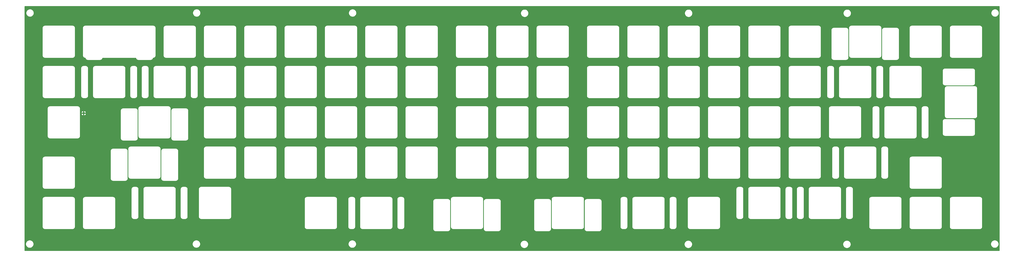
<source format=gbr>
%TF.GenerationSoftware,KiCad,Pcbnew,(5.1.6)-1*%
%TF.CreationDate,2020-07-09T11:10:01-04:00*%
%TF.ProjectId,railroad-keyboard-switch-plate,7261696c-726f-4616-942d-6b6579626f61,rev?*%
%TF.SameCoordinates,Original*%
%TF.FileFunction,Copper,L1,Top*%
%TF.FilePolarity,Positive*%
%FSLAX46Y46*%
G04 Gerber Fmt 4.6, Leading zero omitted, Abs format (unit mm)*
G04 Created by KiCad (PCBNEW (5.1.6)-1) date 2020-07-09 11:10:01*
%MOMM*%
%LPD*%
G01*
G04 APERTURE LIST*
%TA.AperFunction,ComponentPad*%
%ADD10R,0.850000X0.850000*%
%TD*%
%TA.AperFunction,Conductor*%
%ADD11C,0.254000*%
%TD*%
G04 APERTURE END LIST*
D10*
%TO.P,J3,1*%
%TO.N,GND2*%
X21209000Y-396621000D03*
%TD*%
D11*
%TO.N,GND2*%
G36*
X453788078Y-346128777D02*
G01*
X453798392Y-346131890D01*
X453807912Y-346136952D01*
X453816264Y-346143764D01*
X453823135Y-346152070D01*
X453828260Y-346161548D01*
X453831448Y-346171845D01*
X453836100Y-346216107D01*
X453836101Y-461501093D01*
X453831524Y-461547777D01*
X453828409Y-461558093D01*
X453823348Y-461567612D01*
X453816536Y-461575964D01*
X453808231Y-461582834D01*
X453798751Y-461587960D01*
X453788457Y-461591147D01*
X453744186Y-461595800D01*
X-6561703Y-461595800D01*
X-6608377Y-461591224D01*
X-6618693Y-461588109D01*
X-6628212Y-461583048D01*
X-6636564Y-461576236D01*
X-6643434Y-461567931D01*
X-6648560Y-461558451D01*
X-6651747Y-461548157D01*
X-6656400Y-461503886D01*
X-6656400Y-458278728D01*
X-6157197Y-458278728D01*
X-6157197Y-458647272D01*
X-6085298Y-459008735D01*
X-5944262Y-459349226D01*
X-5739510Y-459655659D01*
X-5478909Y-459916260D01*
X-5172476Y-460121012D01*
X-4831985Y-460262048D01*
X-4470522Y-460333947D01*
X-4101978Y-460333947D01*
X-3740515Y-460262048D01*
X-3400024Y-460121012D01*
X-3093591Y-459916260D01*
X-2832990Y-459655659D01*
X-2628238Y-459349226D01*
X-2487202Y-459008735D01*
X-2415303Y-458647272D01*
X-2415303Y-458278728D01*
X-2417093Y-458269728D01*
X72582803Y-458269728D01*
X72582803Y-458638272D01*
X72654702Y-458999735D01*
X72795738Y-459340226D01*
X73000490Y-459646659D01*
X73261091Y-459907260D01*
X73567524Y-460112012D01*
X73908015Y-460253048D01*
X74269478Y-460324947D01*
X74638022Y-460324947D01*
X74999485Y-460253048D01*
X75339976Y-460112012D01*
X75646409Y-459907260D01*
X75907010Y-459646659D01*
X76111762Y-459340226D01*
X76252798Y-458999735D01*
X76324697Y-458638272D01*
X76324697Y-458278728D01*
X146242803Y-458278728D01*
X146242803Y-458647272D01*
X146314702Y-459008735D01*
X146455738Y-459349226D01*
X146660490Y-459655659D01*
X146921091Y-459916260D01*
X147227524Y-460121012D01*
X147568015Y-460262048D01*
X147929478Y-460333947D01*
X148298022Y-460333947D01*
X148659485Y-460262048D01*
X148999976Y-460121012D01*
X149306409Y-459916260D01*
X149567010Y-459655659D01*
X149771762Y-459349226D01*
X149912798Y-459008735D01*
X149984697Y-458647272D01*
X149984697Y-458405728D01*
X227522803Y-458405728D01*
X227522803Y-458774272D01*
X227594702Y-459135735D01*
X227735738Y-459476226D01*
X227940490Y-459782659D01*
X228201091Y-460043260D01*
X228507524Y-460248012D01*
X228848015Y-460389048D01*
X229209478Y-460460947D01*
X229578022Y-460460947D01*
X229939485Y-460389048D01*
X230279976Y-460248012D01*
X230586409Y-460043260D01*
X230847010Y-459782659D01*
X231051762Y-459476226D01*
X231192798Y-459135735D01*
X231264697Y-458774272D01*
X231264697Y-458405728D01*
X304992803Y-458405728D01*
X304992803Y-458774272D01*
X305064702Y-459135735D01*
X305205738Y-459476226D01*
X305410490Y-459782659D01*
X305671091Y-460043260D01*
X305977524Y-460248012D01*
X306318015Y-460389048D01*
X306679478Y-460460947D01*
X307048022Y-460460947D01*
X307409485Y-460389048D01*
X307749976Y-460248012D01*
X308056409Y-460043260D01*
X308317010Y-459782659D01*
X308521762Y-459476226D01*
X308662798Y-459135735D01*
X308734697Y-458774272D01*
X308734697Y-458405728D01*
X379922803Y-458405728D01*
X379922803Y-458774272D01*
X379994702Y-459135735D01*
X380135738Y-459476226D01*
X380340490Y-459782659D01*
X380601091Y-460043260D01*
X380907524Y-460248012D01*
X381248015Y-460389048D01*
X381609478Y-460460947D01*
X381978022Y-460460947D01*
X382339485Y-460389048D01*
X382679976Y-460248012D01*
X382986409Y-460043260D01*
X383247010Y-459782659D01*
X383451762Y-459476226D01*
X383592798Y-459135735D01*
X383664697Y-458774272D01*
X383664697Y-458405728D01*
X383639436Y-458278728D01*
X449772803Y-458278728D01*
X449772803Y-458647272D01*
X449844702Y-459008735D01*
X449985738Y-459349226D01*
X450190490Y-459655659D01*
X450451091Y-459916260D01*
X450757524Y-460121012D01*
X451098015Y-460262048D01*
X451459478Y-460333947D01*
X451828022Y-460333947D01*
X452189485Y-460262048D01*
X452529976Y-460121012D01*
X452836409Y-459916260D01*
X453097010Y-459655659D01*
X453301762Y-459349226D01*
X453442798Y-459008735D01*
X453514697Y-458647272D01*
X453514697Y-458278728D01*
X453442798Y-457917265D01*
X453301762Y-457576774D01*
X453097010Y-457270341D01*
X452836409Y-457009740D01*
X452529976Y-456804988D01*
X452189485Y-456663952D01*
X451828022Y-456592053D01*
X451459478Y-456592053D01*
X451098015Y-456663952D01*
X450757524Y-456804988D01*
X450451091Y-457009740D01*
X450190490Y-457270341D01*
X449985738Y-457576774D01*
X449844702Y-457917265D01*
X449772803Y-458278728D01*
X383639436Y-458278728D01*
X383592798Y-458044265D01*
X383451762Y-457703774D01*
X383247010Y-457397341D01*
X382986409Y-457136740D01*
X382679976Y-456931988D01*
X382339485Y-456790952D01*
X381978022Y-456719053D01*
X381609478Y-456719053D01*
X381248015Y-456790952D01*
X380907524Y-456931988D01*
X380601091Y-457136740D01*
X380340490Y-457397341D01*
X380135738Y-457703774D01*
X379994702Y-458044265D01*
X379922803Y-458405728D01*
X308734697Y-458405728D01*
X308662798Y-458044265D01*
X308521762Y-457703774D01*
X308317010Y-457397341D01*
X308056409Y-457136740D01*
X307749976Y-456931988D01*
X307409485Y-456790952D01*
X307048022Y-456719053D01*
X306679478Y-456719053D01*
X306318015Y-456790952D01*
X305977524Y-456931988D01*
X305671091Y-457136740D01*
X305410490Y-457397341D01*
X305205738Y-457703774D01*
X305064702Y-458044265D01*
X304992803Y-458405728D01*
X231264697Y-458405728D01*
X231192798Y-458044265D01*
X231051762Y-457703774D01*
X230847010Y-457397341D01*
X230586409Y-457136740D01*
X230279976Y-456931988D01*
X229939485Y-456790952D01*
X229578022Y-456719053D01*
X229209478Y-456719053D01*
X228848015Y-456790952D01*
X228507524Y-456931988D01*
X228201091Y-457136740D01*
X227940490Y-457397341D01*
X227735738Y-457703774D01*
X227594702Y-458044265D01*
X227522803Y-458405728D01*
X149984697Y-458405728D01*
X149984697Y-458278728D01*
X149912798Y-457917265D01*
X149771762Y-457576774D01*
X149567010Y-457270341D01*
X149306409Y-457009740D01*
X148999976Y-456804988D01*
X148659485Y-456663952D01*
X148298022Y-456592053D01*
X147929478Y-456592053D01*
X147568015Y-456663952D01*
X147227524Y-456804988D01*
X146921091Y-457009740D01*
X146660490Y-457270341D01*
X146455738Y-457576774D01*
X146314702Y-457917265D01*
X146242803Y-458278728D01*
X76324697Y-458278728D01*
X76324697Y-458269728D01*
X76252798Y-457908265D01*
X76111762Y-457567774D01*
X75907010Y-457261341D01*
X75646409Y-457000740D01*
X75339976Y-456795988D01*
X74999485Y-456654952D01*
X74638022Y-456583053D01*
X74269478Y-456583053D01*
X73908015Y-456654952D01*
X73567524Y-456795988D01*
X73261091Y-457000740D01*
X73000490Y-457261341D01*
X72795738Y-457567774D01*
X72654702Y-457908265D01*
X72582803Y-458269728D01*
X-2417093Y-458269728D01*
X-2487202Y-457917265D01*
X-2628238Y-457576774D01*
X-2832990Y-457270341D01*
X-3093591Y-457009740D01*
X-3400024Y-456804988D01*
X-3740515Y-456663952D01*
X-4101978Y-456592053D01*
X-4470522Y-456592053D01*
X-4831985Y-456663952D01*
X-5172476Y-456804988D01*
X-5478909Y-457009740D01*
X-5739510Y-457270341D01*
X-5944262Y-457576774D01*
X-6085298Y-457917265D01*
X-6157197Y-458278728D01*
X-6656400Y-458278728D01*
X-6656400Y-437237596D01*
X1686100Y-437237596D01*
X1686101Y-450309805D01*
X1689158Y-450340841D01*
X1689137Y-450343805D01*
X1690138Y-450354018D01*
X1695186Y-450402052D01*
X1696736Y-450417785D01*
X1696895Y-450418310D01*
X1700338Y-450451067D01*
X1713738Y-450516344D01*
X1726216Y-450581759D01*
X1729182Y-450591584D01*
X1758038Y-450684803D01*
X1783880Y-450746278D01*
X1808811Y-450807984D01*
X1813628Y-450817045D01*
X1860041Y-450902883D01*
X1897296Y-450958115D01*
X1933769Y-451013851D01*
X1940255Y-451021804D01*
X2002457Y-451096993D01*
X2049741Y-451143948D01*
X2096330Y-451191524D01*
X2104237Y-451198065D01*
X2104242Y-451198070D01*
X2104248Y-451198074D01*
X2179858Y-451259741D01*
X2235356Y-451296614D01*
X2290319Y-451334248D01*
X2299346Y-451339129D01*
X2385507Y-451384941D01*
X2447113Y-451410333D01*
X2508320Y-451436567D01*
X2518124Y-451439602D01*
X2518128Y-451439603D01*
X2518130Y-451439604D01*
X2518132Y-451439604D01*
X2611542Y-451467807D01*
X2676935Y-451480756D01*
X2742057Y-451494597D01*
X2752248Y-451495668D01*
X2752256Y-451495670D01*
X2752263Y-451495670D01*
X2848789Y-451505134D01*
X2884995Y-451508700D01*
X15957204Y-451508700D01*
X15988249Y-451505642D01*
X15991204Y-451505663D01*
X16001417Y-451504662D01*
X16049300Y-451499629D01*
X16065184Y-451498065D01*
X16065714Y-451497904D01*
X16098466Y-451494462D01*
X16163743Y-451481062D01*
X16229158Y-451468584D01*
X16238983Y-451465618D01*
X16332202Y-451436762D01*
X16393677Y-451410920D01*
X16455383Y-451385989D01*
X16464444Y-451381172D01*
X16550282Y-451334759D01*
X16605514Y-451297504D01*
X16661250Y-451261031D01*
X16669203Y-451254545D01*
X16744392Y-451192343D01*
X16791347Y-451145059D01*
X16838923Y-451098470D01*
X16845464Y-451090563D01*
X16845469Y-451090558D01*
X16845473Y-451090552D01*
X16907140Y-451014942D01*
X16944013Y-450959444D01*
X16981647Y-450904481D01*
X16986528Y-450895454D01*
X17032340Y-450809293D01*
X17057732Y-450747687D01*
X17083966Y-450686480D01*
X17087001Y-450676676D01*
X17115206Y-450583258D01*
X17128155Y-450517865D01*
X17141996Y-450452743D01*
X17143067Y-450442552D01*
X17143069Y-450442544D01*
X17143069Y-450442537D01*
X17152591Y-450345420D01*
X17156099Y-450309805D01*
X17156099Y-437237596D01*
X20736100Y-437237596D01*
X20736101Y-450309805D01*
X20739158Y-450340841D01*
X20739137Y-450343805D01*
X20740138Y-450354018D01*
X20745186Y-450402052D01*
X20746736Y-450417785D01*
X20746895Y-450418310D01*
X20750338Y-450451067D01*
X20763738Y-450516344D01*
X20776216Y-450581759D01*
X20779182Y-450591584D01*
X20808038Y-450684803D01*
X20833880Y-450746278D01*
X20858811Y-450807984D01*
X20863628Y-450817045D01*
X20910041Y-450902883D01*
X20947296Y-450958115D01*
X20983769Y-451013851D01*
X20990255Y-451021804D01*
X21052457Y-451096993D01*
X21099741Y-451143948D01*
X21146330Y-451191524D01*
X21154237Y-451198065D01*
X21154242Y-451198070D01*
X21154248Y-451198074D01*
X21229858Y-451259741D01*
X21285356Y-451296614D01*
X21340319Y-451334248D01*
X21349346Y-451339129D01*
X21435507Y-451384941D01*
X21497113Y-451410333D01*
X21558320Y-451436567D01*
X21568124Y-451439602D01*
X21568128Y-451439603D01*
X21568130Y-451439604D01*
X21568132Y-451439604D01*
X21661542Y-451467807D01*
X21726935Y-451480756D01*
X21792057Y-451494597D01*
X21802248Y-451495668D01*
X21802256Y-451495670D01*
X21802263Y-451495670D01*
X21898789Y-451505134D01*
X21934995Y-451508700D01*
X35007205Y-451508700D01*
X35038250Y-451505642D01*
X35041205Y-451505663D01*
X35051418Y-451504662D01*
X35099301Y-451499629D01*
X35115185Y-451498065D01*
X35115715Y-451497904D01*
X35148467Y-451494462D01*
X35213744Y-451481062D01*
X35279159Y-451468584D01*
X35288984Y-451465618D01*
X35382203Y-451436762D01*
X35443678Y-451410920D01*
X35505384Y-451385989D01*
X35514445Y-451381172D01*
X35600283Y-451334759D01*
X35655515Y-451297504D01*
X35711251Y-451261031D01*
X35719204Y-451254545D01*
X35794393Y-451192343D01*
X35841348Y-451145059D01*
X35888924Y-451098470D01*
X35895465Y-451090563D01*
X35895470Y-451090558D01*
X35895474Y-451090552D01*
X35957141Y-451014942D01*
X35994014Y-450959444D01*
X36031648Y-450904481D01*
X36036529Y-450895454D01*
X36082341Y-450809293D01*
X36107733Y-450747687D01*
X36133967Y-450686480D01*
X36137002Y-450676676D01*
X36165207Y-450583258D01*
X36178156Y-450517865D01*
X36191997Y-450452743D01*
X36193068Y-450442552D01*
X36193070Y-450442544D01*
X36193070Y-450442537D01*
X36202592Y-450345420D01*
X36206100Y-450309805D01*
X36206100Y-437237595D01*
X36203042Y-437206550D01*
X36203063Y-437203595D01*
X36202062Y-437193382D01*
X36197030Y-437145507D01*
X36195465Y-437129615D01*
X36195304Y-437129085D01*
X36191862Y-437096334D01*
X36178464Y-437031064D01*
X36165984Y-436965641D01*
X36163018Y-436955816D01*
X36134162Y-436862597D01*
X36108325Y-436801134D01*
X36083389Y-436739416D01*
X36078572Y-436730355D01*
X36032159Y-436644517D01*
X35994889Y-436589262D01*
X35958431Y-436533549D01*
X35951945Y-436525596D01*
X35889743Y-436450407D01*
X35842459Y-436403452D01*
X35795870Y-436355876D01*
X35787963Y-436349334D01*
X35712342Y-436287659D01*
X35656821Y-436250770D01*
X35601881Y-436213152D01*
X35592870Y-436208280D01*
X35592863Y-436208275D01*
X35592856Y-436208272D01*
X35592854Y-436208271D01*
X35506693Y-436162459D01*
X35445087Y-436137067D01*
X35383880Y-436110833D01*
X35374076Y-436107798D01*
X35374072Y-436107797D01*
X35374070Y-436107796D01*
X35374068Y-436107796D01*
X35280658Y-436079593D01*
X35215272Y-436066646D01*
X35150144Y-436052803D01*
X35139951Y-436051731D01*
X35139944Y-436051730D01*
X35139938Y-436051730D01*
X35043410Y-436042266D01*
X35007205Y-436038700D01*
X21934995Y-436038700D01*
X21903950Y-436041758D01*
X21900995Y-436041737D01*
X21890782Y-436042738D01*
X21842907Y-436047770D01*
X21827015Y-436049335D01*
X21826485Y-436049496D01*
X21793734Y-436052938D01*
X21728464Y-436066336D01*
X21663041Y-436078816D01*
X21653216Y-436081782D01*
X21559997Y-436110638D01*
X21498534Y-436136475D01*
X21436816Y-436161411D01*
X21427755Y-436166228D01*
X21341917Y-436212641D01*
X21286662Y-436249911D01*
X21230949Y-436286369D01*
X21222996Y-436292855D01*
X21147807Y-436355057D01*
X21100852Y-436402341D01*
X21053276Y-436448930D01*
X21046734Y-436456837D01*
X20985059Y-436532458D01*
X20948170Y-436587979D01*
X20910552Y-436642919D01*
X20905680Y-436651930D01*
X20905675Y-436651937D01*
X20905672Y-436651944D01*
X20905671Y-436651946D01*
X20859859Y-436738107D01*
X20834467Y-436799713D01*
X20808233Y-436860920D01*
X20805198Y-436870724D01*
X20776993Y-436964142D01*
X20764046Y-437029528D01*
X20750203Y-437094656D01*
X20749131Y-437104849D01*
X20749130Y-437104856D01*
X20749130Y-437104862D01*
X20739644Y-437201612D01*
X20736100Y-437237596D01*
X17156099Y-437237596D01*
X17156099Y-437237595D01*
X17153041Y-437206550D01*
X17153062Y-437203595D01*
X17152061Y-437193382D01*
X17147029Y-437145507D01*
X17145464Y-437129615D01*
X17145303Y-437129085D01*
X17141861Y-437096334D01*
X17128463Y-437031064D01*
X17115983Y-436965641D01*
X17113017Y-436955816D01*
X17084161Y-436862597D01*
X17058324Y-436801134D01*
X17033388Y-436739416D01*
X17028571Y-436730355D01*
X16982158Y-436644517D01*
X16944888Y-436589262D01*
X16908430Y-436533549D01*
X16901944Y-436525596D01*
X16839742Y-436450407D01*
X16792458Y-436403452D01*
X16745869Y-436355876D01*
X16737962Y-436349334D01*
X16662341Y-436287659D01*
X16606820Y-436250770D01*
X16551880Y-436213152D01*
X16542869Y-436208280D01*
X16542862Y-436208275D01*
X16542855Y-436208272D01*
X16542853Y-436208271D01*
X16456692Y-436162459D01*
X16395086Y-436137067D01*
X16333879Y-436110833D01*
X16324075Y-436107798D01*
X16324071Y-436107797D01*
X16324069Y-436107796D01*
X16324067Y-436107796D01*
X16230657Y-436079593D01*
X16165271Y-436066646D01*
X16100143Y-436052803D01*
X16089950Y-436051731D01*
X16089943Y-436051730D01*
X16089937Y-436051730D01*
X15993409Y-436042266D01*
X15957204Y-436038700D01*
X2884995Y-436038700D01*
X2853950Y-436041758D01*
X2850995Y-436041737D01*
X2840782Y-436042738D01*
X2792907Y-436047770D01*
X2777015Y-436049335D01*
X2776485Y-436049496D01*
X2743734Y-436052938D01*
X2678464Y-436066336D01*
X2613041Y-436078816D01*
X2603216Y-436081782D01*
X2509997Y-436110638D01*
X2448534Y-436136475D01*
X2386816Y-436161411D01*
X2377755Y-436166228D01*
X2291917Y-436212641D01*
X2236662Y-436249911D01*
X2180949Y-436286369D01*
X2172996Y-436292855D01*
X2097807Y-436355057D01*
X2050852Y-436402341D01*
X2003276Y-436448930D01*
X1996734Y-436456837D01*
X1935059Y-436532458D01*
X1898170Y-436587979D01*
X1860552Y-436642919D01*
X1855680Y-436651930D01*
X1855675Y-436651937D01*
X1855672Y-436651944D01*
X1855671Y-436651946D01*
X1809859Y-436738107D01*
X1784467Y-436799713D01*
X1758233Y-436860920D01*
X1755198Y-436870724D01*
X1726993Y-436964142D01*
X1714046Y-437029528D01*
X1700203Y-437094656D01*
X1699131Y-437104849D01*
X1699130Y-437104856D01*
X1699130Y-437104862D01*
X1689644Y-437201612D01*
X1686100Y-437237596D01*
X-6656400Y-437237596D01*
X-6656400Y-432475096D01*
X43711100Y-432475096D01*
X43711101Y-445547305D01*
X43714158Y-445578341D01*
X43714137Y-445581305D01*
X43715138Y-445591518D01*
X43720186Y-445639552D01*
X43721736Y-445655285D01*
X43721895Y-445655810D01*
X43725338Y-445688567D01*
X43738738Y-445753844D01*
X43751216Y-445819259D01*
X43754182Y-445829084D01*
X43783038Y-445922303D01*
X43808880Y-445983778D01*
X43833811Y-446045484D01*
X43838628Y-446054545D01*
X43885041Y-446140383D01*
X43922296Y-446195615D01*
X43958769Y-446251351D01*
X43965255Y-446259304D01*
X44027457Y-446334493D01*
X44074741Y-446381448D01*
X44121330Y-446429024D01*
X44129237Y-446435565D01*
X44129242Y-446435570D01*
X44129248Y-446435574D01*
X44204858Y-446497241D01*
X44260356Y-446534114D01*
X44315319Y-446571748D01*
X44324346Y-446576629D01*
X44410507Y-446622441D01*
X44472113Y-446647833D01*
X44533320Y-446674067D01*
X44543124Y-446677102D01*
X44543128Y-446677103D01*
X44543130Y-446677104D01*
X44543132Y-446677104D01*
X44636542Y-446705307D01*
X44701935Y-446718256D01*
X44767057Y-446732097D01*
X44777248Y-446733168D01*
X44777256Y-446733170D01*
X44777263Y-446733170D01*
X44873789Y-446742634D01*
X44909995Y-446746200D01*
X45982205Y-446746200D01*
X46013250Y-446743142D01*
X46016205Y-446743163D01*
X46026418Y-446742162D01*
X46074301Y-446737129D01*
X46090185Y-446735565D01*
X46090715Y-446735404D01*
X46123467Y-446731962D01*
X46188744Y-446718562D01*
X46254159Y-446706084D01*
X46263984Y-446703118D01*
X46357203Y-446674262D01*
X46418678Y-446648420D01*
X46480384Y-446623489D01*
X46489445Y-446618672D01*
X46575283Y-446572259D01*
X46630515Y-446535004D01*
X46686251Y-446498531D01*
X46694204Y-446492045D01*
X46769393Y-446429843D01*
X46816348Y-446382559D01*
X46863924Y-446335970D01*
X46870465Y-446328063D01*
X46870470Y-446328058D01*
X46870474Y-446328052D01*
X46932141Y-446252442D01*
X46969014Y-446196944D01*
X47006648Y-446141981D01*
X47011529Y-446132954D01*
X47057341Y-446046793D01*
X47082733Y-445985187D01*
X47108967Y-445923980D01*
X47112002Y-445914176D01*
X47140207Y-445820758D01*
X47153156Y-445755365D01*
X47166997Y-445690243D01*
X47168068Y-445680052D01*
X47168070Y-445680044D01*
X47168070Y-445680037D01*
X47177592Y-445582920D01*
X47181100Y-445547305D01*
X47181100Y-432475096D01*
X49311100Y-432475096D01*
X49311101Y-445547305D01*
X49314158Y-445578341D01*
X49314137Y-445581305D01*
X49315138Y-445591518D01*
X49320186Y-445639552D01*
X49321736Y-445655285D01*
X49321895Y-445655810D01*
X49325338Y-445688567D01*
X49338738Y-445753844D01*
X49351216Y-445819259D01*
X49354182Y-445829084D01*
X49383038Y-445922303D01*
X49408880Y-445983778D01*
X49433811Y-446045484D01*
X49438628Y-446054545D01*
X49485041Y-446140383D01*
X49522296Y-446195615D01*
X49558769Y-446251351D01*
X49565255Y-446259304D01*
X49627457Y-446334493D01*
X49674741Y-446381448D01*
X49721330Y-446429024D01*
X49729237Y-446435565D01*
X49729242Y-446435570D01*
X49729248Y-446435574D01*
X49804858Y-446497241D01*
X49860356Y-446534114D01*
X49915319Y-446571748D01*
X49924346Y-446576629D01*
X50010507Y-446622441D01*
X50072113Y-446647833D01*
X50133320Y-446674067D01*
X50143124Y-446677102D01*
X50143128Y-446677103D01*
X50143130Y-446677104D01*
X50143132Y-446677104D01*
X50236542Y-446705307D01*
X50301935Y-446718256D01*
X50367057Y-446732097D01*
X50377248Y-446733168D01*
X50377256Y-446733170D01*
X50377263Y-446733170D01*
X50473789Y-446742634D01*
X50509995Y-446746200D01*
X63582205Y-446746200D01*
X63613250Y-446743142D01*
X63616205Y-446743163D01*
X63626418Y-446742162D01*
X63674301Y-446737129D01*
X63690185Y-446735565D01*
X63690715Y-446735404D01*
X63723467Y-446731962D01*
X63788744Y-446718562D01*
X63854159Y-446706084D01*
X63863984Y-446703118D01*
X63957203Y-446674262D01*
X64018678Y-446648420D01*
X64080384Y-446623489D01*
X64089445Y-446618672D01*
X64175283Y-446572259D01*
X64230515Y-446535004D01*
X64286251Y-446498531D01*
X64294204Y-446492045D01*
X64369393Y-446429843D01*
X64416348Y-446382559D01*
X64463924Y-446335970D01*
X64470465Y-446328063D01*
X64470470Y-446328058D01*
X64470474Y-446328052D01*
X64532141Y-446252442D01*
X64569014Y-446196944D01*
X64606648Y-446141981D01*
X64611529Y-446132954D01*
X64657341Y-446046793D01*
X64682733Y-445985187D01*
X64708967Y-445923980D01*
X64712002Y-445914176D01*
X64740207Y-445820758D01*
X64753156Y-445755365D01*
X64766997Y-445690243D01*
X64768068Y-445680052D01*
X64768070Y-445680044D01*
X64768070Y-445680037D01*
X64777592Y-445582920D01*
X64781100Y-445547305D01*
X64781100Y-432475096D01*
X66911100Y-432475096D01*
X66911101Y-445547305D01*
X66914158Y-445578341D01*
X66914137Y-445581305D01*
X66915138Y-445591518D01*
X66920186Y-445639552D01*
X66921736Y-445655285D01*
X66921895Y-445655810D01*
X66925338Y-445688567D01*
X66938738Y-445753844D01*
X66951216Y-445819259D01*
X66954182Y-445829084D01*
X66983038Y-445922303D01*
X67008880Y-445983778D01*
X67033811Y-446045484D01*
X67038628Y-446054545D01*
X67085041Y-446140383D01*
X67122296Y-446195615D01*
X67158769Y-446251351D01*
X67165255Y-446259304D01*
X67227457Y-446334493D01*
X67274741Y-446381448D01*
X67321330Y-446429024D01*
X67329237Y-446435565D01*
X67329242Y-446435570D01*
X67329248Y-446435574D01*
X67404858Y-446497241D01*
X67460356Y-446534114D01*
X67515319Y-446571748D01*
X67524346Y-446576629D01*
X67610507Y-446622441D01*
X67672113Y-446647833D01*
X67733320Y-446674067D01*
X67743124Y-446677102D01*
X67743128Y-446677103D01*
X67743130Y-446677104D01*
X67743132Y-446677104D01*
X67836542Y-446705307D01*
X67901935Y-446718256D01*
X67967057Y-446732097D01*
X67977248Y-446733168D01*
X67977256Y-446733170D01*
X67977263Y-446733170D01*
X68073789Y-446742634D01*
X68109995Y-446746200D01*
X69182205Y-446746200D01*
X69213250Y-446743142D01*
X69216205Y-446743163D01*
X69226418Y-446742162D01*
X69274301Y-446737129D01*
X69290185Y-446735565D01*
X69290715Y-446735404D01*
X69323467Y-446731962D01*
X69388744Y-446718562D01*
X69454159Y-446706084D01*
X69463984Y-446703118D01*
X69557203Y-446674262D01*
X69618678Y-446648420D01*
X69680384Y-446623489D01*
X69689445Y-446618672D01*
X69775283Y-446572259D01*
X69830515Y-446535004D01*
X69886251Y-446498531D01*
X69894204Y-446492045D01*
X69969393Y-446429843D01*
X70016348Y-446382559D01*
X70063924Y-446335970D01*
X70070465Y-446328063D01*
X70070470Y-446328058D01*
X70070474Y-446328052D01*
X70132141Y-446252442D01*
X70169014Y-446196944D01*
X70206648Y-446141981D01*
X70211529Y-446132954D01*
X70257341Y-446046793D01*
X70282733Y-445985187D01*
X70308967Y-445923980D01*
X70312002Y-445914176D01*
X70340207Y-445820758D01*
X70353156Y-445755365D01*
X70366997Y-445690243D01*
X70368068Y-445680052D01*
X70368070Y-445680044D01*
X70368070Y-445680037D01*
X70377592Y-445582920D01*
X70381100Y-445547305D01*
X70381100Y-432475096D01*
X75504850Y-432475096D01*
X75504851Y-445547305D01*
X75507908Y-445578341D01*
X75507887Y-445581305D01*
X75508888Y-445591518D01*
X75513936Y-445639552D01*
X75515486Y-445655285D01*
X75515645Y-445655810D01*
X75519088Y-445688567D01*
X75532488Y-445753844D01*
X75544966Y-445819259D01*
X75547932Y-445829084D01*
X75576788Y-445922303D01*
X75602630Y-445983778D01*
X75627561Y-446045484D01*
X75632378Y-446054545D01*
X75678791Y-446140383D01*
X75716046Y-446195615D01*
X75752519Y-446251351D01*
X75759005Y-446259304D01*
X75821207Y-446334493D01*
X75868491Y-446381448D01*
X75915080Y-446429024D01*
X75922987Y-446435565D01*
X75922992Y-446435570D01*
X75922998Y-446435574D01*
X75998608Y-446497241D01*
X76054106Y-446534114D01*
X76109069Y-446571748D01*
X76118096Y-446576629D01*
X76204257Y-446622441D01*
X76265863Y-446647833D01*
X76327070Y-446674067D01*
X76336874Y-446677102D01*
X76336878Y-446677103D01*
X76336880Y-446677104D01*
X76336882Y-446677104D01*
X76430292Y-446705307D01*
X76495685Y-446718256D01*
X76560807Y-446732097D01*
X76570998Y-446733168D01*
X76571006Y-446733170D01*
X76571013Y-446733170D01*
X76667539Y-446742634D01*
X76703745Y-446746200D01*
X89775955Y-446746200D01*
X89807000Y-446743142D01*
X89809955Y-446743163D01*
X89820168Y-446742162D01*
X89868051Y-446737129D01*
X89883935Y-446735565D01*
X89884465Y-446735404D01*
X89917217Y-446731962D01*
X89982494Y-446718562D01*
X90047909Y-446706084D01*
X90057734Y-446703118D01*
X90150953Y-446674262D01*
X90212428Y-446648420D01*
X90274134Y-446623489D01*
X90283195Y-446618672D01*
X90369033Y-446572259D01*
X90424265Y-446535004D01*
X90480001Y-446498531D01*
X90487954Y-446492045D01*
X90563143Y-446429843D01*
X90610098Y-446382559D01*
X90657674Y-446335970D01*
X90664215Y-446328063D01*
X90664220Y-446328058D01*
X90664224Y-446328052D01*
X90725891Y-446252442D01*
X90762764Y-446196944D01*
X90800398Y-446141981D01*
X90805279Y-446132954D01*
X90851091Y-446046793D01*
X90876483Y-445985187D01*
X90902717Y-445923980D01*
X90905752Y-445914176D01*
X90933957Y-445820758D01*
X90946906Y-445755365D01*
X90960747Y-445690243D01*
X90961818Y-445680052D01*
X90961820Y-445680044D01*
X90961820Y-445680037D01*
X90971342Y-445582920D01*
X90974850Y-445547305D01*
X90974850Y-437237596D01*
X125511100Y-437237596D01*
X125511101Y-450309805D01*
X125514158Y-450340841D01*
X125514137Y-450343805D01*
X125515138Y-450354018D01*
X125520186Y-450402052D01*
X125521736Y-450417785D01*
X125521895Y-450418310D01*
X125525338Y-450451067D01*
X125538738Y-450516344D01*
X125551216Y-450581759D01*
X125554182Y-450591584D01*
X125583038Y-450684803D01*
X125608880Y-450746278D01*
X125633811Y-450807984D01*
X125638628Y-450817045D01*
X125685041Y-450902883D01*
X125722296Y-450958115D01*
X125758769Y-451013851D01*
X125765255Y-451021804D01*
X125827457Y-451096993D01*
X125874741Y-451143948D01*
X125921330Y-451191524D01*
X125929237Y-451198065D01*
X125929242Y-451198070D01*
X125929248Y-451198074D01*
X126004858Y-451259741D01*
X126060356Y-451296614D01*
X126115319Y-451334248D01*
X126124346Y-451339129D01*
X126210507Y-451384941D01*
X126272113Y-451410333D01*
X126333320Y-451436567D01*
X126343124Y-451439602D01*
X126343128Y-451439603D01*
X126343130Y-451439604D01*
X126343132Y-451439604D01*
X126436542Y-451467807D01*
X126501935Y-451480756D01*
X126567057Y-451494597D01*
X126577248Y-451495668D01*
X126577256Y-451495670D01*
X126577263Y-451495670D01*
X126673789Y-451505134D01*
X126709995Y-451508700D01*
X139782205Y-451508700D01*
X139813250Y-451505642D01*
X139816205Y-451505663D01*
X139826418Y-451504662D01*
X139874301Y-451499629D01*
X139890185Y-451498065D01*
X139890715Y-451497904D01*
X139923467Y-451494462D01*
X139988744Y-451481062D01*
X140054159Y-451468584D01*
X140063984Y-451465618D01*
X140157203Y-451436762D01*
X140218678Y-451410920D01*
X140280384Y-451385989D01*
X140289445Y-451381172D01*
X140375283Y-451334759D01*
X140430515Y-451297504D01*
X140486251Y-451261031D01*
X140494204Y-451254545D01*
X140569393Y-451192343D01*
X140616348Y-451145059D01*
X140663924Y-451098470D01*
X140670465Y-451090563D01*
X140670470Y-451090558D01*
X140670474Y-451090552D01*
X140732141Y-451014942D01*
X140769014Y-450959444D01*
X140806648Y-450904481D01*
X140811529Y-450895454D01*
X140857341Y-450809293D01*
X140882733Y-450747687D01*
X140908967Y-450686480D01*
X140912002Y-450676676D01*
X140940207Y-450583258D01*
X140953156Y-450517865D01*
X140966997Y-450452743D01*
X140968068Y-450442552D01*
X140968070Y-450442544D01*
X140968070Y-450442537D01*
X140977592Y-450345420D01*
X140981100Y-450309805D01*
X140981100Y-437237596D01*
X146104850Y-437237596D01*
X146104851Y-450309805D01*
X146107908Y-450340841D01*
X146107887Y-450343805D01*
X146108888Y-450354018D01*
X146113936Y-450402052D01*
X146115486Y-450417785D01*
X146115645Y-450418310D01*
X146119088Y-450451067D01*
X146132488Y-450516344D01*
X146144966Y-450581759D01*
X146147932Y-450591584D01*
X146176788Y-450684803D01*
X146202630Y-450746278D01*
X146227561Y-450807984D01*
X146232378Y-450817045D01*
X146278791Y-450902883D01*
X146316046Y-450958115D01*
X146352519Y-451013851D01*
X146359005Y-451021804D01*
X146421207Y-451096993D01*
X146468491Y-451143948D01*
X146515080Y-451191524D01*
X146522987Y-451198065D01*
X146522992Y-451198070D01*
X146522998Y-451198074D01*
X146598608Y-451259741D01*
X146654106Y-451296614D01*
X146709069Y-451334248D01*
X146718096Y-451339129D01*
X146804257Y-451384941D01*
X146865863Y-451410333D01*
X146927070Y-451436567D01*
X146936874Y-451439602D01*
X146936878Y-451439603D01*
X146936880Y-451439604D01*
X146936882Y-451439604D01*
X147030292Y-451467807D01*
X147095685Y-451480756D01*
X147160807Y-451494597D01*
X147170998Y-451495668D01*
X147171006Y-451495670D01*
X147171013Y-451495670D01*
X147267539Y-451505134D01*
X147303745Y-451508700D01*
X148375955Y-451508700D01*
X148407000Y-451505642D01*
X148409955Y-451505663D01*
X148420168Y-451504662D01*
X148468051Y-451499629D01*
X148483935Y-451498065D01*
X148484465Y-451497904D01*
X148517217Y-451494462D01*
X148582494Y-451481062D01*
X148647909Y-451468584D01*
X148657734Y-451465618D01*
X148750953Y-451436762D01*
X148812428Y-451410920D01*
X148874134Y-451385989D01*
X148883195Y-451381172D01*
X148969033Y-451334759D01*
X149024265Y-451297504D01*
X149080001Y-451261031D01*
X149087954Y-451254545D01*
X149163143Y-451192343D01*
X149210098Y-451145059D01*
X149257674Y-451098470D01*
X149264215Y-451090563D01*
X149264220Y-451090558D01*
X149264224Y-451090552D01*
X149325891Y-451014942D01*
X149362764Y-450959444D01*
X149400398Y-450904481D01*
X149405279Y-450895454D01*
X149451091Y-450809293D01*
X149476483Y-450747687D01*
X149502717Y-450686480D01*
X149505752Y-450676676D01*
X149533957Y-450583258D01*
X149546906Y-450517865D01*
X149560747Y-450452743D01*
X149561818Y-450442552D01*
X149561820Y-450442544D01*
X149561820Y-450442537D01*
X149571342Y-450345420D01*
X149574850Y-450309805D01*
X149574850Y-437237596D01*
X151704850Y-437237596D01*
X151704851Y-450309805D01*
X151707908Y-450340841D01*
X151707887Y-450343805D01*
X151708888Y-450354018D01*
X151713936Y-450402052D01*
X151715486Y-450417785D01*
X151715645Y-450418310D01*
X151719088Y-450451067D01*
X151732488Y-450516344D01*
X151744966Y-450581759D01*
X151747932Y-450591584D01*
X151776788Y-450684803D01*
X151802630Y-450746278D01*
X151827561Y-450807984D01*
X151832378Y-450817045D01*
X151878791Y-450902883D01*
X151916046Y-450958115D01*
X151952519Y-451013851D01*
X151959005Y-451021804D01*
X152021207Y-451096993D01*
X152068491Y-451143948D01*
X152115080Y-451191524D01*
X152122987Y-451198065D01*
X152122992Y-451198070D01*
X152122998Y-451198074D01*
X152198608Y-451259741D01*
X152254106Y-451296614D01*
X152309069Y-451334248D01*
X152318096Y-451339129D01*
X152404257Y-451384941D01*
X152465863Y-451410333D01*
X152527070Y-451436567D01*
X152536874Y-451439602D01*
X152536878Y-451439603D01*
X152536880Y-451439604D01*
X152536882Y-451439604D01*
X152630292Y-451467807D01*
X152695685Y-451480756D01*
X152760807Y-451494597D01*
X152770998Y-451495668D01*
X152771006Y-451495670D01*
X152771013Y-451495670D01*
X152867539Y-451505134D01*
X152903745Y-451508700D01*
X165975955Y-451508700D01*
X166007000Y-451505642D01*
X166009955Y-451505663D01*
X166020168Y-451504662D01*
X166068051Y-451499629D01*
X166083935Y-451498065D01*
X166084465Y-451497904D01*
X166117217Y-451494462D01*
X166182494Y-451481062D01*
X166247909Y-451468584D01*
X166257734Y-451465618D01*
X166350953Y-451436762D01*
X166412428Y-451410920D01*
X166474134Y-451385989D01*
X166483195Y-451381172D01*
X166569033Y-451334759D01*
X166624265Y-451297504D01*
X166680001Y-451261031D01*
X166687954Y-451254545D01*
X166763143Y-451192343D01*
X166810098Y-451145059D01*
X166857674Y-451098470D01*
X166864215Y-451090563D01*
X166864220Y-451090558D01*
X166864224Y-451090552D01*
X166925891Y-451014942D01*
X166962764Y-450959444D01*
X167000398Y-450904481D01*
X167005279Y-450895454D01*
X167051091Y-450809293D01*
X167076483Y-450747687D01*
X167102717Y-450686480D01*
X167105752Y-450676676D01*
X167133957Y-450583258D01*
X167146906Y-450517865D01*
X167160747Y-450452743D01*
X167161818Y-450442552D01*
X167161820Y-450442544D01*
X167161820Y-450442537D01*
X167171342Y-450345420D01*
X167174850Y-450309805D01*
X167174850Y-437237596D01*
X169304850Y-437237596D01*
X169304851Y-450309805D01*
X169307908Y-450340841D01*
X169307887Y-450343805D01*
X169308888Y-450354018D01*
X169313936Y-450402052D01*
X169315486Y-450417785D01*
X169315645Y-450418310D01*
X169319088Y-450451067D01*
X169332488Y-450516344D01*
X169344966Y-450581759D01*
X169347932Y-450591584D01*
X169376788Y-450684803D01*
X169402630Y-450746278D01*
X169427561Y-450807984D01*
X169432378Y-450817045D01*
X169478791Y-450902883D01*
X169516046Y-450958115D01*
X169552519Y-451013851D01*
X169559005Y-451021804D01*
X169621207Y-451096993D01*
X169668491Y-451143948D01*
X169715080Y-451191524D01*
X169722987Y-451198065D01*
X169722992Y-451198070D01*
X169722998Y-451198074D01*
X169798608Y-451259741D01*
X169854106Y-451296614D01*
X169909069Y-451334248D01*
X169918096Y-451339129D01*
X170004257Y-451384941D01*
X170065863Y-451410333D01*
X170127070Y-451436567D01*
X170136874Y-451439602D01*
X170136878Y-451439603D01*
X170136880Y-451439604D01*
X170136882Y-451439604D01*
X170230292Y-451467807D01*
X170295685Y-451480756D01*
X170360807Y-451494597D01*
X170370998Y-451495668D01*
X170371006Y-451495670D01*
X170371013Y-451495670D01*
X170467539Y-451505134D01*
X170503745Y-451508700D01*
X171575955Y-451508700D01*
X171607000Y-451505642D01*
X171609955Y-451505663D01*
X171620168Y-451504662D01*
X171668051Y-451499629D01*
X171683935Y-451498065D01*
X171684465Y-451497904D01*
X171717217Y-451494462D01*
X171782494Y-451481062D01*
X171847909Y-451468584D01*
X171857734Y-451465618D01*
X171950953Y-451436762D01*
X172012428Y-451410920D01*
X172074134Y-451385989D01*
X172083195Y-451381172D01*
X172169033Y-451334759D01*
X172224265Y-451297504D01*
X172280001Y-451261031D01*
X172287954Y-451254545D01*
X172363143Y-451192343D01*
X172410098Y-451145059D01*
X172457674Y-451098470D01*
X172464215Y-451090563D01*
X172464220Y-451090558D01*
X172464224Y-451090552D01*
X172525891Y-451014942D01*
X172562764Y-450959444D01*
X172600398Y-450904481D01*
X172605279Y-450895454D01*
X172651091Y-450809293D01*
X172676483Y-450747687D01*
X172702717Y-450686480D01*
X172705752Y-450676676D01*
X172733957Y-450583258D01*
X172746906Y-450517865D01*
X172760747Y-450452743D01*
X172761818Y-450442552D01*
X172761820Y-450442544D01*
X172761820Y-450442537D01*
X172771342Y-450345420D01*
X172774850Y-450309805D01*
X172774850Y-438237596D01*
X186254350Y-438237596D01*
X186254351Y-451309805D01*
X186257408Y-451340841D01*
X186257387Y-451343805D01*
X186258388Y-451354018D01*
X186263436Y-451402052D01*
X186264986Y-451417785D01*
X186265145Y-451418310D01*
X186268588Y-451451067D01*
X186281988Y-451516344D01*
X186294466Y-451581759D01*
X186297432Y-451591584D01*
X186326288Y-451684803D01*
X186352130Y-451746278D01*
X186377061Y-451807984D01*
X186381878Y-451817045D01*
X186428291Y-451902883D01*
X186465546Y-451958115D01*
X186502019Y-452013851D01*
X186508505Y-452021804D01*
X186570707Y-452096993D01*
X186617991Y-452143948D01*
X186664580Y-452191524D01*
X186672487Y-452198065D01*
X186672492Y-452198070D01*
X186672498Y-452198074D01*
X186748108Y-452259741D01*
X186803606Y-452296614D01*
X186858569Y-452334248D01*
X186867596Y-452339129D01*
X186953757Y-452384941D01*
X187015363Y-452410333D01*
X187076570Y-452436567D01*
X187086374Y-452439602D01*
X187086378Y-452439603D01*
X187086380Y-452439604D01*
X187086382Y-452439604D01*
X187179792Y-452467807D01*
X187245185Y-452480756D01*
X187310307Y-452494597D01*
X187320498Y-452495668D01*
X187320506Y-452495670D01*
X187320513Y-452495670D01*
X187417039Y-452505134D01*
X187453245Y-452508700D01*
X193275455Y-452508700D01*
X193306500Y-452505642D01*
X193309455Y-452505663D01*
X193319668Y-452504662D01*
X193367551Y-452499629D01*
X193383435Y-452498065D01*
X193383965Y-452497904D01*
X193416717Y-452494462D01*
X193481994Y-452481062D01*
X193547409Y-452468584D01*
X193557234Y-452465618D01*
X193650453Y-452436762D01*
X193711928Y-452410920D01*
X193773634Y-452385989D01*
X193782695Y-452381172D01*
X193868533Y-452334759D01*
X193923765Y-452297504D01*
X193979501Y-452261031D01*
X193987454Y-452254545D01*
X194062643Y-452192343D01*
X194109598Y-452145059D01*
X194157174Y-452098470D01*
X194163715Y-452090563D01*
X194163720Y-452090558D01*
X194163724Y-452090552D01*
X194225391Y-452014942D01*
X194262264Y-451959444D01*
X194299898Y-451904481D01*
X194304779Y-451895454D01*
X194350591Y-451809293D01*
X194375983Y-451747687D01*
X194402217Y-451686480D01*
X194405252Y-451676676D01*
X194433457Y-451583258D01*
X194446406Y-451517865D01*
X194460247Y-451452743D01*
X194461318Y-451442552D01*
X194461320Y-451442544D01*
X194461320Y-451442537D01*
X194470842Y-451345420D01*
X194474350Y-451309805D01*
X194474350Y-438237595D01*
X194471292Y-438206550D01*
X194471313Y-438203595D01*
X194470312Y-438193382D01*
X194465280Y-438145507D01*
X194463715Y-438129615D01*
X194463554Y-438129085D01*
X194460112Y-438096334D01*
X194446714Y-438031064D01*
X194434234Y-437965641D01*
X194431268Y-437955816D01*
X194402412Y-437862597D01*
X194376575Y-437801134D01*
X194351639Y-437739416D01*
X194346822Y-437730355D01*
X194300409Y-437644517D01*
X194263139Y-437589262D01*
X194226681Y-437533549D01*
X194220195Y-437525596D01*
X194157993Y-437450407D01*
X194110709Y-437403452D01*
X194064120Y-437355876D01*
X194056213Y-437349334D01*
X193980592Y-437287659D01*
X193925071Y-437250770D01*
X193905831Y-437237596D01*
X194567350Y-437237596D01*
X194567351Y-450309805D01*
X194570408Y-450340841D01*
X194570387Y-450343805D01*
X194571388Y-450354018D01*
X194576436Y-450402052D01*
X194577986Y-450417785D01*
X194578145Y-450418310D01*
X194581588Y-450451067D01*
X194594988Y-450516344D01*
X194607466Y-450581759D01*
X194610432Y-450591584D01*
X194639288Y-450684803D01*
X194665130Y-450746278D01*
X194690061Y-450807984D01*
X194694878Y-450817045D01*
X194741291Y-450902883D01*
X194778546Y-450958115D01*
X194815019Y-451013851D01*
X194821505Y-451021804D01*
X194883707Y-451096993D01*
X194930991Y-451143948D01*
X194977580Y-451191524D01*
X194985487Y-451198065D01*
X194985492Y-451198070D01*
X194985498Y-451198074D01*
X195061108Y-451259741D01*
X195116606Y-451296614D01*
X195171569Y-451334248D01*
X195180596Y-451339129D01*
X195266757Y-451384941D01*
X195328363Y-451410333D01*
X195389570Y-451436567D01*
X195399374Y-451439602D01*
X195399378Y-451439603D01*
X195399380Y-451439604D01*
X195399382Y-451439604D01*
X195492792Y-451467807D01*
X195558185Y-451480756D01*
X195623307Y-451494597D01*
X195633498Y-451495668D01*
X195633506Y-451495670D01*
X195633513Y-451495670D01*
X195730039Y-451505134D01*
X195766245Y-451508700D01*
X208838455Y-451508700D01*
X208869500Y-451505642D01*
X208872455Y-451505663D01*
X208882668Y-451504662D01*
X208930551Y-451499629D01*
X208946435Y-451498065D01*
X208946965Y-451497904D01*
X208979717Y-451494462D01*
X209044994Y-451481062D01*
X209110409Y-451468584D01*
X209120234Y-451465618D01*
X209213453Y-451436762D01*
X209274928Y-451410920D01*
X209336634Y-451385989D01*
X209345695Y-451381172D01*
X209431533Y-451334759D01*
X209486765Y-451297504D01*
X209542501Y-451261031D01*
X209550454Y-451254545D01*
X209625643Y-451192343D01*
X209672598Y-451145059D01*
X209720174Y-451098470D01*
X209726715Y-451090563D01*
X209726720Y-451090558D01*
X209726724Y-451090552D01*
X209788391Y-451014942D01*
X209825264Y-450959444D01*
X209862898Y-450904481D01*
X209867779Y-450895454D01*
X209913591Y-450809293D01*
X209938983Y-450747687D01*
X209965217Y-450686480D01*
X209968252Y-450676676D01*
X209996457Y-450583258D01*
X210009406Y-450517865D01*
X210023247Y-450452743D01*
X210024318Y-450442552D01*
X210024320Y-450442544D01*
X210024320Y-450442537D01*
X210033842Y-450345420D01*
X210037350Y-450309805D01*
X210037350Y-438237596D01*
X210130350Y-438237596D01*
X210130351Y-451309805D01*
X210133408Y-451340841D01*
X210133387Y-451343805D01*
X210134388Y-451354018D01*
X210139436Y-451402052D01*
X210140986Y-451417785D01*
X210141145Y-451418310D01*
X210144588Y-451451067D01*
X210157988Y-451516344D01*
X210170466Y-451581759D01*
X210173432Y-451591584D01*
X210202288Y-451684803D01*
X210228130Y-451746278D01*
X210253061Y-451807984D01*
X210257878Y-451817045D01*
X210304291Y-451902883D01*
X210341546Y-451958115D01*
X210378019Y-452013851D01*
X210384505Y-452021804D01*
X210446707Y-452096993D01*
X210493991Y-452143948D01*
X210540580Y-452191524D01*
X210548487Y-452198065D01*
X210548492Y-452198070D01*
X210548498Y-452198074D01*
X210624108Y-452259741D01*
X210679606Y-452296614D01*
X210734569Y-452334248D01*
X210743596Y-452339129D01*
X210829757Y-452384941D01*
X210891363Y-452410333D01*
X210952570Y-452436567D01*
X210962374Y-452439602D01*
X210962378Y-452439603D01*
X210962380Y-452439604D01*
X210962382Y-452439604D01*
X211055792Y-452467807D01*
X211121185Y-452480756D01*
X211186307Y-452494597D01*
X211196498Y-452495668D01*
X211196506Y-452495670D01*
X211196513Y-452495670D01*
X211293039Y-452505134D01*
X211329245Y-452508700D01*
X217151455Y-452508700D01*
X217182500Y-452505642D01*
X217185455Y-452505663D01*
X217195668Y-452504662D01*
X217243551Y-452499629D01*
X217259435Y-452498065D01*
X217259965Y-452497904D01*
X217292717Y-452494462D01*
X217357994Y-452481062D01*
X217423409Y-452468584D01*
X217433234Y-452465618D01*
X217526453Y-452436762D01*
X217587928Y-452410920D01*
X217649634Y-452385989D01*
X217658695Y-452381172D01*
X217744533Y-452334759D01*
X217799765Y-452297504D01*
X217855501Y-452261031D01*
X217863454Y-452254545D01*
X217938643Y-452192343D01*
X217985598Y-452145059D01*
X218033174Y-452098470D01*
X218039715Y-452090563D01*
X218039720Y-452090558D01*
X218039724Y-452090552D01*
X218101391Y-452014942D01*
X218138264Y-451959444D01*
X218175898Y-451904481D01*
X218180779Y-451895454D01*
X218226591Y-451809293D01*
X218251983Y-451747687D01*
X218278217Y-451686480D01*
X218281252Y-451676676D01*
X218309457Y-451583258D01*
X218322406Y-451517865D01*
X218336247Y-451452743D01*
X218337318Y-451442552D01*
X218337320Y-451442544D01*
X218337320Y-451442537D01*
X218346842Y-451345420D01*
X218350350Y-451309805D01*
X218350350Y-438237596D01*
X233879350Y-438237596D01*
X233879351Y-451309805D01*
X233882408Y-451340841D01*
X233882387Y-451343805D01*
X233883388Y-451354018D01*
X233888436Y-451402052D01*
X233889986Y-451417785D01*
X233890145Y-451418310D01*
X233893588Y-451451067D01*
X233906988Y-451516344D01*
X233919466Y-451581759D01*
X233922432Y-451591584D01*
X233951288Y-451684803D01*
X233977130Y-451746278D01*
X234002061Y-451807984D01*
X234006878Y-451817045D01*
X234053291Y-451902883D01*
X234090546Y-451958115D01*
X234127019Y-452013851D01*
X234133505Y-452021804D01*
X234195707Y-452096993D01*
X234242991Y-452143948D01*
X234289580Y-452191524D01*
X234297487Y-452198065D01*
X234297492Y-452198070D01*
X234297498Y-452198074D01*
X234373108Y-452259741D01*
X234428606Y-452296614D01*
X234483569Y-452334248D01*
X234492596Y-452339129D01*
X234578757Y-452384941D01*
X234640363Y-452410333D01*
X234701570Y-452436567D01*
X234711374Y-452439602D01*
X234711378Y-452439603D01*
X234711380Y-452439604D01*
X234711382Y-452439604D01*
X234804792Y-452467807D01*
X234870185Y-452480756D01*
X234935307Y-452494597D01*
X234945498Y-452495668D01*
X234945506Y-452495670D01*
X234945513Y-452495670D01*
X235042039Y-452505134D01*
X235078245Y-452508700D01*
X240900455Y-452508700D01*
X240931500Y-452505642D01*
X240934455Y-452505663D01*
X240944668Y-452504662D01*
X240992551Y-452499629D01*
X241008435Y-452498065D01*
X241008965Y-452497904D01*
X241041717Y-452494462D01*
X241106994Y-452481062D01*
X241172409Y-452468584D01*
X241182234Y-452465618D01*
X241275453Y-452436762D01*
X241336928Y-452410920D01*
X241398634Y-452385989D01*
X241407695Y-452381172D01*
X241493533Y-452334759D01*
X241548765Y-452297504D01*
X241604501Y-452261031D01*
X241612454Y-452254545D01*
X241687643Y-452192343D01*
X241734598Y-452145059D01*
X241782174Y-452098470D01*
X241788715Y-452090563D01*
X241788720Y-452090558D01*
X241788724Y-452090552D01*
X241850391Y-452014942D01*
X241887264Y-451959444D01*
X241924898Y-451904481D01*
X241929779Y-451895454D01*
X241975591Y-451809293D01*
X242000983Y-451747687D01*
X242027217Y-451686480D01*
X242030252Y-451676676D01*
X242058457Y-451583258D01*
X242071406Y-451517865D01*
X242085247Y-451452743D01*
X242086318Y-451442552D01*
X242086320Y-451442544D01*
X242086320Y-451442537D01*
X242095842Y-451345420D01*
X242099350Y-451309805D01*
X242099350Y-438237595D01*
X242096292Y-438206550D01*
X242096313Y-438203595D01*
X242095312Y-438193382D01*
X242090280Y-438145507D01*
X242088715Y-438129615D01*
X242088554Y-438129085D01*
X242085112Y-438096334D01*
X242071714Y-438031064D01*
X242059234Y-437965641D01*
X242056268Y-437955816D01*
X242027412Y-437862597D01*
X242001575Y-437801134D01*
X241976639Y-437739416D01*
X241971822Y-437730355D01*
X241925409Y-437644517D01*
X241888139Y-437589262D01*
X241851681Y-437533549D01*
X241845195Y-437525596D01*
X241782993Y-437450407D01*
X241735709Y-437403452D01*
X241689120Y-437355876D01*
X241681213Y-437349334D01*
X241605592Y-437287659D01*
X241550071Y-437250770D01*
X241530831Y-437237596D01*
X242192350Y-437237596D01*
X242192351Y-450309805D01*
X242195408Y-450340841D01*
X242195387Y-450343805D01*
X242196388Y-450354018D01*
X242201436Y-450402052D01*
X242202986Y-450417785D01*
X242203145Y-450418310D01*
X242206588Y-450451067D01*
X242219988Y-450516344D01*
X242232466Y-450581759D01*
X242235432Y-450591584D01*
X242264288Y-450684803D01*
X242290130Y-450746278D01*
X242315061Y-450807984D01*
X242319878Y-450817045D01*
X242366291Y-450902883D01*
X242403546Y-450958115D01*
X242440019Y-451013851D01*
X242446505Y-451021804D01*
X242508707Y-451096993D01*
X242555991Y-451143948D01*
X242602580Y-451191524D01*
X242610487Y-451198065D01*
X242610492Y-451198070D01*
X242610498Y-451198074D01*
X242686108Y-451259741D01*
X242741606Y-451296614D01*
X242796569Y-451334248D01*
X242805596Y-451339129D01*
X242891757Y-451384941D01*
X242953363Y-451410333D01*
X243014570Y-451436567D01*
X243024374Y-451439602D01*
X243024378Y-451439603D01*
X243024380Y-451439604D01*
X243024382Y-451439604D01*
X243117792Y-451467807D01*
X243183185Y-451480756D01*
X243248307Y-451494597D01*
X243258498Y-451495668D01*
X243258506Y-451495670D01*
X243258513Y-451495670D01*
X243355039Y-451505134D01*
X243391245Y-451508700D01*
X256463455Y-451508700D01*
X256494500Y-451505642D01*
X256497455Y-451505663D01*
X256507668Y-451504662D01*
X256555551Y-451499629D01*
X256571435Y-451498065D01*
X256571965Y-451497904D01*
X256604717Y-451494462D01*
X256669994Y-451481062D01*
X256735409Y-451468584D01*
X256745234Y-451465618D01*
X256838453Y-451436762D01*
X256899928Y-451410920D01*
X256961634Y-451385989D01*
X256970695Y-451381172D01*
X257056533Y-451334759D01*
X257111765Y-451297504D01*
X257167501Y-451261031D01*
X257175454Y-451254545D01*
X257250643Y-451192343D01*
X257297598Y-451145059D01*
X257345174Y-451098470D01*
X257351715Y-451090563D01*
X257351720Y-451090558D01*
X257351724Y-451090552D01*
X257413391Y-451014942D01*
X257450264Y-450959444D01*
X257487898Y-450904481D01*
X257492779Y-450895454D01*
X257538591Y-450809293D01*
X257563983Y-450747687D01*
X257590217Y-450686480D01*
X257593252Y-450676676D01*
X257621457Y-450583258D01*
X257634406Y-450517865D01*
X257648247Y-450452743D01*
X257649318Y-450442552D01*
X257649320Y-450442544D01*
X257649320Y-450442537D01*
X257658842Y-450345420D01*
X257662350Y-450309805D01*
X257662350Y-438237596D01*
X257755350Y-438237596D01*
X257755351Y-451309805D01*
X257758408Y-451340841D01*
X257758387Y-451343805D01*
X257759388Y-451354018D01*
X257764436Y-451402052D01*
X257765986Y-451417785D01*
X257766145Y-451418310D01*
X257769588Y-451451067D01*
X257782988Y-451516344D01*
X257795466Y-451581759D01*
X257798432Y-451591584D01*
X257827288Y-451684803D01*
X257853130Y-451746278D01*
X257878061Y-451807984D01*
X257882878Y-451817045D01*
X257929291Y-451902883D01*
X257966546Y-451958115D01*
X258003019Y-452013851D01*
X258009505Y-452021804D01*
X258071707Y-452096993D01*
X258118991Y-452143948D01*
X258165580Y-452191524D01*
X258173487Y-452198065D01*
X258173492Y-452198070D01*
X258173498Y-452198074D01*
X258249108Y-452259741D01*
X258304606Y-452296614D01*
X258359569Y-452334248D01*
X258368596Y-452339129D01*
X258454757Y-452384941D01*
X258516363Y-452410333D01*
X258577570Y-452436567D01*
X258587374Y-452439602D01*
X258587378Y-452439603D01*
X258587380Y-452439604D01*
X258587382Y-452439604D01*
X258680792Y-452467807D01*
X258746185Y-452480756D01*
X258811307Y-452494597D01*
X258821498Y-452495668D01*
X258821506Y-452495670D01*
X258821513Y-452495670D01*
X258918039Y-452505134D01*
X258954245Y-452508700D01*
X264776455Y-452508700D01*
X264807500Y-452505642D01*
X264810455Y-452505663D01*
X264820668Y-452504662D01*
X264868551Y-452499629D01*
X264884435Y-452498065D01*
X264884965Y-452497904D01*
X264917717Y-452494462D01*
X264982994Y-452481062D01*
X265048409Y-452468584D01*
X265058234Y-452465618D01*
X265151453Y-452436762D01*
X265212928Y-452410920D01*
X265274634Y-452385989D01*
X265283695Y-452381172D01*
X265369533Y-452334759D01*
X265424765Y-452297504D01*
X265480501Y-452261031D01*
X265488454Y-452254545D01*
X265563643Y-452192343D01*
X265610598Y-452145059D01*
X265658174Y-452098470D01*
X265664715Y-452090563D01*
X265664720Y-452090558D01*
X265664724Y-452090552D01*
X265726391Y-452014942D01*
X265763264Y-451959444D01*
X265800898Y-451904481D01*
X265805779Y-451895454D01*
X265851591Y-451809293D01*
X265876983Y-451747687D01*
X265903217Y-451686480D01*
X265906252Y-451676676D01*
X265934457Y-451583258D01*
X265947406Y-451517865D01*
X265961247Y-451452743D01*
X265962318Y-451442552D01*
X265962320Y-451442544D01*
X265962320Y-451442537D01*
X265971842Y-451345420D01*
X265975350Y-451309805D01*
X265975350Y-438237595D01*
X265972292Y-438206550D01*
X265972313Y-438203595D01*
X265971312Y-438193382D01*
X265966280Y-438145507D01*
X265964715Y-438129615D01*
X265964554Y-438129085D01*
X265961112Y-438096334D01*
X265947714Y-438031064D01*
X265935234Y-437965641D01*
X265932268Y-437955816D01*
X265903412Y-437862597D01*
X265877575Y-437801134D01*
X265852639Y-437739416D01*
X265847822Y-437730355D01*
X265801409Y-437644517D01*
X265764139Y-437589262D01*
X265727681Y-437533549D01*
X265721195Y-437525596D01*
X265658993Y-437450407D01*
X265611709Y-437403452D01*
X265565120Y-437355876D01*
X265557213Y-437349334D01*
X265481592Y-437287659D01*
X265426071Y-437250770D01*
X265406831Y-437237596D01*
X274692350Y-437237596D01*
X274692351Y-450309805D01*
X274695408Y-450340841D01*
X274695387Y-450343805D01*
X274696388Y-450354018D01*
X274701436Y-450402052D01*
X274702986Y-450417785D01*
X274703145Y-450418310D01*
X274706588Y-450451067D01*
X274719988Y-450516344D01*
X274732466Y-450581759D01*
X274735432Y-450591584D01*
X274764288Y-450684803D01*
X274790130Y-450746278D01*
X274815061Y-450807984D01*
X274819878Y-450817045D01*
X274866291Y-450902883D01*
X274903546Y-450958115D01*
X274940019Y-451013851D01*
X274946505Y-451021804D01*
X275008707Y-451096993D01*
X275055991Y-451143948D01*
X275102580Y-451191524D01*
X275110487Y-451198065D01*
X275110492Y-451198070D01*
X275110498Y-451198074D01*
X275186108Y-451259741D01*
X275241606Y-451296614D01*
X275296569Y-451334248D01*
X275305596Y-451339129D01*
X275391757Y-451384941D01*
X275453363Y-451410333D01*
X275514570Y-451436567D01*
X275524374Y-451439602D01*
X275524378Y-451439603D01*
X275524380Y-451439604D01*
X275524382Y-451439604D01*
X275617792Y-451467807D01*
X275683185Y-451480756D01*
X275748307Y-451494597D01*
X275758498Y-451495668D01*
X275758506Y-451495670D01*
X275758513Y-451495670D01*
X275855039Y-451505134D01*
X275891245Y-451508700D01*
X276963455Y-451508700D01*
X276994500Y-451505642D01*
X276997455Y-451505663D01*
X277007668Y-451504662D01*
X277055551Y-451499629D01*
X277071435Y-451498065D01*
X277071965Y-451497904D01*
X277104717Y-451494462D01*
X277169994Y-451481062D01*
X277235409Y-451468584D01*
X277245234Y-451465618D01*
X277338453Y-451436762D01*
X277399928Y-451410920D01*
X277461634Y-451385989D01*
X277470695Y-451381172D01*
X277556533Y-451334759D01*
X277611765Y-451297504D01*
X277667501Y-451261031D01*
X277675454Y-451254545D01*
X277750643Y-451192343D01*
X277797598Y-451145059D01*
X277845174Y-451098470D01*
X277851715Y-451090563D01*
X277851720Y-451090558D01*
X277851724Y-451090552D01*
X277913391Y-451014942D01*
X277950264Y-450959444D01*
X277987898Y-450904481D01*
X277992779Y-450895454D01*
X278038591Y-450809293D01*
X278063983Y-450747687D01*
X278090217Y-450686480D01*
X278093252Y-450676676D01*
X278121457Y-450583258D01*
X278134406Y-450517865D01*
X278148247Y-450452743D01*
X278149318Y-450442552D01*
X278149320Y-450442544D01*
X278149320Y-450442537D01*
X278158842Y-450345420D01*
X278162350Y-450309805D01*
X278162350Y-437237596D01*
X280292350Y-437237596D01*
X280292351Y-450309805D01*
X280295408Y-450340841D01*
X280295387Y-450343805D01*
X280296388Y-450354018D01*
X280301436Y-450402052D01*
X280302986Y-450417785D01*
X280303145Y-450418310D01*
X280306588Y-450451067D01*
X280319988Y-450516344D01*
X280332466Y-450581759D01*
X280335432Y-450591584D01*
X280364288Y-450684803D01*
X280390130Y-450746278D01*
X280415061Y-450807984D01*
X280419878Y-450817045D01*
X280466291Y-450902883D01*
X280503546Y-450958115D01*
X280540019Y-451013851D01*
X280546505Y-451021804D01*
X280608707Y-451096993D01*
X280655991Y-451143948D01*
X280702580Y-451191524D01*
X280710487Y-451198065D01*
X280710492Y-451198070D01*
X280710498Y-451198074D01*
X280786108Y-451259741D01*
X280841606Y-451296614D01*
X280896569Y-451334248D01*
X280905596Y-451339129D01*
X280991757Y-451384941D01*
X281053363Y-451410333D01*
X281114570Y-451436567D01*
X281124374Y-451439602D01*
X281124378Y-451439603D01*
X281124380Y-451439604D01*
X281124382Y-451439604D01*
X281217792Y-451467807D01*
X281283185Y-451480756D01*
X281348307Y-451494597D01*
X281358498Y-451495668D01*
X281358506Y-451495670D01*
X281358513Y-451495670D01*
X281455039Y-451505134D01*
X281491245Y-451508700D01*
X294563455Y-451508700D01*
X294594500Y-451505642D01*
X294597455Y-451505663D01*
X294607668Y-451504662D01*
X294655551Y-451499629D01*
X294671435Y-451498065D01*
X294671965Y-451497904D01*
X294704717Y-451494462D01*
X294769994Y-451481062D01*
X294835409Y-451468584D01*
X294845234Y-451465618D01*
X294938453Y-451436762D01*
X294999928Y-451410920D01*
X295061634Y-451385989D01*
X295070695Y-451381172D01*
X295156533Y-451334759D01*
X295211765Y-451297504D01*
X295267501Y-451261031D01*
X295275454Y-451254545D01*
X295350643Y-451192343D01*
X295397598Y-451145059D01*
X295445174Y-451098470D01*
X295451715Y-451090563D01*
X295451720Y-451090558D01*
X295451724Y-451090552D01*
X295513391Y-451014942D01*
X295550264Y-450959444D01*
X295587898Y-450904481D01*
X295592779Y-450895454D01*
X295638591Y-450809293D01*
X295663983Y-450747687D01*
X295690217Y-450686480D01*
X295693252Y-450676676D01*
X295721457Y-450583258D01*
X295734406Y-450517865D01*
X295748247Y-450452743D01*
X295749318Y-450442552D01*
X295749320Y-450442544D01*
X295749320Y-450442537D01*
X295758842Y-450345420D01*
X295762350Y-450309805D01*
X295762350Y-437237596D01*
X297892350Y-437237596D01*
X297892351Y-450309805D01*
X297895408Y-450340841D01*
X297895387Y-450343805D01*
X297896388Y-450354018D01*
X297901436Y-450402052D01*
X297902986Y-450417785D01*
X297903145Y-450418310D01*
X297906588Y-450451067D01*
X297919988Y-450516344D01*
X297932466Y-450581759D01*
X297935432Y-450591584D01*
X297964288Y-450684803D01*
X297990130Y-450746278D01*
X298015061Y-450807984D01*
X298019878Y-450817045D01*
X298066291Y-450902883D01*
X298103546Y-450958115D01*
X298140019Y-451013851D01*
X298146505Y-451021804D01*
X298208707Y-451096993D01*
X298255991Y-451143948D01*
X298302580Y-451191524D01*
X298310487Y-451198065D01*
X298310492Y-451198070D01*
X298310498Y-451198074D01*
X298386108Y-451259741D01*
X298441606Y-451296614D01*
X298496569Y-451334248D01*
X298505596Y-451339129D01*
X298591757Y-451384941D01*
X298653363Y-451410333D01*
X298714570Y-451436567D01*
X298724374Y-451439602D01*
X298724378Y-451439603D01*
X298724380Y-451439604D01*
X298724382Y-451439604D01*
X298817792Y-451467807D01*
X298883185Y-451480756D01*
X298948307Y-451494597D01*
X298958498Y-451495668D01*
X298958506Y-451495670D01*
X298958513Y-451495670D01*
X299055039Y-451505134D01*
X299091245Y-451508700D01*
X300163455Y-451508700D01*
X300194500Y-451505642D01*
X300197455Y-451505663D01*
X300207668Y-451504662D01*
X300255551Y-451499629D01*
X300271435Y-451498065D01*
X300271965Y-451497904D01*
X300304717Y-451494462D01*
X300369994Y-451481062D01*
X300435409Y-451468584D01*
X300445234Y-451465618D01*
X300538453Y-451436762D01*
X300599928Y-451410920D01*
X300661634Y-451385989D01*
X300670695Y-451381172D01*
X300756533Y-451334759D01*
X300811765Y-451297504D01*
X300867501Y-451261031D01*
X300875454Y-451254545D01*
X300950643Y-451192343D01*
X300997598Y-451145059D01*
X301045174Y-451098470D01*
X301051715Y-451090563D01*
X301051720Y-451090558D01*
X301051724Y-451090552D01*
X301113391Y-451014942D01*
X301150264Y-450959444D01*
X301187898Y-450904481D01*
X301192779Y-450895454D01*
X301238591Y-450809293D01*
X301263983Y-450747687D01*
X301290217Y-450686480D01*
X301293252Y-450676676D01*
X301321457Y-450583258D01*
X301334406Y-450517865D01*
X301348247Y-450452743D01*
X301349318Y-450442552D01*
X301349320Y-450442544D01*
X301349320Y-450442537D01*
X301358842Y-450345420D01*
X301362350Y-450309805D01*
X301362350Y-437237596D01*
X306486100Y-437237596D01*
X306486101Y-450309805D01*
X306489158Y-450340841D01*
X306489137Y-450343805D01*
X306490138Y-450354018D01*
X306495186Y-450402052D01*
X306496736Y-450417785D01*
X306496895Y-450418310D01*
X306500338Y-450451067D01*
X306513738Y-450516344D01*
X306526216Y-450581759D01*
X306529182Y-450591584D01*
X306558038Y-450684803D01*
X306583880Y-450746278D01*
X306608811Y-450807984D01*
X306613628Y-450817045D01*
X306660041Y-450902883D01*
X306697296Y-450958115D01*
X306733769Y-451013851D01*
X306740255Y-451021804D01*
X306802457Y-451096993D01*
X306849741Y-451143948D01*
X306896330Y-451191524D01*
X306904237Y-451198065D01*
X306904242Y-451198070D01*
X306904248Y-451198074D01*
X306979858Y-451259741D01*
X307035356Y-451296614D01*
X307090319Y-451334248D01*
X307099346Y-451339129D01*
X307185507Y-451384941D01*
X307247113Y-451410333D01*
X307308320Y-451436567D01*
X307318124Y-451439602D01*
X307318128Y-451439603D01*
X307318130Y-451439604D01*
X307318132Y-451439604D01*
X307411542Y-451467807D01*
X307476935Y-451480756D01*
X307542057Y-451494597D01*
X307552248Y-451495668D01*
X307552256Y-451495670D01*
X307552263Y-451495670D01*
X307648789Y-451505134D01*
X307684995Y-451508700D01*
X320757205Y-451508700D01*
X320788250Y-451505642D01*
X320791205Y-451505663D01*
X320801418Y-451504662D01*
X320849301Y-451499629D01*
X320865185Y-451498065D01*
X320865715Y-451497904D01*
X320898467Y-451494462D01*
X320963744Y-451481062D01*
X321029159Y-451468584D01*
X321038984Y-451465618D01*
X321132203Y-451436762D01*
X321193678Y-451410920D01*
X321255384Y-451385989D01*
X321264445Y-451381172D01*
X321350283Y-451334759D01*
X321405515Y-451297504D01*
X321461251Y-451261031D01*
X321469204Y-451254545D01*
X321544393Y-451192343D01*
X321591348Y-451145059D01*
X321638924Y-451098470D01*
X321645465Y-451090563D01*
X321645470Y-451090558D01*
X321645474Y-451090552D01*
X321707141Y-451014942D01*
X321744014Y-450959444D01*
X321781648Y-450904481D01*
X321786529Y-450895454D01*
X321832341Y-450809293D01*
X321857733Y-450747687D01*
X321883967Y-450686480D01*
X321887002Y-450676676D01*
X321915207Y-450583258D01*
X321928156Y-450517865D01*
X321941997Y-450452743D01*
X321943068Y-450442552D01*
X321943070Y-450442544D01*
X321943070Y-450442537D01*
X321952592Y-450345420D01*
X321956100Y-450309805D01*
X321956100Y-437237595D01*
X321953042Y-437206550D01*
X321953063Y-437203595D01*
X321952062Y-437193382D01*
X321947030Y-437145507D01*
X321945465Y-437129615D01*
X321945304Y-437129085D01*
X321941862Y-437096334D01*
X321928464Y-437031064D01*
X321915984Y-436965641D01*
X321913018Y-436955816D01*
X321884162Y-436862597D01*
X321858325Y-436801134D01*
X321833389Y-436739416D01*
X321828572Y-436730355D01*
X321782159Y-436644517D01*
X321744889Y-436589262D01*
X321708431Y-436533549D01*
X321701945Y-436525596D01*
X321639743Y-436450407D01*
X321592459Y-436403452D01*
X321545870Y-436355876D01*
X321537963Y-436349334D01*
X321462342Y-436287659D01*
X321406821Y-436250770D01*
X321351881Y-436213152D01*
X321342870Y-436208280D01*
X321342863Y-436208275D01*
X321342856Y-436208272D01*
X321342854Y-436208271D01*
X321256693Y-436162459D01*
X321195087Y-436137067D01*
X321133880Y-436110833D01*
X321124076Y-436107798D01*
X321124072Y-436107797D01*
X321124070Y-436107796D01*
X321124068Y-436107796D01*
X321030658Y-436079593D01*
X320965272Y-436066646D01*
X320900144Y-436052803D01*
X320889951Y-436051731D01*
X320889944Y-436051730D01*
X320889938Y-436051730D01*
X320793410Y-436042266D01*
X320757205Y-436038700D01*
X307684995Y-436038700D01*
X307653950Y-436041758D01*
X307650995Y-436041737D01*
X307640782Y-436042738D01*
X307592907Y-436047770D01*
X307577015Y-436049335D01*
X307576485Y-436049496D01*
X307543734Y-436052938D01*
X307478464Y-436066336D01*
X307413041Y-436078816D01*
X307403216Y-436081782D01*
X307309997Y-436110638D01*
X307248534Y-436136475D01*
X307186816Y-436161411D01*
X307177755Y-436166228D01*
X307091917Y-436212641D01*
X307036662Y-436249911D01*
X306980949Y-436286369D01*
X306972996Y-436292855D01*
X306897807Y-436355057D01*
X306850852Y-436402341D01*
X306803276Y-436448930D01*
X306796734Y-436456837D01*
X306735059Y-436532458D01*
X306698170Y-436587979D01*
X306660552Y-436642919D01*
X306655680Y-436651930D01*
X306655675Y-436651937D01*
X306655672Y-436651944D01*
X306655671Y-436651946D01*
X306609859Y-436738107D01*
X306584467Y-436799713D01*
X306558233Y-436860920D01*
X306555198Y-436870724D01*
X306526993Y-436964142D01*
X306514046Y-437029528D01*
X306500203Y-437094656D01*
X306499131Y-437104849D01*
X306499130Y-437104856D01*
X306499130Y-437104862D01*
X306489644Y-437201612D01*
X306486100Y-437237596D01*
X301362350Y-437237596D01*
X301362350Y-437237595D01*
X301359292Y-437206550D01*
X301359313Y-437203595D01*
X301358312Y-437193382D01*
X301353280Y-437145507D01*
X301351715Y-437129615D01*
X301351554Y-437129085D01*
X301348112Y-437096334D01*
X301334714Y-437031064D01*
X301322234Y-436965641D01*
X301319268Y-436955816D01*
X301290412Y-436862597D01*
X301264575Y-436801134D01*
X301239639Y-436739416D01*
X301234822Y-436730355D01*
X301188409Y-436644517D01*
X301151139Y-436589262D01*
X301114681Y-436533549D01*
X301108195Y-436525596D01*
X301045993Y-436450407D01*
X300998709Y-436403452D01*
X300952120Y-436355876D01*
X300944213Y-436349334D01*
X300868592Y-436287659D01*
X300813071Y-436250770D01*
X300758131Y-436213152D01*
X300749120Y-436208280D01*
X300749113Y-436208275D01*
X300749106Y-436208272D01*
X300749104Y-436208271D01*
X300662943Y-436162459D01*
X300601337Y-436137067D01*
X300540130Y-436110833D01*
X300530326Y-436107798D01*
X300530322Y-436107797D01*
X300530320Y-436107796D01*
X300530318Y-436107796D01*
X300436908Y-436079593D01*
X300371522Y-436066646D01*
X300306394Y-436052803D01*
X300296201Y-436051731D01*
X300296194Y-436051730D01*
X300296188Y-436051730D01*
X300199660Y-436042266D01*
X300163455Y-436038700D01*
X299091245Y-436038700D01*
X299060200Y-436041758D01*
X299057245Y-436041737D01*
X299047032Y-436042738D01*
X298999157Y-436047770D01*
X298983265Y-436049335D01*
X298982735Y-436049496D01*
X298949984Y-436052938D01*
X298884714Y-436066336D01*
X298819291Y-436078816D01*
X298809466Y-436081782D01*
X298716247Y-436110638D01*
X298654784Y-436136475D01*
X298593066Y-436161411D01*
X298584005Y-436166228D01*
X298498167Y-436212641D01*
X298442912Y-436249911D01*
X298387199Y-436286369D01*
X298379246Y-436292855D01*
X298304057Y-436355057D01*
X298257102Y-436402341D01*
X298209526Y-436448930D01*
X298202984Y-436456837D01*
X298141309Y-436532458D01*
X298104420Y-436587979D01*
X298066802Y-436642919D01*
X298061930Y-436651930D01*
X298061925Y-436651937D01*
X298061922Y-436651944D01*
X298061921Y-436651946D01*
X298016109Y-436738107D01*
X297990717Y-436799713D01*
X297964483Y-436860920D01*
X297961448Y-436870724D01*
X297933243Y-436964142D01*
X297920296Y-437029528D01*
X297906453Y-437094656D01*
X297905381Y-437104849D01*
X297905380Y-437104856D01*
X297905380Y-437104862D01*
X297895894Y-437201612D01*
X297892350Y-437237596D01*
X295762350Y-437237596D01*
X295762350Y-437237595D01*
X295759292Y-437206550D01*
X295759313Y-437203595D01*
X295758312Y-437193382D01*
X295753280Y-437145507D01*
X295751715Y-437129615D01*
X295751554Y-437129085D01*
X295748112Y-437096334D01*
X295734714Y-437031064D01*
X295722234Y-436965641D01*
X295719268Y-436955816D01*
X295690412Y-436862597D01*
X295664575Y-436801134D01*
X295639639Y-436739416D01*
X295634822Y-436730355D01*
X295588409Y-436644517D01*
X295551139Y-436589262D01*
X295514681Y-436533549D01*
X295508195Y-436525596D01*
X295445993Y-436450407D01*
X295398709Y-436403452D01*
X295352120Y-436355876D01*
X295344213Y-436349334D01*
X295268592Y-436287659D01*
X295213071Y-436250770D01*
X295158131Y-436213152D01*
X295149120Y-436208280D01*
X295149113Y-436208275D01*
X295149106Y-436208272D01*
X295149104Y-436208271D01*
X295062943Y-436162459D01*
X295001337Y-436137067D01*
X294940130Y-436110833D01*
X294930326Y-436107798D01*
X294930322Y-436107797D01*
X294930320Y-436107796D01*
X294930318Y-436107796D01*
X294836908Y-436079593D01*
X294771522Y-436066646D01*
X294706394Y-436052803D01*
X294696201Y-436051731D01*
X294696194Y-436051730D01*
X294696188Y-436051730D01*
X294599660Y-436042266D01*
X294563455Y-436038700D01*
X281491245Y-436038700D01*
X281460200Y-436041758D01*
X281457245Y-436041737D01*
X281447032Y-436042738D01*
X281399157Y-436047770D01*
X281383265Y-436049335D01*
X281382735Y-436049496D01*
X281349984Y-436052938D01*
X281284714Y-436066336D01*
X281219291Y-436078816D01*
X281209466Y-436081782D01*
X281116247Y-436110638D01*
X281054784Y-436136475D01*
X280993066Y-436161411D01*
X280984005Y-436166228D01*
X280898167Y-436212641D01*
X280842912Y-436249911D01*
X280787199Y-436286369D01*
X280779246Y-436292855D01*
X280704057Y-436355057D01*
X280657102Y-436402341D01*
X280609526Y-436448930D01*
X280602984Y-436456837D01*
X280541309Y-436532458D01*
X280504420Y-436587979D01*
X280466802Y-436642919D01*
X280461930Y-436651930D01*
X280461925Y-436651937D01*
X280461922Y-436651944D01*
X280461921Y-436651946D01*
X280416109Y-436738107D01*
X280390717Y-436799713D01*
X280364483Y-436860920D01*
X280361448Y-436870724D01*
X280333243Y-436964142D01*
X280320296Y-437029528D01*
X280306453Y-437094656D01*
X280305381Y-437104849D01*
X280305380Y-437104856D01*
X280305380Y-437104862D01*
X280295894Y-437201612D01*
X280292350Y-437237596D01*
X278162350Y-437237596D01*
X278162350Y-437237595D01*
X278159292Y-437206550D01*
X278159313Y-437203595D01*
X278158312Y-437193382D01*
X278153280Y-437145507D01*
X278151715Y-437129615D01*
X278151554Y-437129085D01*
X278148112Y-437096334D01*
X278134714Y-437031064D01*
X278122234Y-436965641D01*
X278119268Y-436955816D01*
X278090412Y-436862597D01*
X278064575Y-436801134D01*
X278039639Y-436739416D01*
X278034822Y-436730355D01*
X277988409Y-436644517D01*
X277951139Y-436589262D01*
X277914681Y-436533549D01*
X277908195Y-436525596D01*
X277845993Y-436450407D01*
X277798709Y-436403452D01*
X277752120Y-436355876D01*
X277744213Y-436349334D01*
X277668592Y-436287659D01*
X277613071Y-436250770D01*
X277558131Y-436213152D01*
X277549120Y-436208280D01*
X277549113Y-436208275D01*
X277549106Y-436208272D01*
X277549104Y-436208271D01*
X277462943Y-436162459D01*
X277401337Y-436137067D01*
X277340130Y-436110833D01*
X277330326Y-436107798D01*
X277330322Y-436107797D01*
X277330320Y-436107796D01*
X277330318Y-436107796D01*
X277236908Y-436079593D01*
X277171522Y-436066646D01*
X277106394Y-436052803D01*
X277096201Y-436051731D01*
X277096194Y-436051730D01*
X277096188Y-436051730D01*
X276999660Y-436042266D01*
X276963455Y-436038700D01*
X275891245Y-436038700D01*
X275860200Y-436041758D01*
X275857245Y-436041737D01*
X275847032Y-436042738D01*
X275799157Y-436047770D01*
X275783265Y-436049335D01*
X275782735Y-436049496D01*
X275749984Y-436052938D01*
X275684714Y-436066336D01*
X275619291Y-436078816D01*
X275609466Y-436081782D01*
X275516247Y-436110638D01*
X275454784Y-436136475D01*
X275393066Y-436161411D01*
X275384005Y-436166228D01*
X275298167Y-436212641D01*
X275242912Y-436249911D01*
X275187199Y-436286369D01*
X275179246Y-436292855D01*
X275104057Y-436355057D01*
X275057102Y-436402341D01*
X275009526Y-436448930D01*
X275002984Y-436456837D01*
X274941309Y-436532458D01*
X274904420Y-436587979D01*
X274866802Y-436642919D01*
X274861930Y-436651930D01*
X274861925Y-436651937D01*
X274861922Y-436651944D01*
X274861921Y-436651946D01*
X274816109Y-436738107D01*
X274790717Y-436799713D01*
X274764483Y-436860920D01*
X274761448Y-436870724D01*
X274733243Y-436964142D01*
X274720296Y-437029528D01*
X274706453Y-437094656D01*
X274705381Y-437104849D01*
X274705380Y-437104856D01*
X274705380Y-437104862D01*
X274695894Y-437201612D01*
X274692350Y-437237596D01*
X265406831Y-437237596D01*
X265371131Y-437213152D01*
X265362120Y-437208280D01*
X265362113Y-437208275D01*
X265362106Y-437208272D01*
X265362104Y-437208271D01*
X265275943Y-437162459D01*
X265214337Y-437137067D01*
X265153130Y-437110833D01*
X265143326Y-437107798D01*
X265143322Y-437107797D01*
X265143320Y-437107796D01*
X265143318Y-437107796D01*
X265049908Y-437079593D01*
X264984522Y-437066646D01*
X264919394Y-437052803D01*
X264909201Y-437051731D01*
X264909194Y-437051730D01*
X264909188Y-437051730D01*
X264812660Y-437042266D01*
X264776455Y-437038700D01*
X258954245Y-437038700D01*
X258923200Y-437041758D01*
X258920245Y-437041737D01*
X258910032Y-437042738D01*
X258862157Y-437047770D01*
X258846265Y-437049335D01*
X258845735Y-437049496D01*
X258812984Y-437052938D01*
X258747714Y-437066336D01*
X258682291Y-437078816D01*
X258672466Y-437081782D01*
X258579247Y-437110638D01*
X258517784Y-437136475D01*
X258456066Y-437161411D01*
X258447005Y-437166228D01*
X258361167Y-437212641D01*
X258305912Y-437249911D01*
X258250199Y-437286369D01*
X258242246Y-437292855D01*
X258167057Y-437355057D01*
X258120102Y-437402341D01*
X258072526Y-437448930D01*
X258065984Y-437456837D01*
X258004309Y-437532458D01*
X257967420Y-437587979D01*
X257929802Y-437642919D01*
X257924930Y-437651930D01*
X257924925Y-437651937D01*
X257924922Y-437651944D01*
X257924921Y-437651946D01*
X257879109Y-437738107D01*
X257853717Y-437799713D01*
X257827483Y-437860920D01*
X257824448Y-437870724D01*
X257796243Y-437964142D01*
X257783296Y-438029528D01*
X257769453Y-438094656D01*
X257768381Y-438104849D01*
X257768380Y-438104856D01*
X257768380Y-438104862D01*
X257758894Y-438201612D01*
X257755350Y-438237596D01*
X257662350Y-438237596D01*
X257662350Y-437237595D01*
X257659292Y-437206550D01*
X257659313Y-437203595D01*
X257658312Y-437193382D01*
X257653280Y-437145507D01*
X257651715Y-437129615D01*
X257651554Y-437129085D01*
X257648112Y-437096334D01*
X257634714Y-437031064D01*
X257622234Y-436965641D01*
X257619268Y-436955816D01*
X257590412Y-436862597D01*
X257564575Y-436801134D01*
X257539639Y-436739416D01*
X257534822Y-436730355D01*
X257488409Y-436644517D01*
X257451139Y-436589262D01*
X257414681Y-436533549D01*
X257408195Y-436525596D01*
X257345993Y-436450407D01*
X257298709Y-436403452D01*
X257252120Y-436355876D01*
X257244213Y-436349334D01*
X257168592Y-436287659D01*
X257113071Y-436250770D01*
X257058131Y-436213152D01*
X257049120Y-436208280D01*
X257049113Y-436208275D01*
X257049106Y-436208272D01*
X257049104Y-436208271D01*
X256962943Y-436162459D01*
X256901337Y-436137067D01*
X256840130Y-436110833D01*
X256830326Y-436107798D01*
X256830322Y-436107797D01*
X256830320Y-436107796D01*
X256830318Y-436107796D01*
X256736908Y-436079593D01*
X256671522Y-436066646D01*
X256606394Y-436052803D01*
X256596201Y-436051731D01*
X256596194Y-436051730D01*
X256596188Y-436051730D01*
X256499660Y-436042266D01*
X256463455Y-436038700D01*
X243391245Y-436038700D01*
X243360200Y-436041758D01*
X243357245Y-436041737D01*
X243347032Y-436042738D01*
X243299157Y-436047770D01*
X243283265Y-436049335D01*
X243282735Y-436049496D01*
X243249984Y-436052938D01*
X243184714Y-436066336D01*
X243119291Y-436078816D01*
X243109466Y-436081782D01*
X243016247Y-436110638D01*
X242954784Y-436136475D01*
X242893066Y-436161411D01*
X242884005Y-436166228D01*
X242798167Y-436212641D01*
X242742912Y-436249911D01*
X242687199Y-436286369D01*
X242679246Y-436292855D01*
X242604057Y-436355057D01*
X242557102Y-436402341D01*
X242509526Y-436448930D01*
X242502984Y-436456837D01*
X242441309Y-436532458D01*
X242404420Y-436587979D01*
X242366802Y-436642919D01*
X242361930Y-436651930D01*
X242361925Y-436651937D01*
X242361922Y-436651944D01*
X242361921Y-436651946D01*
X242316109Y-436738107D01*
X242290717Y-436799713D01*
X242264483Y-436860920D01*
X242261448Y-436870724D01*
X242233243Y-436964142D01*
X242220296Y-437029528D01*
X242206453Y-437094656D01*
X242205381Y-437104849D01*
X242205380Y-437104856D01*
X242205380Y-437104862D01*
X242195894Y-437201612D01*
X242192350Y-437237596D01*
X241530831Y-437237596D01*
X241495131Y-437213152D01*
X241486120Y-437208280D01*
X241486113Y-437208275D01*
X241486106Y-437208272D01*
X241486104Y-437208271D01*
X241399943Y-437162459D01*
X241338337Y-437137067D01*
X241277130Y-437110833D01*
X241267326Y-437107798D01*
X241267322Y-437107797D01*
X241267320Y-437107796D01*
X241267318Y-437107796D01*
X241173908Y-437079593D01*
X241108522Y-437066646D01*
X241043394Y-437052803D01*
X241033201Y-437051731D01*
X241033194Y-437051730D01*
X241033188Y-437051730D01*
X240936660Y-437042266D01*
X240900455Y-437038700D01*
X235078245Y-437038700D01*
X235047200Y-437041758D01*
X235044245Y-437041737D01*
X235034032Y-437042738D01*
X234986157Y-437047770D01*
X234970265Y-437049335D01*
X234969735Y-437049496D01*
X234936984Y-437052938D01*
X234871714Y-437066336D01*
X234806291Y-437078816D01*
X234796466Y-437081782D01*
X234703247Y-437110638D01*
X234641784Y-437136475D01*
X234580066Y-437161411D01*
X234571005Y-437166228D01*
X234485167Y-437212641D01*
X234429912Y-437249911D01*
X234374199Y-437286369D01*
X234366246Y-437292855D01*
X234291057Y-437355057D01*
X234244102Y-437402341D01*
X234196526Y-437448930D01*
X234189984Y-437456837D01*
X234128309Y-437532458D01*
X234091420Y-437587979D01*
X234053802Y-437642919D01*
X234048930Y-437651930D01*
X234048925Y-437651937D01*
X234048922Y-437651944D01*
X234048921Y-437651946D01*
X234003109Y-437738107D01*
X233977717Y-437799713D01*
X233951483Y-437860920D01*
X233948448Y-437870724D01*
X233920243Y-437964142D01*
X233907296Y-438029528D01*
X233893453Y-438094656D01*
X233892381Y-438104849D01*
X233892380Y-438104856D01*
X233892380Y-438104862D01*
X233882894Y-438201612D01*
X233879350Y-438237596D01*
X218350350Y-438237596D01*
X218350350Y-438237595D01*
X218347292Y-438206550D01*
X218347313Y-438203595D01*
X218346312Y-438193382D01*
X218341280Y-438145507D01*
X218339715Y-438129615D01*
X218339554Y-438129085D01*
X218336112Y-438096334D01*
X218322714Y-438031064D01*
X218310234Y-437965641D01*
X218307268Y-437955816D01*
X218278412Y-437862597D01*
X218252575Y-437801134D01*
X218227639Y-437739416D01*
X218222822Y-437730355D01*
X218176409Y-437644517D01*
X218139139Y-437589262D01*
X218102681Y-437533549D01*
X218096195Y-437525596D01*
X218033993Y-437450407D01*
X217986709Y-437403452D01*
X217940120Y-437355876D01*
X217932213Y-437349334D01*
X217856592Y-437287659D01*
X217801071Y-437250770D01*
X217746131Y-437213152D01*
X217737120Y-437208280D01*
X217737113Y-437208275D01*
X217737106Y-437208272D01*
X217737104Y-437208271D01*
X217650943Y-437162459D01*
X217589337Y-437137067D01*
X217528130Y-437110833D01*
X217518326Y-437107798D01*
X217518322Y-437107797D01*
X217518320Y-437107796D01*
X217518318Y-437107796D01*
X217424908Y-437079593D01*
X217359522Y-437066646D01*
X217294394Y-437052803D01*
X217284201Y-437051731D01*
X217284194Y-437051730D01*
X217284188Y-437051730D01*
X217187660Y-437042266D01*
X217151455Y-437038700D01*
X211329245Y-437038700D01*
X211298200Y-437041758D01*
X211295245Y-437041737D01*
X211285032Y-437042738D01*
X211237157Y-437047770D01*
X211221265Y-437049335D01*
X211220735Y-437049496D01*
X211187984Y-437052938D01*
X211122714Y-437066336D01*
X211057291Y-437078816D01*
X211047466Y-437081782D01*
X210954247Y-437110638D01*
X210892784Y-437136475D01*
X210831066Y-437161411D01*
X210822005Y-437166228D01*
X210736167Y-437212641D01*
X210680912Y-437249911D01*
X210625199Y-437286369D01*
X210617246Y-437292855D01*
X210542057Y-437355057D01*
X210495102Y-437402341D01*
X210447526Y-437448930D01*
X210440984Y-437456837D01*
X210379309Y-437532458D01*
X210342420Y-437587979D01*
X210304802Y-437642919D01*
X210299930Y-437651930D01*
X210299925Y-437651937D01*
X210299922Y-437651944D01*
X210299921Y-437651946D01*
X210254109Y-437738107D01*
X210228717Y-437799713D01*
X210202483Y-437860920D01*
X210199448Y-437870724D01*
X210171243Y-437964142D01*
X210158296Y-438029528D01*
X210144453Y-438094656D01*
X210143381Y-438104849D01*
X210143380Y-438104856D01*
X210143380Y-438104862D01*
X210133894Y-438201612D01*
X210130350Y-438237596D01*
X210037350Y-438237596D01*
X210037350Y-437237595D01*
X210034292Y-437206550D01*
X210034313Y-437203595D01*
X210033312Y-437193382D01*
X210028280Y-437145507D01*
X210026715Y-437129615D01*
X210026554Y-437129085D01*
X210023112Y-437096334D01*
X210009714Y-437031064D01*
X209997234Y-436965641D01*
X209994268Y-436955816D01*
X209965412Y-436862597D01*
X209939575Y-436801134D01*
X209914639Y-436739416D01*
X209909822Y-436730355D01*
X209863409Y-436644517D01*
X209826139Y-436589262D01*
X209789681Y-436533549D01*
X209783195Y-436525596D01*
X209720993Y-436450407D01*
X209673709Y-436403452D01*
X209627120Y-436355876D01*
X209619213Y-436349334D01*
X209543592Y-436287659D01*
X209488071Y-436250770D01*
X209433131Y-436213152D01*
X209424120Y-436208280D01*
X209424113Y-436208275D01*
X209424106Y-436208272D01*
X209424104Y-436208271D01*
X209337943Y-436162459D01*
X209276337Y-436137067D01*
X209215130Y-436110833D01*
X209205326Y-436107798D01*
X209205322Y-436107797D01*
X209205320Y-436107796D01*
X209205318Y-436107796D01*
X209111908Y-436079593D01*
X209046522Y-436066646D01*
X208981394Y-436052803D01*
X208971201Y-436051731D01*
X208971194Y-436051730D01*
X208971188Y-436051730D01*
X208874660Y-436042266D01*
X208838455Y-436038700D01*
X195766245Y-436038700D01*
X195735200Y-436041758D01*
X195732245Y-436041737D01*
X195722032Y-436042738D01*
X195674157Y-436047770D01*
X195658265Y-436049335D01*
X195657735Y-436049496D01*
X195624984Y-436052938D01*
X195559714Y-436066336D01*
X195494291Y-436078816D01*
X195484466Y-436081782D01*
X195391247Y-436110638D01*
X195329784Y-436136475D01*
X195268066Y-436161411D01*
X195259005Y-436166228D01*
X195173167Y-436212641D01*
X195117912Y-436249911D01*
X195062199Y-436286369D01*
X195054246Y-436292855D01*
X194979057Y-436355057D01*
X194932102Y-436402341D01*
X194884526Y-436448930D01*
X194877984Y-436456837D01*
X194816309Y-436532458D01*
X194779420Y-436587979D01*
X194741802Y-436642919D01*
X194736930Y-436651930D01*
X194736925Y-436651937D01*
X194736922Y-436651944D01*
X194736921Y-436651946D01*
X194691109Y-436738107D01*
X194665717Y-436799713D01*
X194639483Y-436860920D01*
X194636448Y-436870724D01*
X194608243Y-436964142D01*
X194595296Y-437029528D01*
X194581453Y-437094656D01*
X194580381Y-437104849D01*
X194580380Y-437104856D01*
X194580380Y-437104862D01*
X194570894Y-437201612D01*
X194567350Y-437237596D01*
X193905831Y-437237596D01*
X193870131Y-437213152D01*
X193861120Y-437208280D01*
X193861113Y-437208275D01*
X193861106Y-437208272D01*
X193861104Y-437208271D01*
X193774943Y-437162459D01*
X193713337Y-437137067D01*
X193652130Y-437110833D01*
X193642326Y-437107798D01*
X193642322Y-437107797D01*
X193642320Y-437107796D01*
X193642318Y-437107796D01*
X193548908Y-437079593D01*
X193483522Y-437066646D01*
X193418394Y-437052803D01*
X193408201Y-437051731D01*
X193408194Y-437051730D01*
X193408188Y-437051730D01*
X193311660Y-437042266D01*
X193275455Y-437038700D01*
X187453245Y-437038700D01*
X187422200Y-437041758D01*
X187419245Y-437041737D01*
X187409032Y-437042738D01*
X187361157Y-437047770D01*
X187345265Y-437049335D01*
X187344735Y-437049496D01*
X187311984Y-437052938D01*
X187246714Y-437066336D01*
X187181291Y-437078816D01*
X187171466Y-437081782D01*
X187078247Y-437110638D01*
X187016784Y-437136475D01*
X186955066Y-437161411D01*
X186946005Y-437166228D01*
X186860167Y-437212641D01*
X186804912Y-437249911D01*
X186749199Y-437286369D01*
X186741246Y-437292855D01*
X186666057Y-437355057D01*
X186619102Y-437402341D01*
X186571526Y-437448930D01*
X186564984Y-437456837D01*
X186503309Y-437532458D01*
X186466420Y-437587979D01*
X186428802Y-437642919D01*
X186423930Y-437651930D01*
X186423925Y-437651937D01*
X186423922Y-437651944D01*
X186423921Y-437651946D01*
X186378109Y-437738107D01*
X186352717Y-437799713D01*
X186326483Y-437860920D01*
X186323448Y-437870724D01*
X186295243Y-437964142D01*
X186282296Y-438029528D01*
X186268453Y-438094656D01*
X186267381Y-438104849D01*
X186267380Y-438104856D01*
X186267380Y-438104862D01*
X186257894Y-438201612D01*
X186254350Y-438237596D01*
X172774850Y-438237596D01*
X172774850Y-437237595D01*
X172771792Y-437206550D01*
X172771813Y-437203595D01*
X172770812Y-437193382D01*
X172765780Y-437145507D01*
X172764215Y-437129615D01*
X172764054Y-437129085D01*
X172760612Y-437096334D01*
X172747214Y-437031064D01*
X172734734Y-436965641D01*
X172731768Y-436955816D01*
X172702912Y-436862597D01*
X172677075Y-436801134D01*
X172652139Y-436739416D01*
X172647322Y-436730355D01*
X172600909Y-436644517D01*
X172563639Y-436589262D01*
X172527181Y-436533549D01*
X172520695Y-436525596D01*
X172458493Y-436450407D01*
X172411209Y-436403452D01*
X172364620Y-436355876D01*
X172356713Y-436349334D01*
X172281092Y-436287659D01*
X172225571Y-436250770D01*
X172170631Y-436213152D01*
X172161620Y-436208280D01*
X172161613Y-436208275D01*
X172161606Y-436208272D01*
X172161604Y-436208271D01*
X172075443Y-436162459D01*
X172013837Y-436137067D01*
X171952630Y-436110833D01*
X171942826Y-436107798D01*
X171942822Y-436107797D01*
X171942820Y-436107796D01*
X171942818Y-436107796D01*
X171849408Y-436079593D01*
X171784022Y-436066646D01*
X171718894Y-436052803D01*
X171708701Y-436051731D01*
X171708694Y-436051730D01*
X171708688Y-436051730D01*
X171612160Y-436042266D01*
X171575955Y-436038700D01*
X170503745Y-436038700D01*
X170472700Y-436041758D01*
X170469745Y-436041737D01*
X170459532Y-436042738D01*
X170411657Y-436047770D01*
X170395765Y-436049335D01*
X170395235Y-436049496D01*
X170362484Y-436052938D01*
X170297214Y-436066336D01*
X170231791Y-436078816D01*
X170221966Y-436081782D01*
X170128747Y-436110638D01*
X170067284Y-436136475D01*
X170005566Y-436161411D01*
X169996505Y-436166228D01*
X169910667Y-436212641D01*
X169855412Y-436249911D01*
X169799699Y-436286369D01*
X169791746Y-436292855D01*
X169716557Y-436355057D01*
X169669602Y-436402341D01*
X169622026Y-436448930D01*
X169615484Y-436456837D01*
X169553809Y-436532458D01*
X169516920Y-436587979D01*
X169479302Y-436642919D01*
X169474430Y-436651930D01*
X169474425Y-436651937D01*
X169474422Y-436651944D01*
X169474421Y-436651946D01*
X169428609Y-436738107D01*
X169403217Y-436799713D01*
X169376983Y-436860920D01*
X169373948Y-436870724D01*
X169345743Y-436964142D01*
X169332796Y-437029528D01*
X169318953Y-437094656D01*
X169317881Y-437104849D01*
X169317880Y-437104856D01*
X169317880Y-437104862D01*
X169308394Y-437201612D01*
X169304850Y-437237596D01*
X167174850Y-437237596D01*
X167174850Y-437237595D01*
X167171792Y-437206550D01*
X167171813Y-437203595D01*
X167170812Y-437193382D01*
X167165780Y-437145507D01*
X167164215Y-437129615D01*
X167164054Y-437129085D01*
X167160612Y-437096334D01*
X167147214Y-437031064D01*
X167134734Y-436965641D01*
X167131768Y-436955816D01*
X167102912Y-436862597D01*
X167077075Y-436801134D01*
X167052139Y-436739416D01*
X167047322Y-436730355D01*
X167000909Y-436644517D01*
X166963639Y-436589262D01*
X166927181Y-436533549D01*
X166920695Y-436525596D01*
X166858493Y-436450407D01*
X166811209Y-436403452D01*
X166764620Y-436355876D01*
X166756713Y-436349334D01*
X166681092Y-436287659D01*
X166625571Y-436250770D01*
X166570631Y-436213152D01*
X166561620Y-436208280D01*
X166561613Y-436208275D01*
X166561606Y-436208272D01*
X166561604Y-436208271D01*
X166475443Y-436162459D01*
X166413837Y-436137067D01*
X166352630Y-436110833D01*
X166342826Y-436107798D01*
X166342822Y-436107797D01*
X166342820Y-436107796D01*
X166342818Y-436107796D01*
X166249408Y-436079593D01*
X166184022Y-436066646D01*
X166118894Y-436052803D01*
X166108701Y-436051731D01*
X166108694Y-436051730D01*
X166108688Y-436051730D01*
X166012160Y-436042266D01*
X165975955Y-436038700D01*
X152903745Y-436038700D01*
X152872700Y-436041758D01*
X152869745Y-436041737D01*
X152859532Y-436042738D01*
X152811657Y-436047770D01*
X152795765Y-436049335D01*
X152795235Y-436049496D01*
X152762484Y-436052938D01*
X152697214Y-436066336D01*
X152631791Y-436078816D01*
X152621966Y-436081782D01*
X152528747Y-436110638D01*
X152467284Y-436136475D01*
X152405566Y-436161411D01*
X152396505Y-436166228D01*
X152310667Y-436212641D01*
X152255412Y-436249911D01*
X152199699Y-436286369D01*
X152191746Y-436292855D01*
X152116557Y-436355057D01*
X152069602Y-436402341D01*
X152022026Y-436448930D01*
X152015484Y-436456837D01*
X151953809Y-436532458D01*
X151916920Y-436587979D01*
X151879302Y-436642919D01*
X151874430Y-436651930D01*
X151874425Y-436651937D01*
X151874422Y-436651944D01*
X151874421Y-436651946D01*
X151828609Y-436738107D01*
X151803217Y-436799713D01*
X151776983Y-436860920D01*
X151773948Y-436870724D01*
X151745743Y-436964142D01*
X151732796Y-437029528D01*
X151718953Y-437094656D01*
X151717881Y-437104849D01*
X151717880Y-437104856D01*
X151717880Y-437104862D01*
X151708394Y-437201612D01*
X151704850Y-437237596D01*
X149574850Y-437237596D01*
X149574850Y-437237595D01*
X149571792Y-437206550D01*
X149571813Y-437203595D01*
X149570812Y-437193382D01*
X149565780Y-437145507D01*
X149564215Y-437129615D01*
X149564054Y-437129085D01*
X149560612Y-437096334D01*
X149547214Y-437031064D01*
X149534734Y-436965641D01*
X149531768Y-436955816D01*
X149502912Y-436862597D01*
X149477075Y-436801134D01*
X149452139Y-436739416D01*
X149447322Y-436730355D01*
X149400909Y-436644517D01*
X149363639Y-436589262D01*
X149327181Y-436533549D01*
X149320695Y-436525596D01*
X149258493Y-436450407D01*
X149211209Y-436403452D01*
X149164620Y-436355876D01*
X149156713Y-436349334D01*
X149081092Y-436287659D01*
X149025571Y-436250770D01*
X148970631Y-436213152D01*
X148961620Y-436208280D01*
X148961613Y-436208275D01*
X148961606Y-436208272D01*
X148961604Y-436208271D01*
X148875443Y-436162459D01*
X148813837Y-436137067D01*
X148752630Y-436110833D01*
X148742826Y-436107798D01*
X148742822Y-436107797D01*
X148742820Y-436107796D01*
X148742818Y-436107796D01*
X148649408Y-436079593D01*
X148584022Y-436066646D01*
X148518894Y-436052803D01*
X148508701Y-436051731D01*
X148508694Y-436051730D01*
X148508688Y-436051730D01*
X148412160Y-436042266D01*
X148375955Y-436038700D01*
X147303745Y-436038700D01*
X147272700Y-436041758D01*
X147269745Y-436041737D01*
X147259532Y-436042738D01*
X147211657Y-436047770D01*
X147195765Y-436049335D01*
X147195235Y-436049496D01*
X147162484Y-436052938D01*
X147097214Y-436066336D01*
X147031791Y-436078816D01*
X147021966Y-436081782D01*
X146928747Y-436110638D01*
X146867284Y-436136475D01*
X146805566Y-436161411D01*
X146796505Y-436166228D01*
X146710667Y-436212641D01*
X146655412Y-436249911D01*
X146599699Y-436286369D01*
X146591746Y-436292855D01*
X146516557Y-436355057D01*
X146469602Y-436402341D01*
X146422026Y-436448930D01*
X146415484Y-436456837D01*
X146353809Y-436532458D01*
X146316920Y-436587979D01*
X146279302Y-436642919D01*
X146274430Y-436651930D01*
X146274425Y-436651937D01*
X146274422Y-436651944D01*
X146274421Y-436651946D01*
X146228609Y-436738107D01*
X146203217Y-436799713D01*
X146176983Y-436860920D01*
X146173948Y-436870724D01*
X146145743Y-436964142D01*
X146132796Y-437029528D01*
X146118953Y-437094656D01*
X146117881Y-437104849D01*
X146117880Y-437104856D01*
X146117880Y-437104862D01*
X146108394Y-437201612D01*
X146104850Y-437237596D01*
X140981100Y-437237596D01*
X140981100Y-437237595D01*
X140978042Y-437206550D01*
X140978063Y-437203595D01*
X140977062Y-437193382D01*
X140972030Y-437145507D01*
X140970465Y-437129615D01*
X140970304Y-437129085D01*
X140966862Y-437096334D01*
X140953464Y-437031064D01*
X140940984Y-436965641D01*
X140938018Y-436955816D01*
X140909162Y-436862597D01*
X140883325Y-436801134D01*
X140858389Y-436739416D01*
X140853572Y-436730355D01*
X140807159Y-436644517D01*
X140769889Y-436589262D01*
X140733431Y-436533549D01*
X140726945Y-436525596D01*
X140664743Y-436450407D01*
X140617459Y-436403452D01*
X140570870Y-436355876D01*
X140562963Y-436349334D01*
X140487342Y-436287659D01*
X140431821Y-436250770D01*
X140376881Y-436213152D01*
X140367870Y-436208280D01*
X140367863Y-436208275D01*
X140367856Y-436208272D01*
X140367854Y-436208271D01*
X140281693Y-436162459D01*
X140220087Y-436137067D01*
X140158880Y-436110833D01*
X140149076Y-436107798D01*
X140149072Y-436107797D01*
X140149070Y-436107796D01*
X140149068Y-436107796D01*
X140055658Y-436079593D01*
X139990272Y-436066646D01*
X139925144Y-436052803D01*
X139914951Y-436051731D01*
X139914944Y-436051730D01*
X139914938Y-436051730D01*
X139818410Y-436042266D01*
X139782205Y-436038700D01*
X126709995Y-436038700D01*
X126678950Y-436041758D01*
X126675995Y-436041737D01*
X126665782Y-436042738D01*
X126617907Y-436047770D01*
X126602015Y-436049335D01*
X126601485Y-436049496D01*
X126568734Y-436052938D01*
X126503464Y-436066336D01*
X126438041Y-436078816D01*
X126428216Y-436081782D01*
X126334997Y-436110638D01*
X126273534Y-436136475D01*
X126211816Y-436161411D01*
X126202755Y-436166228D01*
X126116917Y-436212641D01*
X126061662Y-436249911D01*
X126005949Y-436286369D01*
X125997996Y-436292855D01*
X125922807Y-436355057D01*
X125875852Y-436402341D01*
X125828276Y-436448930D01*
X125821734Y-436456837D01*
X125760059Y-436532458D01*
X125723170Y-436587979D01*
X125685552Y-436642919D01*
X125680680Y-436651930D01*
X125680675Y-436651937D01*
X125680672Y-436651944D01*
X125680671Y-436651946D01*
X125634859Y-436738107D01*
X125609467Y-436799713D01*
X125583233Y-436860920D01*
X125580198Y-436870724D01*
X125551993Y-436964142D01*
X125539046Y-437029528D01*
X125525203Y-437094656D01*
X125524131Y-437104849D01*
X125524130Y-437104856D01*
X125524130Y-437104862D01*
X125514644Y-437201612D01*
X125511100Y-437237596D01*
X90974850Y-437237596D01*
X90974850Y-432475096D01*
X329461100Y-432475096D01*
X329461101Y-445547305D01*
X329464158Y-445578341D01*
X329464137Y-445581305D01*
X329465138Y-445591518D01*
X329470186Y-445639552D01*
X329471736Y-445655285D01*
X329471895Y-445655810D01*
X329475338Y-445688567D01*
X329488738Y-445753844D01*
X329501216Y-445819259D01*
X329504182Y-445829084D01*
X329533038Y-445922303D01*
X329558880Y-445983778D01*
X329583811Y-446045484D01*
X329588628Y-446054545D01*
X329635041Y-446140383D01*
X329672296Y-446195615D01*
X329708769Y-446251351D01*
X329715255Y-446259304D01*
X329777457Y-446334493D01*
X329824741Y-446381448D01*
X329871330Y-446429024D01*
X329879237Y-446435565D01*
X329879242Y-446435570D01*
X329879248Y-446435574D01*
X329954858Y-446497241D01*
X330010356Y-446534114D01*
X330065319Y-446571748D01*
X330074346Y-446576629D01*
X330160507Y-446622441D01*
X330222113Y-446647833D01*
X330283320Y-446674067D01*
X330293124Y-446677102D01*
X330293128Y-446677103D01*
X330293130Y-446677104D01*
X330293132Y-446677104D01*
X330386542Y-446705307D01*
X330451935Y-446718256D01*
X330517057Y-446732097D01*
X330527248Y-446733168D01*
X330527256Y-446733170D01*
X330527263Y-446733170D01*
X330623789Y-446742634D01*
X330659995Y-446746200D01*
X331732205Y-446746200D01*
X331763250Y-446743142D01*
X331766205Y-446743163D01*
X331776418Y-446742162D01*
X331824301Y-446737129D01*
X331840185Y-446735565D01*
X331840715Y-446735404D01*
X331873467Y-446731962D01*
X331938744Y-446718562D01*
X332004159Y-446706084D01*
X332013984Y-446703118D01*
X332107203Y-446674262D01*
X332168678Y-446648420D01*
X332230384Y-446623489D01*
X332239445Y-446618672D01*
X332325283Y-446572259D01*
X332380515Y-446535004D01*
X332436251Y-446498531D01*
X332444204Y-446492045D01*
X332519393Y-446429843D01*
X332566348Y-446382559D01*
X332613924Y-446335970D01*
X332620465Y-446328063D01*
X332620470Y-446328058D01*
X332620474Y-446328052D01*
X332682141Y-446252442D01*
X332719014Y-446196944D01*
X332756648Y-446141981D01*
X332761529Y-446132954D01*
X332807341Y-446046793D01*
X332832733Y-445985187D01*
X332858967Y-445923980D01*
X332862002Y-445914176D01*
X332890207Y-445820758D01*
X332903156Y-445755365D01*
X332916997Y-445690243D01*
X332918068Y-445680052D01*
X332918070Y-445680044D01*
X332918070Y-445680037D01*
X332927592Y-445582920D01*
X332931100Y-445547305D01*
X332931100Y-432475096D01*
X335061100Y-432475096D01*
X335061101Y-445547305D01*
X335064158Y-445578341D01*
X335064137Y-445581305D01*
X335065138Y-445591518D01*
X335070186Y-445639552D01*
X335071736Y-445655285D01*
X335071895Y-445655810D01*
X335075338Y-445688567D01*
X335088738Y-445753844D01*
X335101216Y-445819259D01*
X335104182Y-445829084D01*
X335133038Y-445922303D01*
X335158880Y-445983778D01*
X335183811Y-446045484D01*
X335188628Y-446054545D01*
X335235041Y-446140383D01*
X335272296Y-446195615D01*
X335308769Y-446251351D01*
X335315255Y-446259304D01*
X335377457Y-446334493D01*
X335424741Y-446381448D01*
X335471330Y-446429024D01*
X335479237Y-446435565D01*
X335479242Y-446435570D01*
X335479248Y-446435574D01*
X335554858Y-446497241D01*
X335610356Y-446534114D01*
X335665319Y-446571748D01*
X335674346Y-446576629D01*
X335760507Y-446622441D01*
X335822113Y-446647833D01*
X335883320Y-446674067D01*
X335893124Y-446677102D01*
X335893128Y-446677103D01*
X335893130Y-446677104D01*
X335893132Y-446677104D01*
X335986542Y-446705307D01*
X336051935Y-446718256D01*
X336117057Y-446732097D01*
X336127248Y-446733168D01*
X336127256Y-446733170D01*
X336127263Y-446733170D01*
X336223789Y-446742634D01*
X336259995Y-446746200D01*
X349332205Y-446746200D01*
X349363250Y-446743142D01*
X349366205Y-446743163D01*
X349376418Y-446742162D01*
X349424301Y-446737129D01*
X349440185Y-446735565D01*
X349440715Y-446735404D01*
X349473467Y-446731962D01*
X349538744Y-446718562D01*
X349604159Y-446706084D01*
X349613984Y-446703118D01*
X349707203Y-446674262D01*
X349768678Y-446648420D01*
X349830384Y-446623489D01*
X349839445Y-446618672D01*
X349925283Y-446572259D01*
X349980515Y-446535004D01*
X350036251Y-446498531D01*
X350044204Y-446492045D01*
X350119393Y-446429843D01*
X350166348Y-446382559D01*
X350213924Y-446335970D01*
X350220465Y-446328063D01*
X350220470Y-446328058D01*
X350220474Y-446328052D01*
X350282141Y-446252442D01*
X350319014Y-446196944D01*
X350356648Y-446141981D01*
X350361529Y-446132954D01*
X350407341Y-446046793D01*
X350432733Y-445985187D01*
X350458967Y-445923980D01*
X350462002Y-445914176D01*
X350490207Y-445820758D01*
X350503156Y-445755365D01*
X350516997Y-445690243D01*
X350518068Y-445680052D01*
X350518070Y-445680044D01*
X350518070Y-445680037D01*
X350527592Y-445582920D01*
X350531100Y-445547305D01*
X350531100Y-432475096D01*
X352661100Y-432475096D01*
X352661101Y-445547305D01*
X352664158Y-445578341D01*
X352664137Y-445581305D01*
X352665138Y-445591518D01*
X352670186Y-445639552D01*
X352671736Y-445655285D01*
X352671895Y-445655810D01*
X352675338Y-445688567D01*
X352688738Y-445753844D01*
X352701216Y-445819259D01*
X352704182Y-445829084D01*
X352733038Y-445922303D01*
X352758880Y-445983778D01*
X352783811Y-446045484D01*
X352788628Y-446054545D01*
X352835041Y-446140383D01*
X352872296Y-446195615D01*
X352908769Y-446251351D01*
X352915255Y-446259304D01*
X352977457Y-446334493D01*
X353024741Y-446381448D01*
X353071330Y-446429024D01*
X353079237Y-446435565D01*
X353079242Y-446435570D01*
X353079248Y-446435574D01*
X353154858Y-446497241D01*
X353210356Y-446534114D01*
X353265319Y-446571748D01*
X353274346Y-446576629D01*
X353360507Y-446622441D01*
X353422113Y-446647833D01*
X353483320Y-446674067D01*
X353493124Y-446677102D01*
X353493128Y-446677103D01*
X353493130Y-446677104D01*
X353493132Y-446677104D01*
X353586542Y-446705307D01*
X353651935Y-446718256D01*
X353717057Y-446732097D01*
X353727248Y-446733168D01*
X353727256Y-446733170D01*
X353727263Y-446733170D01*
X353823789Y-446742634D01*
X353859995Y-446746200D01*
X354932205Y-446746200D01*
X354963250Y-446743142D01*
X354966205Y-446743163D01*
X354976418Y-446742162D01*
X355024301Y-446737129D01*
X355040185Y-446735565D01*
X355040715Y-446735404D01*
X355073467Y-446731962D01*
X355138744Y-446718562D01*
X355204159Y-446706084D01*
X355213984Y-446703118D01*
X355307203Y-446674262D01*
X355368678Y-446648420D01*
X355430384Y-446623489D01*
X355439445Y-446618672D01*
X355525283Y-446572259D01*
X355580515Y-446535004D01*
X355636251Y-446498531D01*
X355644204Y-446492045D01*
X355719393Y-446429843D01*
X355766348Y-446382559D01*
X355813924Y-446335970D01*
X355820465Y-446328063D01*
X355820470Y-446328058D01*
X355820474Y-446328052D01*
X355882141Y-446252442D01*
X355919014Y-446196944D01*
X355956648Y-446141981D01*
X355961529Y-446132954D01*
X356007341Y-446046793D01*
X356032733Y-445985187D01*
X356058967Y-445923980D01*
X356062002Y-445914176D01*
X356090207Y-445820758D01*
X356103156Y-445755365D01*
X356116997Y-445690243D01*
X356118068Y-445680052D01*
X356118070Y-445680044D01*
X356118070Y-445680037D01*
X356127592Y-445582920D01*
X356131100Y-445547305D01*
X356131100Y-432475096D01*
X358036100Y-432475096D01*
X358036101Y-445547305D01*
X358039158Y-445578341D01*
X358039137Y-445581305D01*
X358040138Y-445591518D01*
X358045186Y-445639552D01*
X358046736Y-445655285D01*
X358046895Y-445655810D01*
X358050338Y-445688567D01*
X358063738Y-445753844D01*
X358076216Y-445819259D01*
X358079182Y-445829084D01*
X358108038Y-445922303D01*
X358133880Y-445983778D01*
X358158811Y-446045484D01*
X358163628Y-446054545D01*
X358210041Y-446140383D01*
X358247296Y-446195615D01*
X358283769Y-446251351D01*
X358290255Y-446259304D01*
X358352457Y-446334493D01*
X358399741Y-446381448D01*
X358446330Y-446429024D01*
X358454237Y-446435565D01*
X358454242Y-446435570D01*
X358454248Y-446435574D01*
X358529858Y-446497241D01*
X358585356Y-446534114D01*
X358640319Y-446571748D01*
X358649346Y-446576629D01*
X358735507Y-446622441D01*
X358797113Y-446647833D01*
X358858320Y-446674067D01*
X358868124Y-446677102D01*
X358868128Y-446677103D01*
X358868130Y-446677104D01*
X358868132Y-446677104D01*
X358961542Y-446705307D01*
X359026935Y-446718256D01*
X359092057Y-446732097D01*
X359102248Y-446733168D01*
X359102256Y-446733170D01*
X359102263Y-446733170D01*
X359198789Y-446742634D01*
X359234995Y-446746200D01*
X360307205Y-446746200D01*
X360338250Y-446743142D01*
X360341205Y-446743163D01*
X360351418Y-446742162D01*
X360399301Y-446737129D01*
X360415185Y-446735565D01*
X360415715Y-446735404D01*
X360448467Y-446731962D01*
X360513744Y-446718562D01*
X360579159Y-446706084D01*
X360588984Y-446703118D01*
X360682203Y-446674262D01*
X360743678Y-446648420D01*
X360805384Y-446623489D01*
X360814445Y-446618672D01*
X360900283Y-446572259D01*
X360955515Y-446535004D01*
X361011251Y-446498531D01*
X361019204Y-446492045D01*
X361094393Y-446429843D01*
X361141348Y-446382559D01*
X361188924Y-446335970D01*
X361195465Y-446328063D01*
X361195470Y-446328058D01*
X361195474Y-446328052D01*
X361257141Y-446252442D01*
X361294014Y-446196944D01*
X361331648Y-446141981D01*
X361336529Y-446132954D01*
X361382341Y-446046793D01*
X361407733Y-445985187D01*
X361433967Y-445923980D01*
X361437002Y-445914176D01*
X361465207Y-445820758D01*
X361478156Y-445755365D01*
X361491997Y-445690243D01*
X361493068Y-445680052D01*
X361493070Y-445680044D01*
X361493070Y-445680037D01*
X361502592Y-445582920D01*
X361506100Y-445547305D01*
X361506100Y-432475096D01*
X363636100Y-432475096D01*
X363636101Y-445547305D01*
X363639158Y-445578341D01*
X363639137Y-445581305D01*
X363640138Y-445591518D01*
X363645186Y-445639552D01*
X363646736Y-445655285D01*
X363646895Y-445655810D01*
X363650338Y-445688567D01*
X363663738Y-445753844D01*
X363676216Y-445819259D01*
X363679182Y-445829084D01*
X363708038Y-445922303D01*
X363733880Y-445983778D01*
X363758811Y-446045484D01*
X363763628Y-446054545D01*
X363810041Y-446140383D01*
X363847296Y-446195615D01*
X363883769Y-446251351D01*
X363890255Y-446259304D01*
X363952457Y-446334493D01*
X363999741Y-446381448D01*
X364046330Y-446429024D01*
X364054237Y-446435565D01*
X364054242Y-446435570D01*
X364054248Y-446435574D01*
X364129858Y-446497241D01*
X364185356Y-446534114D01*
X364240319Y-446571748D01*
X364249346Y-446576629D01*
X364335507Y-446622441D01*
X364397113Y-446647833D01*
X364458320Y-446674067D01*
X364468124Y-446677102D01*
X364468128Y-446677103D01*
X364468130Y-446677104D01*
X364468132Y-446677104D01*
X364561542Y-446705307D01*
X364626935Y-446718256D01*
X364692057Y-446732097D01*
X364702248Y-446733168D01*
X364702256Y-446733170D01*
X364702263Y-446733170D01*
X364798789Y-446742634D01*
X364834995Y-446746200D01*
X377907205Y-446746200D01*
X377938250Y-446743142D01*
X377941205Y-446743163D01*
X377951418Y-446742162D01*
X377999301Y-446737129D01*
X378015185Y-446735565D01*
X378015715Y-446735404D01*
X378048467Y-446731962D01*
X378113744Y-446718562D01*
X378179159Y-446706084D01*
X378188984Y-446703118D01*
X378282203Y-446674262D01*
X378343678Y-446648420D01*
X378405384Y-446623489D01*
X378414445Y-446618672D01*
X378500283Y-446572259D01*
X378555515Y-446535004D01*
X378611251Y-446498531D01*
X378619204Y-446492045D01*
X378694393Y-446429843D01*
X378741348Y-446382559D01*
X378788924Y-446335970D01*
X378795465Y-446328063D01*
X378795470Y-446328058D01*
X378795474Y-446328052D01*
X378857141Y-446252442D01*
X378894014Y-446196944D01*
X378931648Y-446141981D01*
X378936529Y-446132954D01*
X378982341Y-446046793D01*
X379007733Y-445985187D01*
X379033967Y-445923980D01*
X379037002Y-445914176D01*
X379065207Y-445820758D01*
X379078156Y-445755365D01*
X379091997Y-445690243D01*
X379093068Y-445680052D01*
X379093070Y-445680044D01*
X379093070Y-445680037D01*
X379102592Y-445582920D01*
X379106100Y-445547305D01*
X379106100Y-432475096D01*
X381236100Y-432475096D01*
X381236101Y-445547305D01*
X381239158Y-445578341D01*
X381239137Y-445581305D01*
X381240138Y-445591518D01*
X381245186Y-445639552D01*
X381246736Y-445655285D01*
X381246895Y-445655810D01*
X381250338Y-445688567D01*
X381263738Y-445753844D01*
X381276216Y-445819259D01*
X381279182Y-445829084D01*
X381308038Y-445922303D01*
X381333880Y-445983778D01*
X381358811Y-446045484D01*
X381363628Y-446054545D01*
X381410041Y-446140383D01*
X381447296Y-446195615D01*
X381483769Y-446251351D01*
X381490255Y-446259304D01*
X381552457Y-446334493D01*
X381599741Y-446381448D01*
X381646330Y-446429024D01*
X381654237Y-446435565D01*
X381654242Y-446435570D01*
X381654248Y-446435574D01*
X381729858Y-446497241D01*
X381785356Y-446534114D01*
X381840319Y-446571748D01*
X381849346Y-446576629D01*
X381935507Y-446622441D01*
X381997113Y-446647833D01*
X382058320Y-446674067D01*
X382068124Y-446677102D01*
X382068128Y-446677103D01*
X382068130Y-446677104D01*
X382068132Y-446677104D01*
X382161542Y-446705307D01*
X382226935Y-446718256D01*
X382292057Y-446732097D01*
X382302248Y-446733168D01*
X382302256Y-446733170D01*
X382302263Y-446733170D01*
X382398789Y-446742634D01*
X382434995Y-446746200D01*
X383507205Y-446746200D01*
X383538250Y-446743142D01*
X383541205Y-446743163D01*
X383551418Y-446742162D01*
X383599301Y-446737129D01*
X383615185Y-446735565D01*
X383615715Y-446735404D01*
X383648467Y-446731962D01*
X383713744Y-446718562D01*
X383779159Y-446706084D01*
X383788984Y-446703118D01*
X383882203Y-446674262D01*
X383943678Y-446648420D01*
X384005384Y-446623489D01*
X384014445Y-446618672D01*
X384100283Y-446572259D01*
X384155515Y-446535004D01*
X384211251Y-446498531D01*
X384219204Y-446492045D01*
X384294393Y-446429843D01*
X384341348Y-446382559D01*
X384388924Y-446335970D01*
X384395465Y-446328063D01*
X384395470Y-446328058D01*
X384395474Y-446328052D01*
X384457141Y-446252442D01*
X384494014Y-446196944D01*
X384531648Y-446141981D01*
X384536529Y-446132954D01*
X384582341Y-446046793D01*
X384607733Y-445985187D01*
X384633967Y-445923980D01*
X384637002Y-445914176D01*
X384665207Y-445820758D01*
X384678156Y-445755365D01*
X384691997Y-445690243D01*
X384693068Y-445680052D01*
X384693070Y-445680044D01*
X384693070Y-445680037D01*
X384702592Y-445582920D01*
X384706100Y-445547305D01*
X384706100Y-437237596D01*
X392211100Y-437237596D01*
X392211101Y-450309805D01*
X392214158Y-450340841D01*
X392214137Y-450343805D01*
X392215138Y-450354018D01*
X392220186Y-450402052D01*
X392221736Y-450417785D01*
X392221895Y-450418310D01*
X392225338Y-450451067D01*
X392238738Y-450516344D01*
X392251216Y-450581759D01*
X392254182Y-450591584D01*
X392283038Y-450684803D01*
X392308880Y-450746278D01*
X392333811Y-450807984D01*
X392338628Y-450817045D01*
X392385041Y-450902883D01*
X392422296Y-450958115D01*
X392458769Y-451013851D01*
X392465255Y-451021804D01*
X392527457Y-451096993D01*
X392574741Y-451143948D01*
X392621330Y-451191524D01*
X392629237Y-451198065D01*
X392629242Y-451198070D01*
X392629248Y-451198074D01*
X392704858Y-451259741D01*
X392760356Y-451296614D01*
X392815319Y-451334248D01*
X392824346Y-451339129D01*
X392910507Y-451384941D01*
X392972113Y-451410333D01*
X393033320Y-451436567D01*
X393043124Y-451439602D01*
X393043128Y-451439603D01*
X393043130Y-451439604D01*
X393043132Y-451439604D01*
X393136542Y-451467807D01*
X393201935Y-451480756D01*
X393267057Y-451494597D01*
X393277248Y-451495668D01*
X393277256Y-451495670D01*
X393277263Y-451495670D01*
X393373789Y-451505134D01*
X393409995Y-451508700D01*
X406482205Y-451508700D01*
X406513250Y-451505642D01*
X406516205Y-451505663D01*
X406526418Y-451504662D01*
X406574301Y-451499629D01*
X406590185Y-451498065D01*
X406590715Y-451497904D01*
X406623467Y-451494462D01*
X406688744Y-451481062D01*
X406754159Y-451468584D01*
X406763984Y-451465618D01*
X406857203Y-451436762D01*
X406918678Y-451410920D01*
X406980384Y-451385989D01*
X406989445Y-451381172D01*
X407075283Y-451334759D01*
X407130515Y-451297504D01*
X407186251Y-451261031D01*
X407194204Y-451254545D01*
X407269393Y-451192343D01*
X407316348Y-451145059D01*
X407363924Y-451098470D01*
X407370465Y-451090563D01*
X407370470Y-451090558D01*
X407370474Y-451090552D01*
X407432141Y-451014942D01*
X407469014Y-450959444D01*
X407506648Y-450904481D01*
X407511529Y-450895454D01*
X407557341Y-450809293D01*
X407582733Y-450747687D01*
X407608967Y-450686480D01*
X407612002Y-450676676D01*
X407640207Y-450583258D01*
X407653156Y-450517865D01*
X407666997Y-450452743D01*
X407668068Y-450442552D01*
X407668070Y-450442544D01*
X407668070Y-450442537D01*
X407677592Y-450345420D01*
X407681100Y-450309805D01*
X407681100Y-437237596D01*
X411261100Y-437237596D01*
X411261101Y-450309805D01*
X411264158Y-450340841D01*
X411264137Y-450343805D01*
X411265138Y-450354018D01*
X411270186Y-450402052D01*
X411271736Y-450417785D01*
X411271895Y-450418310D01*
X411275338Y-450451067D01*
X411288738Y-450516344D01*
X411301216Y-450581759D01*
X411304182Y-450591584D01*
X411333038Y-450684803D01*
X411358880Y-450746278D01*
X411383811Y-450807984D01*
X411388628Y-450817045D01*
X411435041Y-450902883D01*
X411472296Y-450958115D01*
X411508769Y-451013851D01*
X411515255Y-451021804D01*
X411577457Y-451096993D01*
X411624741Y-451143948D01*
X411671330Y-451191524D01*
X411679237Y-451198065D01*
X411679242Y-451198070D01*
X411679248Y-451198074D01*
X411754858Y-451259741D01*
X411810356Y-451296614D01*
X411865319Y-451334248D01*
X411874346Y-451339129D01*
X411960507Y-451384941D01*
X412022113Y-451410333D01*
X412083320Y-451436567D01*
X412093124Y-451439602D01*
X412093128Y-451439603D01*
X412093130Y-451439604D01*
X412093132Y-451439604D01*
X412186542Y-451467807D01*
X412251935Y-451480756D01*
X412317057Y-451494597D01*
X412327248Y-451495668D01*
X412327256Y-451495670D01*
X412327263Y-451495670D01*
X412423789Y-451505134D01*
X412459995Y-451508700D01*
X425532205Y-451508700D01*
X425563250Y-451505642D01*
X425566205Y-451505663D01*
X425576418Y-451504662D01*
X425624301Y-451499629D01*
X425640185Y-451498065D01*
X425640715Y-451497904D01*
X425673467Y-451494462D01*
X425738744Y-451481062D01*
X425804159Y-451468584D01*
X425813984Y-451465618D01*
X425907203Y-451436762D01*
X425968678Y-451410920D01*
X426030384Y-451385989D01*
X426039445Y-451381172D01*
X426125283Y-451334759D01*
X426180515Y-451297504D01*
X426236251Y-451261031D01*
X426244204Y-451254545D01*
X426319393Y-451192343D01*
X426366348Y-451145059D01*
X426413924Y-451098470D01*
X426420465Y-451090563D01*
X426420470Y-451090558D01*
X426420474Y-451090552D01*
X426482141Y-451014942D01*
X426519014Y-450959444D01*
X426556648Y-450904481D01*
X426561529Y-450895454D01*
X426607341Y-450809293D01*
X426632733Y-450747687D01*
X426658967Y-450686480D01*
X426662002Y-450676676D01*
X426690207Y-450583258D01*
X426703156Y-450517865D01*
X426716997Y-450452743D01*
X426718068Y-450442552D01*
X426718070Y-450442544D01*
X426718070Y-450442537D01*
X426727592Y-450345420D01*
X426731100Y-450309805D01*
X426731100Y-437237596D01*
X430311100Y-437237596D01*
X430311101Y-450309805D01*
X430314158Y-450340841D01*
X430314137Y-450343805D01*
X430315138Y-450354018D01*
X430320186Y-450402052D01*
X430321736Y-450417785D01*
X430321895Y-450418310D01*
X430325338Y-450451067D01*
X430338738Y-450516344D01*
X430351216Y-450581759D01*
X430354182Y-450591584D01*
X430383038Y-450684803D01*
X430408880Y-450746278D01*
X430433811Y-450807984D01*
X430438628Y-450817045D01*
X430485041Y-450902883D01*
X430522296Y-450958115D01*
X430558769Y-451013851D01*
X430565255Y-451021804D01*
X430627457Y-451096993D01*
X430674741Y-451143948D01*
X430721330Y-451191524D01*
X430729237Y-451198065D01*
X430729242Y-451198070D01*
X430729248Y-451198074D01*
X430804858Y-451259741D01*
X430860356Y-451296614D01*
X430915319Y-451334248D01*
X430924346Y-451339129D01*
X431010507Y-451384941D01*
X431072113Y-451410333D01*
X431133320Y-451436567D01*
X431143124Y-451439602D01*
X431143128Y-451439603D01*
X431143130Y-451439604D01*
X431143132Y-451439604D01*
X431236542Y-451467807D01*
X431301935Y-451480756D01*
X431367057Y-451494597D01*
X431377248Y-451495668D01*
X431377256Y-451495670D01*
X431377263Y-451495670D01*
X431473789Y-451505134D01*
X431509995Y-451508700D01*
X444582205Y-451508700D01*
X444613250Y-451505642D01*
X444616205Y-451505663D01*
X444626418Y-451504662D01*
X444674301Y-451499629D01*
X444690185Y-451498065D01*
X444690715Y-451497904D01*
X444723467Y-451494462D01*
X444788744Y-451481062D01*
X444854159Y-451468584D01*
X444863984Y-451465618D01*
X444957203Y-451436762D01*
X445018678Y-451410920D01*
X445080384Y-451385989D01*
X445089445Y-451381172D01*
X445175283Y-451334759D01*
X445230515Y-451297504D01*
X445286251Y-451261031D01*
X445294204Y-451254545D01*
X445369393Y-451192343D01*
X445416348Y-451145059D01*
X445463924Y-451098470D01*
X445470465Y-451090563D01*
X445470470Y-451090558D01*
X445470474Y-451090552D01*
X445532141Y-451014942D01*
X445569014Y-450959444D01*
X445606648Y-450904481D01*
X445611529Y-450895454D01*
X445657341Y-450809293D01*
X445682733Y-450747687D01*
X445708967Y-450686480D01*
X445712002Y-450676676D01*
X445740207Y-450583258D01*
X445753156Y-450517865D01*
X445766997Y-450452743D01*
X445768068Y-450442552D01*
X445768070Y-450442544D01*
X445768070Y-450442537D01*
X445777592Y-450345420D01*
X445781100Y-450309805D01*
X445781100Y-437237595D01*
X445778042Y-437206550D01*
X445778063Y-437203595D01*
X445777062Y-437193382D01*
X445772030Y-437145507D01*
X445770465Y-437129615D01*
X445770304Y-437129085D01*
X445766862Y-437096334D01*
X445753464Y-437031064D01*
X445740984Y-436965641D01*
X445738018Y-436955816D01*
X445709162Y-436862597D01*
X445683325Y-436801134D01*
X445658389Y-436739416D01*
X445653572Y-436730355D01*
X445607159Y-436644517D01*
X445569889Y-436589262D01*
X445533431Y-436533549D01*
X445526945Y-436525596D01*
X445464743Y-436450407D01*
X445417459Y-436403452D01*
X445370870Y-436355876D01*
X445362963Y-436349334D01*
X445287342Y-436287659D01*
X445231821Y-436250770D01*
X445176881Y-436213152D01*
X445167870Y-436208280D01*
X445167863Y-436208275D01*
X445167856Y-436208272D01*
X445167854Y-436208271D01*
X445081693Y-436162459D01*
X445020087Y-436137067D01*
X444958880Y-436110833D01*
X444949076Y-436107798D01*
X444949072Y-436107797D01*
X444949070Y-436107796D01*
X444949068Y-436107796D01*
X444855658Y-436079593D01*
X444790272Y-436066646D01*
X444725144Y-436052803D01*
X444714951Y-436051731D01*
X444714944Y-436051730D01*
X444714938Y-436051730D01*
X444618410Y-436042266D01*
X444582205Y-436038700D01*
X431509995Y-436038700D01*
X431478950Y-436041758D01*
X431475995Y-436041737D01*
X431465782Y-436042738D01*
X431417907Y-436047770D01*
X431402015Y-436049335D01*
X431401485Y-436049496D01*
X431368734Y-436052938D01*
X431303464Y-436066336D01*
X431238041Y-436078816D01*
X431228216Y-436081782D01*
X431134997Y-436110638D01*
X431073534Y-436136475D01*
X431011816Y-436161411D01*
X431002755Y-436166228D01*
X430916917Y-436212641D01*
X430861662Y-436249911D01*
X430805949Y-436286369D01*
X430797996Y-436292855D01*
X430722807Y-436355057D01*
X430675852Y-436402341D01*
X430628276Y-436448930D01*
X430621734Y-436456837D01*
X430560059Y-436532458D01*
X430523170Y-436587979D01*
X430485552Y-436642919D01*
X430480680Y-436651930D01*
X430480675Y-436651937D01*
X430480672Y-436651944D01*
X430480671Y-436651946D01*
X430434859Y-436738107D01*
X430409467Y-436799713D01*
X430383233Y-436860920D01*
X430380198Y-436870724D01*
X430351993Y-436964142D01*
X430339046Y-437029528D01*
X430325203Y-437094656D01*
X430324131Y-437104849D01*
X430324130Y-437104856D01*
X430324130Y-437104862D01*
X430314644Y-437201612D01*
X430311100Y-437237596D01*
X426731100Y-437237596D01*
X426731100Y-437237595D01*
X426728042Y-437206550D01*
X426728063Y-437203595D01*
X426727062Y-437193382D01*
X426722030Y-437145507D01*
X426720465Y-437129615D01*
X426720304Y-437129085D01*
X426716862Y-437096334D01*
X426703464Y-437031064D01*
X426690984Y-436965641D01*
X426688018Y-436955816D01*
X426659162Y-436862597D01*
X426633325Y-436801134D01*
X426608389Y-436739416D01*
X426603572Y-436730355D01*
X426557159Y-436644517D01*
X426519889Y-436589262D01*
X426483431Y-436533549D01*
X426476945Y-436525596D01*
X426414743Y-436450407D01*
X426367459Y-436403452D01*
X426320870Y-436355876D01*
X426312963Y-436349334D01*
X426237342Y-436287659D01*
X426181821Y-436250770D01*
X426126881Y-436213152D01*
X426117870Y-436208280D01*
X426117863Y-436208275D01*
X426117856Y-436208272D01*
X426117854Y-436208271D01*
X426031693Y-436162459D01*
X425970087Y-436137067D01*
X425908880Y-436110833D01*
X425899076Y-436107798D01*
X425899072Y-436107797D01*
X425899070Y-436107796D01*
X425899068Y-436107796D01*
X425805658Y-436079593D01*
X425740272Y-436066646D01*
X425675144Y-436052803D01*
X425664951Y-436051731D01*
X425664944Y-436051730D01*
X425664938Y-436051730D01*
X425568410Y-436042266D01*
X425532205Y-436038700D01*
X412459995Y-436038700D01*
X412428950Y-436041758D01*
X412425995Y-436041737D01*
X412415782Y-436042738D01*
X412367907Y-436047770D01*
X412352015Y-436049335D01*
X412351485Y-436049496D01*
X412318734Y-436052938D01*
X412253464Y-436066336D01*
X412188041Y-436078816D01*
X412178216Y-436081782D01*
X412084997Y-436110638D01*
X412023534Y-436136475D01*
X411961816Y-436161411D01*
X411952755Y-436166228D01*
X411866917Y-436212641D01*
X411811662Y-436249911D01*
X411755949Y-436286369D01*
X411747996Y-436292855D01*
X411672807Y-436355057D01*
X411625852Y-436402341D01*
X411578276Y-436448930D01*
X411571734Y-436456837D01*
X411510059Y-436532458D01*
X411473170Y-436587979D01*
X411435552Y-436642919D01*
X411430680Y-436651930D01*
X411430675Y-436651937D01*
X411430672Y-436651944D01*
X411430671Y-436651946D01*
X411384859Y-436738107D01*
X411359467Y-436799713D01*
X411333233Y-436860920D01*
X411330198Y-436870724D01*
X411301993Y-436964142D01*
X411289046Y-437029528D01*
X411275203Y-437094656D01*
X411274131Y-437104849D01*
X411274130Y-437104856D01*
X411274130Y-437104862D01*
X411264644Y-437201612D01*
X411261100Y-437237596D01*
X407681100Y-437237596D01*
X407681100Y-437237595D01*
X407678042Y-437206550D01*
X407678063Y-437203595D01*
X407677062Y-437193382D01*
X407672030Y-437145507D01*
X407670465Y-437129615D01*
X407670304Y-437129085D01*
X407666862Y-437096334D01*
X407653464Y-437031064D01*
X407640984Y-436965641D01*
X407638018Y-436955816D01*
X407609162Y-436862597D01*
X407583325Y-436801134D01*
X407558389Y-436739416D01*
X407553572Y-436730355D01*
X407507159Y-436644517D01*
X407469889Y-436589262D01*
X407433431Y-436533549D01*
X407426945Y-436525596D01*
X407364743Y-436450407D01*
X407317459Y-436403452D01*
X407270870Y-436355876D01*
X407262963Y-436349334D01*
X407187342Y-436287659D01*
X407131821Y-436250770D01*
X407076881Y-436213152D01*
X407067870Y-436208280D01*
X407067863Y-436208275D01*
X407067856Y-436208272D01*
X407067854Y-436208271D01*
X406981693Y-436162459D01*
X406920087Y-436137067D01*
X406858880Y-436110833D01*
X406849076Y-436107798D01*
X406849072Y-436107797D01*
X406849070Y-436107796D01*
X406849068Y-436107796D01*
X406755658Y-436079593D01*
X406690272Y-436066646D01*
X406625144Y-436052803D01*
X406614951Y-436051731D01*
X406614944Y-436051730D01*
X406614938Y-436051730D01*
X406518410Y-436042266D01*
X406482205Y-436038700D01*
X393409995Y-436038700D01*
X393378950Y-436041758D01*
X393375995Y-436041737D01*
X393365782Y-436042738D01*
X393317907Y-436047770D01*
X393302015Y-436049335D01*
X393301485Y-436049496D01*
X393268734Y-436052938D01*
X393203464Y-436066336D01*
X393138041Y-436078816D01*
X393128216Y-436081782D01*
X393034997Y-436110638D01*
X392973534Y-436136475D01*
X392911816Y-436161411D01*
X392902755Y-436166228D01*
X392816917Y-436212641D01*
X392761662Y-436249911D01*
X392705949Y-436286369D01*
X392697996Y-436292855D01*
X392622807Y-436355057D01*
X392575852Y-436402341D01*
X392528276Y-436448930D01*
X392521734Y-436456837D01*
X392460059Y-436532458D01*
X392423170Y-436587979D01*
X392385552Y-436642919D01*
X392380680Y-436651930D01*
X392380675Y-436651937D01*
X392380672Y-436651944D01*
X392380671Y-436651946D01*
X392334859Y-436738107D01*
X392309467Y-436799713D01*
X392283233Y-436860920D01*
X392280198Y-436870724D01*
X392251993Y-436964142D01*
X392239046Y-437029528D01*
X392225203Y-437094656D01*
X392224131Y-437104849D01*
X392224130Y-437104856D01*
X392224130Y-437104862D01*
X392214644Y-437201612D01*
X392211100Y-437237596D01*
X384706100Y-437237596D01*
X384706100Y-432475095D01*
X384703042Y-432444050D01*
X384703063Y-432441095D01*
X384702062Y-432430882D01*
X384697030Y-432383007D01*
X384695465Y-432367115D01*
X384695304Y-432366585D01*
X384691862Y-432333834D01*
X384678464Y-432268564D01*
X384665984Y-432203141D01*
X384663018Y-432193316D01*
X384634162Y-432100097D01*
X384608325Y-432038634D01*
X384583389Y-431976916D01*
X384578572Y-431967855D01*
X384532159Y-431882017D01*
X384494889Y-431826762D01*
X384458431Y-431771049D01*
X384451945Y-431763096D01*
X384389743Y-431687907D01*
X384342459Y-431640952D01*
X384295870Y-431593376D01*
X384287963Y-431586834D01*
X384212342Y-431525159D01*
X384156821Y-431488270D01*
X384101881Y-431450652D01*
X384092870Y-431445780D01*
X384092863Y-431445775D01*
X384092856Y-431445772D01*
X384092854Y-431445771D01*
X384006693Y-431399959D01*
X383945087Y-431374567D01*
X383883880Y-431348333D01*
X383874076Y-431345298D01*
X383874072Y-431345297D01*
X383874070Y-431345296D01*
X383874068Y-431345296D01*
X383780658Y-431317093D01*
X383715272Y-431304146D01*
X383650144Y-431290303D01*
X383639951Y-431289231D01*
X383639944Y-431289230D01*
X383639938Y-431289230D01*
X383543410Y-431279766D01*
X383507205Y-431276200D01*
X382434995Y-431276200D01*
X382403950Y-431279258D01*
X382400995Y-431279237D01*
X382390782Y-431280238D01*
X382342907Y-431285270D01*
X382327015Y-431286835D01*
X382326485Y-431286996D01*
X382293734Y-431290438D01*
X382228464Y-431303836D01*
X382163041Y-431316316D01*
X382153216Y-431319282D01*
X382059997Y-431348138D01*
X381998534Y-431373975D01*
X381936816Y-431398911D01*
X381927755Y-431403728D01*
X381841917Y-431450141D01*
X381786662Y-431487411D01*
X381730949Y-431523869D01*
X381722996Y-431530355D01*
X381647807Y-431592557D01*
X381600852Y-431639841D01*
X381553276Y-431686430D01*
X381546734Y-431694337D01*
X381485059Y-431769958D01*
X381448170Y-431825479D01*
X381410552Y-431880419D01*
X381405680Y-431889430D01*
X381405675Y-431889437D01*
X381405672Y-431889444D01*
X381405671Y-431889446D01*
X381359859Y-431975607D01*
X381334467Y-432037213D01*
X381308233Y-432098420D01*
X381305198Y-432108224D01*
X381276993Y-432201642D01*
X381264046Y-432267028D01*
X381250203Y-432332156D01*
X381249131Y-432342349D01*
X381249130Y-432342356D01*
X381249130Y-432342362D01*
X381239644Y-432439112D01*
X381236100Y-432475096D01*
X379106100Y-432475096D01*
X379106100Y-432475095D01*
X379103042Y-432444050D01*
X379103063Y-432441095D01*
X379102062Y-432430882D01*
X379097030Y-432383007D01*
X379095465Y-432367115D01*
X379095304Y-432366585D01*
X379091862Y-432333834D01*
X379078464Y-432268564D01*
X379065984Y-432203141D01*
X379063018Y-432193316D01*
X379034162Y-432100097D01*
X379008325Y-432038634D01*
X378983389Y-431976916D01*
X378978572Y-431967855D01*
X378932159Y-431882017D01*
X378894889Y-431826762D01*
X378858431Y-431771049D01*
X378851945Y-431763096D01*
X378789743Y-431687907D01*
X378742459Y-431640952D01*
X378695870Y-431593376D01*
X378687963Y-431586834D01*
X378612342Y-431525159D01*
X378556821Y-431488270D01*
X378501881Y-431450652D01*
X378492870Y-431445780D01*
X378492863Y-431445775D01*
X378492856Y-431445772D01*
X378492854Y-431445771D01*
X378406693Y-431399959D01*
X378345087Y-431374567D01*
X378283880Y-431348333D01*
X378274076Y-431345298D01*
X378274072Y-431345297D01*
X378274070Y-431345296D01*
X378274068Y-431345296D01*
X378180658Y-431317093D01*
X378115272Y-431304146D01*
X378050144Y-431290303D01*
X378039951Y-431289231D01*
X378039944Y-431289230D01*
X378039938Y-431289230D01*
X377943410Y-431279766D01*
X377907205Y-431276200D01*
X364834995Y-431276200D01*
X364803950Y-431279258D01*
X364800995Y-431279237D01*
X364790782Y-431280238D01*
X364742907Y-431285270D01*
X364727015Y-431286835D01*
X364726485Y-431286996D01*
X364693734Y-431290438D01*
X364628464Y-431303836D01*
X364563041Y-431316316D01*
X364553216Y-431319282D01*
X364459997Y-431348138D01*
X364398534Y-431373975D01*
X364336816Y-431398911D01*
X364327755Y-431403728D01*
X364241917Y-431450141D01*
X364186662Y-431487411D01*
X364130949Y-431523869D01*
X364122996Y-431530355D01*
X364047807Y-431592557D01*
X364000852Y-431639841D01*
X363953276Y-431686430D01*
X363946734Y-431694337D01*
X363885059Y-431769958D01*
X363848170Y-431825479D01*
X363810552Y-431880419D01*
X363805680Y-431889430D01*
X363805675Y-431889437D01*
X363805672Y-431889444D01*
X363805671Y-431889446D01*
X363759859Y-431975607D01*
X363734467Y-432037213D01*
X363708233Y-432098420D01*
X363705198Y-432108224D01*
X363676993Y-432201642D01*
X363664046Y-432267028D01*
X363650203Y-432332156D01*
X363649131Y-432342349D01*
X363649130Y-432342356D01*
X363649130Y-432342362D01*
X363639644Y-432439112D01*
X363636100Y-432475096D01*
X361506100Y-432475096D01*
X361506100Y-432475095D01*
X361503042Y-432444050D01*
X361503063Y-432441095D01*
X361502062Y-432430882D01*
X361497030Y-432383007D01*
X361495465Y-432367115D01*
X361495304Y-432366585D01*
X361491862Y-432333834D01*
X361478464Y-432268564D01*
X361465984Y-432203141D01*
X361463018Y-432193316D01*
X361434162Y-432100097D01*
X361408325Y-432038634D01*
X361383389Y-431976916D01*
X361378572Y-431967855D01*
X361332159Y-431882017D01*
X361294889Y-431826762D01*
X361258431Y-431771049D01*
X361251945Y-431763096D01*
X361189743Y-431687907D01*
X361142459Y-431640952D01*
X361095870Y-431593376D01*
X361087963Y-431586834D01*
X361012342Y-431525159D01*
X360956821Y-431488270D01*
X360901881Y-431450652D01*
X360892870Y-431445780D01*
X360892863Y-431445775D01*
X360892856Y-431445772D01*
X360892854Y-431445771D01*
X360806693Y-431399959D01*
X360745087Y-431374567D01*
X360683880Y-431348333D01*
X360674076Y-431345298D01*
X360674072Y-431345297D01*
X360674070Y-431345296D01*
X360674068Y-431345296D01*
X360580658Y-431317093D01*
X360515272Y-431304146D01*
X360450144Y-431290303D01*
X360439951Y-431289231D01*
X360439944Y-431289230D01*
X360439938Y-431289230D01*
X360343410Y-431279766D01*
X360307205Y-431276200D01*
X359234995Y-431276200D01*
X359203950Y-431279258D01*
X359200995Y-431279237D01*
X359190782Y-431280238D01*
X359142907Y-431285270D01*
X359127015Y-431286835D01*
X359126485Y-431286996D01*
X359093734Y-431290438D01*
X359028464Y-431303836D01*
X358963041Y-431316316D01*
X358953216Y-431319282D01*
X358859997Y-431348138D01*
X358798534Y-431373975D01*
X358736816Y-431398911D01*
X358727755Y-431403728D01*
X358641917Y-431450141D01*
X358586662Y-431487411D01*
X358530949Y-431523869D01*
X358522996Y-431530355D01*
X358447807Y-431592557D01*
X358400852Y-431639841D01*
X358353276Y-431686430D01*
X358346734Y-431694337D01*
X358285059Y-431769958D01*
X358248170Y-431825479D01*
X358210552Y-431880419D01*
X358205680Y-431889430D01*
X358205675Y-431889437D01*
X358205672Y-431889444D01*
X358205671Y-431889446D01*
X358159859Y-431975607D01*
X358134467Y-432037213D01*
X358108233Y-432098420D01*
X358105198Y-432108224D01*
X358076993Y-432201642D01*
X358064046Y-432267028D01*
X358050203Y-432332156D01*
X358049131Y-432342349D01*
X358049130Y-432342356D01*
X358049130Y-432342362D01*
X358039644Y-432439112D01*
X358036100Y-432475096D01*
X356131100Y-432475096D01*
X356131100Y-432475095D01*
X356128042Y-432444050D01*
X356128063Y-432441095D01*
X356127062Y-432430882D01*
X356122030Y-432383007D01*
X356120465Y-432367115D01*
X356120304Y-432366585D01*
X356116862Y-432333834D01*
X356103464Y-432268564D01*
X356090984Y-432203141D01*
X356088018Y-432193316D01*
X356059162Y-432100097D01*
X356033325Y-432038634D01*
X356008389Y-431976916D01*
X356003572Y-431967855D01*
X355957159Y-431882017D01*
X355919889Y-431826762D01*
X355883431Y-431771049D01*
X355876945Y-431763096D01*
X355814743Y-431687907D01*
X355767459Y-431640952D01*
X355720870Y-431593376D01*
X355712963Y-431586834D01*
X355637342Y-431525159D01*
X355581821Y-431488270D01*
X355526881Y-431450652D01*
X355517870Y-431445780D01*
X355517863Y-431445775D01*
X355517856Y-431445772D01*
X355517854Y-431445771D01*
X355431693Y-431399959D01*
X355370087Y-431374567D01*
X355308880Y-431348333D01*
X355299076Y-431345298D01*
X355299072Y-431345297D01*
X355299070Y-431345296D01*
X355299068Y-431345296D01*
X355205658Y-431317093D01*
X355140272Y-431304146D01*
X355075144Y-431290303D01*
X355064951Y-431289231D01*
X355064944Y-431289230D01*
X355064938Y-431289230D01*
X354968410Y-431279766D01*
X354932205Y-431276200D01*
X353859995Y-431276200D01*
X353828950Y-431279258D01*
X353825995Y-431279237D01*
X353815782Y-431280238D01*
X353767907Y-431285270D01*
X353752015Y-431286835D01*
X353751485Y-431286996D01*
X353718734Y-431290438D01*
X353653464Y-431303836D01*
X353588041Y-431316316D01*
X353578216Y-431319282D01*
X353484997Y-431348138D01*
X353423534Y-431373975D01*
X353361816Y-431398911D01*
X353352755Y-431403728D01*
X353266917Y-431450141D01*
X353211662Y-431487411D01*
X353155949Y-431523869D01*
X353147996Y-431530355D01*
X353072807Y-431592557D01*
X353025852Y-431639841D01*
X352978276Y-431686430D01*
X352971734Y-431694337D01*
X352910059Y-431769958D01*
X352873170Y-431825479D01*
X352835552Y-431880419D01*
X352830680Y-431889430D01*
X352830675Y-431889437D01*
X352830672Y-431889444D01*
X352830671Y-431889446D01*
X352784859Y-431975607D01*
X352759467Y-432037213D01*
X352733233Y-432098420D01*
X352730198Y-432108224D01*
X352701993Y-432201642D01*
X352689046Y-432267028D01*
X352675203Y-432332156D01*
X352674131Y-432342349D01*
X352674130Y-432342356D01*
X352674130Y-432342362D01*
X352664644Y-432439112D01*
X352661100Y-432475096D01*
X350531100Y-432475096D01*
X350531100Y-432475095D01*
X350528042Y-432444050D01*
X350528063Y-432441095D01*
X350527062Y-432430882D01*
X350522030Y-432383007D01*
X350520465Y-432367115D01*
X350520304Y-432366585D01*
X350516862Y-432333834D01*
X350503464Y-432268564D01*
X350490984Y-432203141D01*
X350488018Y-432193316D01*
X350459162Y-432100097D01*
X350433325Y-432038634D01*
X350408389Y-431976916D01*
X350403572Y-431967855D01*
X350357159Y-431882017D01*
X350319889Y-431826762D01*
X350283431Y-431771049D01*
X350276945Y-431763096D01*
X350214743Y-431687907D01*
X350167459Y-431640952D01*
X350120870Y-431593376D01*
X350112963Y-431586834D01*
X350037342Y-431525159D01*
X349981821Y-431488270D01*
X349926881Y-431450652D01*
X349917870Y-431445780D01*
X349917863Y-431445775D01*
X349917856Y-431445772D01*
X349917854Y-431445771D01*
X349831693Y-431399959D01*
X349770087Y-431374567D01*
X349708880Y-431348333D01*
X349699076Y-431345298D01*
X349699072Y-431345297D01*
X349699070Y-431345296D01*
X349699068Y-431345296D01*
X349605658Y-431317093D01*
X349540272Y-431304146D01*
X349475144Y-431290303D01*
X349464951Y-431289231D01*
X349464944Y-431289230D01*
X349464938Y-431289230D01*
X349368410Y-431279766D01*
X349332205Y-431276200D01*
X336259995Y-431276200D01*
X336228950Y-431279258D01*
X336225995Y-431279237D01*
X336215782Y-431280238D01*
X336167907Y-431285270D01*
X336152015Y-431286835D01*
X336151485Y-431286996D01*
X336118734Y-431290438D01*
X336053464Y-431303836D01*
X335988041Y-431316316D01*
X335978216Y-431319282D01*
X335884997Y-431348138D01*
X335823534Y-431373975D01*
X335761816Y-431398911D01*
X335752755Y-431403728D01*
X335666917Y-431450141D01*
X335611662Y-431487411D01*
X335555949Y-431523869D01*
X335547996Y-431530355D01*
X335472807Y-431592557D01*
X335425852Y-431639841D01*
X335378276Y-431686430D01*
X335371734Y-431694337D01*
X335310059Y-431769958D01*
X335273170Y-431825479D01*
X335235552Y-431880419D01*
X335230680Y-431889430D01*
X335230675Y-431889437D01*
X335230672Y-431889444D01*
X335230671Y-431889446D01*
X335184859Y-431975607D01*
X335159467Y-432037213D01*
X335133233Y-432098420D01*
X335130198Y-432108224D01*
X335101993Y-432201642D01*
X335089046Y-432267028D01*
X335075203Y-432332156D01*
X335074131Y-432342349D01*
X335074130Y-432342356D01*
X335074130Y-432342362D01*
X335064644Y-432439112D01*
X335061100Y-432475096D01*
X332931100Y-432475096D01*
X332931100Y-432475095D01*
X332928042Y-432444050D01*
X332928063Y-432441095D01*
X332927062Y-432430882D01*
X332922030Y-432383007D01*
X332920465Y-432367115D01*
X332920304Y-432366585D01*
X332916862Y-432333834D01*
X332903464Y-432268564D01*
X332890984Y-432203141D01*
X332888018Y-432193316D01*
X332859162Y-432100097D01*
X332833325Y-432038634D01*
X332808389Y-431976916D01*
X332803572Y-431967855D01*
X332757159Y-431882017D01*
X332719889Y-431826762D01*
X332683431Y-431771049D01*
X332676945Y-431763096D01*
X332614743Y-431687907D01*
X332567459Y-431640952D01*
X332520870Y-431593376D01*
X332512963Y-431586834D01*
X332437342Y-431525159D01*
X332381821Y-431488270D01*
X332326881Y-431450652D01*
X332317870Y-431445780D01*
X332317863Y-431445775D01*
X332317856Y-431445772D01*
X332317854Y-431445771D01*
X332231693Y-431399959D01*
X332170087Y-431374567D01*
X332108880Y-431348333D01*
X332099076Y-431345298D01*
X332099072Y-431345297D01*
X332099070Y-431345296D01*
X332099068Y-431345296D01*
X332005658Y-431317093D01*
X331940272Y-431304146D01*
X331875144Y-431290303D01*
X331864951Y-431289231D01*
X331864944Y-431289230D01*
X331864938Y-431289230D01*
X331768410Y-431279766D01*
X331732205Y-431276200D01*
X330659995Y-431276200D01*
X330628950Y-431279258D01*
X330625995Y-431279237D01*
X330615782Y-431280238D01*
X330567907Y-431285270D01*
X330552015Y-431286835D01*
X330551485Y-431286996D01*
X330518734Y-431290438D01*
X330453464Y-431303836D01*
X330388041Y-431316316D01*
X330378216Y-431319282D01*
X330284997Y-431348138D01*
X330223534Y-431373975D01*
X330161816Y-431398911D01*
X330152755Y-431403728D01*
X330066917Y-431450141D01*
X330011662Y-431487411D01*
X329955949Y-431523869D01*
X329947996Y-431530355D01*
X329872807Y-431592557D01*
X329825852Y-431639841D01*
X329778276Y-431686430D01*
X329771734Y-431694337D01*
X329710059Y-431769958D01*
X329673170Y-431825479D01*
X329635552Y-431880419D01*
X329630680Y-431889430D01*
X329630675Y-431889437D01*
X329630672Y-431889444D01*
X329630671Y-431889446D01*
X329584859Y-431975607D01*
X329559467Y-432037213D01*
X329533233Y-432098420D01*
X329530198Y-432108224D01*
X329501993Y-432201642D01*
X329489046Y-432267028D01*
X329475203Y-432332156D01*
X329474131Y-432342349D01*
X329474130Y-432342356D01*
X329474130Y-432342362D01*
X329464644Y-432439112D01*
X329461100Y-432475096D01*
X90974850Y-432475096D01*
X90974850Y-432475095D01*
X90971792Y-432444050D01*
X90971813Y-432441095D01*
X90970812Y-432430882D01*
X90965780Y-432383007D01*
X90964215Y-432367115D01*
X90964054Y-432366585D01*
X90960612Y-432333834D01*
X90947214Y-432268564D01*
X90934734Y-432203141D01*
X90931768Y-432193316D01*
X90902912Y-432100097D01*
X90877075Y-432038634D01*
X90852139Y-431976916D01*
X90847322Y-431967855D01*
X90800909Y-431882017D01*
X90763639Y-431826762D01*
X90727181Y-431771049D01*
X90720695Y-431763096D01*
X90658493Y-431687907D01*
X90611209Y-431640952D01*
X90564620Y-431593376D01*
X90556713Y-431586834D01*
X90481092Y-431525159D01*
X90425571Y-431488270D01*
X90370631Y-431450652D01*
X90361620Y-431445780D01*
X90361613Y-431445775D01*
X90361606Y-431445772D01*
X90361604Y-431445771D01*
X90275443Y-431399959D01*
X90213837Y-431374567D01*
X90152630Y-431348333D01*
X90142826Y-431345298D01*
X90142822Y-431345297D01*
X90142820Y-431345296D01*
X90142818Y-431345296D01*
X90049408Y-431317093D01*
X89984022Y-431304146D01*
X89918894Y-431290303D01*
X89908701Y-431289231D01*
X89908694Y-431289230D01*
X89908688Y-431289230D01*
X89812160Y-431279766D01*
X89775955Y-431276200D01*
X76703745Y-431276200D01*
X76672700Y-431279258D01*
X76669745Y-431279237D01*
X76659532Y-431280238D01*
X76611657Y-431285270D01*
X76595765Y-431286835D01*
X76595235Y-431286996D01*
X76562484Y-431290438D01*
X76497214Y-431303836D01*
X76431791Y-431316316D01*
X76421966Y-431319282D01*
X76328747Y-431348138D01*
X76267284Y-431373975D01*
X76205566Y-431398911D01*
X76196505Y-431403728D01*
X76110667Y-431450141D01*
X76055412Y-431487411D01*
X75999699Y-431523869D01*
X75991746Y-431530355D01*
X75916557Y-431592557D01*
X75869602Y-431639841D01*
X75822026Y-431686430D01*
X75815484Y-431694337D01*
X75753809Y-431769958D01*
X75716920Y-431825479D01*
X75679302Y-431880419D01*
X75674430Y-431889430D01*
X75674425Y-431889437D01*
X75674422Y-431889444D01*
X75674421Y-431889446D01*
X75628609Y-431975607D01*
X75603217Y-432037213D01*
X75576983Y-432098420D01*
X75573948Y-432108224D01*
X75545743Y-432201642D01*
X75532796Y-432267028D01*
X75518953Y-432332156D01*
X75517881Y-432342349D01*
X75517880Y-432342356D01*
X75517880Y-432342362D01*
X75508394Y-432439112D01*
X75504850Y-432475096D01*
X70381100Y-432475096D01*
X70381100Y-432475095D01*
X70378042Y-432444050D01*
X70378063Y-432441095D01*
X70377062Y-432430882D01*
X70372030Y-432383007D01*
X70370465Y-432367115D01*
X70370304Y-432366585D01*
X70366862Y-432333834D01*
X70353464Y-432268564D01*
X70340984Y-432203141D01*
X70338018Y-432193316D01*
X70309162Y-432100097D01*
X70283325Y-432038634D01*
X70258389Y-431976916D01*
X70253572Y-431967855D01*
X70207159Y-431882017D01*
X70169889Y-431826762D01*
X70133431Y-431771049D01*
X70126945Y-431763096D01*
X70064743Y-431687907D01*
X70017459Y-431640952D01*
X69970870Y-431593376D01*
X69962963Y-431586834D01*
X69887342Y-431525159D01*
X69831821Y-431488270D01*
X69776881Y-431450652D01*
X69767870Y-431445780D01*
X69767863Y-431445775D01*
X69767856Y-431445772D01*
X69767854Y-431445771D01*
X69681693Y-431399959D01*
X69620087Y-431374567D01*
X69558880Y-431348333D01*
X69549076Y-431345298D01*
X69549072Y-431345297D01*
X69549070Y-431345296D01*
X69549068Y-431345296D01*
X69455658Y-431317093D01*
X69390272Y-431304146D01*
X69325144Y-431290303D01*
X69314951Y-431289231D01*
X69314944Y-431289230D01*
X69314938Y-431289230D01*
X69218410Y-431279766D01*
X69182205Y-431276200D01*
X68109995Y-431276200D01*
X68078950Y-431279258D01*
X68075995Y-431279237D01*
X68065782Y-431280238D01*
X68017907Y-431285270D01*
X68002015Y-431286835D01*
X68001485Y-431286996D01*
X67968734Y-431290438D01*
X67903464Y-431303836D01*
X67838041Y-431316316D01*
X67828216Y-431319282D01*
X67734997Y-431348138D01*
X67673534Y-431373975D01*
X67611816Y-431398911D01*
X67602755Y-431403728D01*
X67516917Y-431450141D01*
X67461662Y-431487411D01*
X67405949Y-431523869D01*
X67397996Y-431530355D01*
X67322807Y-431592557D01*
X67275852Y-431639841D01*
X67228276Y-431686430D01*
X67221734Y-431694337D01*
X67160059Y-431769958D01*
X67123170Y-431825479D01*
X67085552Y-431880419D01*
X67080680Y-431889430D01*
X67080675Y-431889437D01*
X67080672Y-431889444D01*
X67080671Y-431889446D01*
X67034859Y-431975607D01*
X67009467Y-432037213D01*
X66983233Y-432098420D01*
X66980198Y-432108224D01*
X66951993Y-432201642D01*
X66939046Y-432267028D01*
X66925203Y-432332156D01*
X66924131Y-432342349D01*
X66924130Y-432342356D01*
X66924130Y-432342362D01*
X66914644Y-432439112D01*
X66911100Y-432475096D01*
X64781100Y-432475096D01*
X64781100Y-432475095D01*
X64778042Y-432444050D01*
X64778063Y-432441095D01*
X64777062Y-432430882D01*
X64772030Y-432383007D01*
X64770465Y-432367115D01*
X64770304Y-432366585D01*
X64766862Y-432333834D01*
X64753464Y-432268564D01*
X64740984Y-432203141D01*
X64738018Y-432193316D01*
X64709162Y-432100097D01*
X64683325Y-432038634D01*
X64658389Y-431976916D01*
X64653572Y-431967855D01*
X64607159Y-431882017D01*
X64569889Y-431826762D01*
X64533431Y-431771049D01*
X64526945Y-431763096D01*
X64464743Y-431687907D01*
X64417459Y-431640952D01*
X64370870Y-431593376D01*
X64362963Y-431586834D01*
X64287342Y-431525159D01*
X64231821Y-431488270D01*
X64176881Y-431450652D01*
X64167870Y-431445780D01*
X64167863Y-431445775D01*
X64167856Y-431445772D01*
X64167854Y-431445771D01*
X64081693Y-431399959D01*
X64020087Y-431374567D01*
X63958880Y-431348333D01*
X63949076Y-431345298D01*
X63949072Y-431345297D01*
X63949070Y-431345296D01*
X63949068Y-431345296D01*
X63855658Y-431317093D01*
X63790272Y-431304146D01*
X63725144Y-431290303D01*
X63714951Y-431289231D01*
X63714944Y-431289230D01*
X63714938Y-431289230D01*
X63618410Y-431279766D01*
X63582205Y-431276200D01*
X50509995Y-431276200D01*
X50478950Y-431279258D01*
X50475995Y-431279237D01*
X50465782Y-431280238D01*
X50417907Y-431285270D01*
X50402015Y-431286835D01*
X50401485Y-431286996D01*
X50368734Y-431290438D01*
X50303464Y-431303836D01*
X50238041Y-431316316D01*
X50228216Y-431319282D01*
X50134997Y-431348138D01*
X50073534Y-431373975D01*
X50011816Y-431398911D01*
X50002755Y-431403728D01*
X49916917Y-431450141D01*
X49861662Y-431487411D01*
X49805949Y-431523869D01*
X49797996Y-431530355D01*
X49722807Y-431592557D01*
X49675852Y-431639841D01*
X49628276Y-431686430D01*
X49621734Y-431694337D01*
X49560059Y-431769958D01*
X49523170Y-431825479D01*
X49485552Y-431880419D01*
X49480680Y-431889430D01*
X49480675Y-431889437D01*
X49480672Y-431889444D01*
X49480671Y-431889446D01*
X49434859Y-431975607D01*
X49409467Y-432037213D01*
X49383233Y-432098420D01*
X49380198Y-432108224D01*
X49351993Y-432201642D01*
X49339046Y-432267028D01*
X49325203Y-432332156D01*
X49324131Y-432342349D01*
X49324130Y-432342356D01*
X49324130Y-432342362D01*
X49314644Y-432439112D01*
X49311100Y-432475096D01*
X47181100Y-432475096D01*
X47181100Y-432475095D01*
X47178042Y-432444050D01*
X47178063Y-432441095D01*
X47177062Y-432430882D01*
X47172030Y-432383007D01*
X47170465Y-432367115D01*
X47170304Y-432366585D01*
X47166862Y-432333834D01*
X47153464Y-432268564D01*
X47140984Y-432203141D01*
X47138018Y-432193316D01*
X47109162Y-432100097D01*
X47083325Y-432038634D01*
X47058389Y-431976916D01*
X47053572Y-431967855D01*
X47007159Y-431882017D01*
X46969889Y-431826762D01*
X46933431Y-431771049D01*
X46926945Y-431763096D01*
X46864743Y-431687907D01*
X46817459Y-431640952D01*
X46770870Y-431593376D01*
X46762963Y-431586834D01*
X46687342Y-431525159D01*
X46631821Y-431488270D01*
X46576881Y-431450652D01*
X46567870Y-431445780D01*
X46567863Y-431445775D01*
X46567856Y-431445772D01*
X46567854Y-431445771D01*
X46481693Y-431399959D01*
X46420087Y-431374567D01*
X46358880Y-431348333D01*
X46349076Y-431345298D01*
X46349072Y-431345297D01*
X46349070Y-431345296D01*
X46349068Y-431345296D01*
X46255658Y-431317093D01*
X46190272Y-431304146D01*
X46125144Y-431290303D01*
X46114951Y-431289231D01*
X46114944Y-431289230D01*
X46114938Y-431289230D01*
X46018410Y-431279766D01*
X45982205Y-431276200D01*
X44909995Y-431276200D01*
X44878950Y-431279258D01*
X44875995Y-431279237D01*
X44865782Y-431280238D01*
X44817907Y-431285270D01*
X44802015Y-431286835D01*
X44801485Y-431286996D01*
X44768734Y-431290438D01*
X44703464Y-431303836D01*
X44638041Y-431316316D01*
X44628216Y-431319282D01*
X44534997Y-431348138D01*
X44473534Y-431373975D01*
X44411816Y-431398911D01*
X44402755Y-431403728D01*
X44316917Y-431450141D01*
X44261662Y-431487411D01*
X44205949Y-431523869D01*
X44197996Y-431530355D01*
X44122807Y-431592557D01*
X44075852Y-431639841D01*
X44028276Y-431686430D01*
X44021734Y-431694337D01*
X43960059Y-431769958D01*
X43923170Y-431825479D01*
X43885552Y-431880419D01*
X43880680Y-431889430D01*
X43880675Y-431889437D01*
X43880672Y-431889444D01*
X43880671Y-431889446D01*
X43834859Y-431975607D01*
X43809467Y-432037213D01*
X43783233Y-432098420D01*
X43780198Y-432108224D01*
X43751993Y-432201642D01*
X43739046Y-432267028D01*
X43725203Y-432332156D01*
X43724131Y-432342349D01*
X43724130Y-432342356D01*
X43724130Y-432342362D01*
X43714644Y-432439112D01*
X43711100Y-432475096D01*
X-6656400Y-432475096D01*
X-6656400Y-418187596D01*
X1686100Y-418187596D01*
X1686101Y-431259805D01*
X1689158Y-431290841D01*
X1689137Y-431293805D01*
X1690138Y-431304018D01*
X1695186Y-431352052D01*
X1696736Y-431367785D01*
X1696895Y-431368310D01*
X1700338Y-431401067D01*
X1713738Y-431466344D01*
X1726216Y-431531759D01*
X1729182Y-431541584D01*
X1758038Y-431634803D01*
X1783880Y-431696278D01*
X1808811Y-431757984D01*
X1813628Y-431767045D01*
X1860041Y-431852883D01*
X1897296Y-431908115D01*
X1933769Y-431963851D01*
X1940255Y-431971804D01*
X2002457Y-432046993D01*
X2049741Y-432093948D01*
X2096330Y-432141524D01*
X2104237Y-432148065D01*
X2104242Y-432148070D01*
X2104248Y-432148074D01*
X2179858Y-432209741D01*
X2235356Y-432246614D01*
X2290319Y-432284248D01*
X2299346Y-432289129D01*
X2385507Y-432334941D01*
X2447113Y-432360333D01*
X2508320Y-432386567D01*
X2518124Y-432389602D01*
X2518128Y-432389603D01*
X2518130Y-432389604D01*
X2518132Y-432389604D01*
X2611542Y-432417807D01*
X2676935Y-432430756D01*
X2742057Y-432444597D01*
X2752248Y-432445668D01*
X2752256Y-432445670D01*
X2752263Y-432445670D01*
X2848789Y-432455134D01*
X2884995Y-432458700D01*
X15957204Y-432458700D01*
X15988249Y-432455642D01*
X15991204Y-432455663D01*
X16001417Y-432454662D01*
X16049300Y-432449629D01*
X16065184Y-432448065D01*
X16065714Y-432447904D01*
X16098466Y-432444462D01*
X16163743Y-432431062D01*
X16229158Y-432418584D01*
X16238983Y-432415618D01*
X16332202Y-432386762D01*
X16393677Y-432360920D01*
X16455383Y-432335989D01*
X16464444Y-432331172D01*
X16550282Y-432284759D01*
X16605514Y-432247504D01*
X16661250Y-432211031D01*
X16669203Y-432204545D01*
X16744392Y-432142343D01*
X16791347Y-432095059D01*
X16838923Y-432048470D01*
X16845464Y-432040563D01*
X16845469Y-432040558D01*
X16845473Y-432040552D01*
X16907140Y-431964942D01*
X16944013Y-431909444D01*
X16981647Y-431854481D01*
X16986528Y-431845454D01*
X17032340Y-431759293D01*
X17057732Y-431697687D01*
X17083966Y-431636480D01*
X17087001Y-431626676D01*
X17115206Y-431533258D01*
X17128155Y-431467865D01*
X17141996Y-431402743D01*
X17143067Y-431392552D01*
X17143069Y-431392544D01*
X17143069Y-431392537D01*
X17152591Y-431295420D01*
X17156099Y-431259805D01*
X17156099Y-418187595D01*
X17153041Y-418156550D01*
X17153062Y-418153595D01*
X17152061Y-418143382D01*
X17147029Y-418095507D01*
X17145464Y-418079615D01*
X17145303Y-418079085D01*
X17141861Y-418046334D01*
X17128463Y-417981064D01*
X17115983Y-417915641D01*
X17113017Y-417905816D01*
X17084161Y-417812597D01*
X17058324Y-417751134D01*
X17033388Y-417689416D01*
X17028571Y-417680355D01*
X16982158Y-417594517D01*
X16944888Y-417539262D01*
X16908430Y-417483549D01*
X16901944Y-417475596D01*
X16839742Y-417400407D01*
X16792458Y-417353452D01*
X16745869Y-417305876D01*
X16737962Y-417299334D01*
X16662341Y-417237659D01*
X16606820Y-417200770D01*
X16551880Y-417163152D01*
X16542869Y-417158280D01*
X16542862Y-417158275D01*
X16542855Y-417158272D01*
X16542853Y-417158271D01*
X16456692Y-417112459D01*
X16395086Y-417087067D01*
X16333879Y-417060833D01*
X16324075Y-417057798D01*
X16324071Y-417057797D01*
X16324069Y-417057796D01*
X16324067Y-417057796D01*
X16230657Y-417029593D01*
X16165271Y-417016646D01*
X16100143Y-417002803D01*
X16089950Y-417001731D01*
X16089943Y-417001730D01*
X16089937Y-417001730D01*
X15993409Y-416992266D01*
X15957204Y-416988700D01*
X2884995Y-416988700D01*
X2853950Y-416991758D01*
X2850995Y-416991737D01*
X2840782Y-416992738D01*
X2792907Y-416997770D01*
X2777015Y-416999335D01*
X2776485Y-416999496D01*
X2743734Y-417002938D01*
X2678464Y-417016336D01*
X2613041Y-417028816D01*
X2603216Y-417031782D01*
X2509997Y-417060638D01*
X2448534Y-417086475D01*
X2386816Y-417111411D01*
X2377755Y-417116228D01*
X2291917Y-417162641D01*
X2236662Y-417199911D01*
X2180949Y-417236369D01*
X2172996Y-417242855D01*
X2097807Y-417305057D01*
X2050852Y-417352341D01*
X2003276Y-417398930D01*
X1996734Y-417406837D01*
X1935059Y-417482458D01*
X1898170Y-417537979D01*
X1860552Y-417592919D01*
X1855680Y-417601930D01*
X1855675Y-417601937D01*
X1855672Y-417601944D01*
X1855671Y-417601946D01*
X1809859Y-417688107D01*
X1784467Y-417749713D01*
X1758233Y-417810920D01*
X1755198Y-417820724D01*
X1726993Y-417914142D01*
X1714046Y-417979528D01*
X1700203Y-418044656D01*
X1699131Y-418054849D01*
X1699130Y-418054856D01*
X1699130Y-418054862D01*
X1689644Y-418151612D01*
X1686100Y-418187596D01*
X-6656400Y-418187596D01*
X-6656400Y-414425096D01*
X33854350Y-414425096D01*
X33854351Y-427497305D01*
X33857408Y-427528341D01*
X33857387Y-427531305D01*
X33858388Y-427541518D01*
X33863436Y-427589552D01*
X33864986Y-427605285D01*
X33865145Y-427605810D01*
X33868588Y-427638567D01*
X33881988Y-427703844D01*
X33894466Y-427769259D01*
X33897432Y-427779084D01*
X33926288Y-427872303D01*
X33952130Y-427933778D01*
X33977061Y-427995484D01*
X33981878Y-428004545D01*
X34028291Y-428090383D01*
X34065546Y-428145615D01*
X34102019Y-428201351D01*
X34108505Y-428209304D01*
X34170707Y-428284493D01*
X34217991Y-428331448D01*
X34264580Y-428379024D01*
X34272487Y-428385565D01*
X34272492Y-428385570D01*
X34272498Y-428385574D01*
X34348108Y-428447241D01*
X34403606Y-428484114D01*
X34458569Y-428521748D01*
X34467596Y-428526629D01*
X34553757Y-428572441D01*
X34615363Y-428597833D01*
X34676570Y-428624067D01*
X34686374Y-428627102D01*
X34686378Y-428627103D01*
X34686380Y-428627104D01*
X34686382Y-428627104D01*
X34779792Y-428655307D01*
X34845185Y-428668256D01*
X34910307Y-428682097D01*
X34920498Y-428683168D01*
X34920506Y-428683170D01*
X34920513Y-428683170D01*
X35017039Y-428692634D01*
X35053245Y-428696200D01*
X40875455Y-428696200D01*
X40906500Y-428693142D01*
X40909455Y-428693163D01*
X40919668Y-428692162D01*
X40967551Y-428687129D01*
X40983435Y-428685565D01*
X40983965Y-428685404D01*
X41016717Y-428681962D01*
X41081994Y-428668562D01*
X41147409Y-428656084D01*
X41157234Y-428653118D01*
X41250453Y-428624262D01*
X41311928Y-428598420D01*
X41373634Y-428573489D01*
X41382695Y-428568672D01*
X41468533Y-428522259D01*
X41523765Y-428485004D01*
X41579501Y-428448531D01*
X41587454Y-428442045D01*
X41662643Y-428379843D01*
X41709598Y-428332559D01*
X41757174Y-428285970D01*
X41763715Y-428278063D01*
X41763720Y-428278058D01*
X41763724Y-428278052D01*
X41825391Y-428202442D01*
X41862264Y-428146944D01*
X41899898Y-428091981D01*
X41904779Y-428082954D01*
X41950591Y-427996793D01*
X41975983Y-427935187D01*
X42002217Y-427873980D01*
X42005252Y-427864176D01*
X42033457Y-427770758D01*
X42046406Y-427705365D01*
X42060247Y-427640243D01*
X42061318Y-427630052D01*
X42061320Y-427630044D01*
X42061320Y-427630037D01*
X42070842Y-427532920D01*
X42074350Y-427497305D01*
X42074350Y-414425095D01*
X42071292Y-414394050D01*
X42071313Y-414391095D01*
X42070312Y-414380882D01*
X42065280Y-414333007D01*
X42063715Y-414317115D01*
X42063554Y-414316585D01*
X42060112Y-414283834D01*
X42046714Y-414218564D01*
X42034234Y-414153141D01*
X42031268Y-414143316D01*
X42002412Y-414050097D01*
X41976575Y-413988634D01*
X41951639Y-413926916D01*
X41946822Y-413917855D01*
X41900409Y-413832017D01*
X41863139Y-413776762D01*
X41826681Y-413721049D01*
X41820195Y-413713096D01*
X41757993Y-413637907D01*
X41710709Y-413590952D01*
X41664120Y-413543376D01*
X41656213Y-413536834D01*
X41580592Y-413475159D01*
X41525071Y-413438270D01*
X41505831Y-413425096D01*
X42167350Y-413425096D01*
X42167351Y-426497305D01*
X42170408Y-426528341D01*
X42170387Y-426531305D01*
X42171388Y-426541518D01*
X42176436Y-426589552D01*
X42177986Y-426605285D01*
X42178145Y-426605810D01*
X42181588Y-426638567D01*
X42194988Y-426703844D01*
X42207466Y-426769259D01*
X42210432Y-426779084D01*
X42239288Y-426872303D01*
X42265130Y-426933778D01*
X42290061Y-426995484D01*
X42294878Y-427004545D01*
X42341291Y-427090383D01*
X42378546Y-427145615D01*
X42415019Y-427201351D01*
X42421505Y-427209304D01*
X42483707Y-427284493D01*
X42530991Y-427331448D01*
X42577580Y-427379024D01*
X42585487Y-427385565D01*
X42585492Y-427385570D01*
X42585498Y-427385574D01*
X42661108Y-427447241D01*
X42716606Y-427484114D01*
X42771569Y-427521748D01*
X42780596Y-427526629D01*
X42866757Y-427572441D01*
X42928363Y-427597833D01*
X42989570Y-427624067D01*
X42999374Y-427627102D01*
X42999378Y-427627103D01*
X42999380Y-427627104D01*
X42999382Y-427627104D01*
X43092792Y-427655307D01*
X43158185Y-427668256D01*
X43223307Y-427682097D01*
X43233498Y-427683168D01*
X43233506Y-427683170D01*
X43233513Y-427683170D01*
X43330039Y-427692634D01*
X43366245Y-427696200D01*
X56438455Y-427696200D01*
X56469500Y-427693142D01*
X56472455Y-427693163D01*
X56482668Y-427692162D01*
X56530551Y-427687129D01*
X56546435Y-427685565D01*
X56546965Y-427685404D01*
X56579717Y-427681962D01*
X56644994Y-427668562D01*
X56710409Y-427656084D01*
X56720234Y-427653118D01*
X56813453Y-427624262D01*
X56874928Y-427598420D01*
X56936634Y-427573489D01*
X56945695Y-427568672D01*
X57031533Y-427522259D01*
X57086765Y-427485004D01*
X57142501Y-427448531D01*
X57150454Y-427442045D01*
X57225643Y-427379843D01*
X57272598Y-427332559D01*
X57320174Y-427285970D01*
X57326715Y-427278063D01*
X57326720Y-427278058D01*
X57326724Y-427278052D01*
X57388391Y-427202442D01*
X57425264Y-427146944D01*
X57462898Y-427091981D01*
X57467779Y-427082954D01*
X57513591Y-426996793D01*
X57538983Y-426935187D01*
X57565217Y-426873980D01*
X57568252Y-426864176D01*
X57596457Y-426770758D01*
X57609406Y-426705365D01*
X57623247Y-426640243D01*
X57624318Y-426630052D01*
X57624320Y-426630044D01*
X57624320Y-426630037D01*
X57633842Y-426532920D01*
X57637350Y-426497305D01*
X57637350Y-414425096D01*
X57730350Y-414425096D01*
X57730351Y-427497305D01*
X57733408Y-427528341D01*
X57733387Y-427531305D01*
X57734388Y-427541518D01*
X57739436Y-427589552D01*
X57740986Y-427605285D01*
X57741145Y-427605810D01*
X57744588Y-427638567D01*
X57757988Y-427703844D01*
X57770466Y-427769259D01*
X57773432Y-427779084D01*
X57802288Y-427872303D01*
X57828130Y-427933778D01*
X57853061Y-427995484D01*
X57857878Y-428004545D01*
X57904291Y-428090383D01*
X57941546Y-428145615D01*
X57978019Y-428201351D01*
X57984505Y-428209304D01*
X58046707Y-428284493D01*
X58093991Y-428331448D01*
X58140580Y-428379024D01*
X58148487Y-428385565D01*
X58148492Y-428385570D01*
X58148498Y-428385574D01*
X58224108Y-428447241D01*
X58279606Y-428484114D01*
X58334569Y-428521748D01*
X58343596Y-428526629D01*
X58429757Y-428572441D01*
X58491363Y-428597833D01*
X58552570Y-428624067D01*
X58562374Y-428627102D01*
X58562378Y-428627103D01*
X58562380Y-428627104D01*
X58562382Y-428627104D01*
X58655792Y-428655307D01*
X58721185Y-428668256D01*
X58786307Y-428682097D01*
X58796498Y-428683168D01*
X58796506Y-428683170D01*
X58796513Y-428683170D01*
X58893039Y-428692634D01*
X58929245Y-428696200D01*
X64751455Y-428696200D01*
X64782500Y-428693142D01*
X64785455Y-428693163D01*
X64795668Y-428692162D01*
X64843551Y-428687129D01*
X64859435Y-428685565D01*
X64859965Y-428685404D01*
X64892717Y-428681962D01*
X64957994Y-428668562D01*
X65023409Y-428656084D01*
X65033234Y-428653118D01*
X65126453Y-428624262D01*
X65187928Y-428598420D01*
X65249634Y-428573489D01*
X65258695Y-428568672D01*
X65344533Y-428522259D01*
X65399765Y-428485004D01*
X65455501Y-428448531D01*
X65463454Y-428442045D01*
X65538643Y-428379843D01*
X65585598Y-428332559D01*
X65633174Y-428285970D01*
X65639715Y-428278063D01*
X65639720Y-428278058D01*
X65639724Y-428278052D01*
X65701391Y-428202442D01*
X65738264Y-428146944D01*
X65775898Y-428091981D01*
X65780779Y-428082954D01*
X65826591Y-427996793D01*
X65851983Y-427935187D01*
X65878217Y-427873980D01*
X65881252Y-427864176D01*
X65909457Y-427770758D01*
X65922406Y-427705365D01*
X65936247Y-427640243D01*
X65937318Y-427630052D01*
X65937320Y-427630044D01*
X65937320Y-427630037D01*
X65946842Y-427532920D01*
X65950350Y-427497305D01*
X65950350Y-414425095D01*
X65947292Y-414394050D01*
X65947313Y-414391095D01*
X65946312Y-414380882D01*
X65941280Y-414333007D01*
X65939715Y-414317115D01*
X65939554Y-414316585D01*
X65936112Y-414283834D01*
X65922714Y-414218564D01*
X65910234Y-414153141D01*
X65907268Y-414143316D01*
X65878412Y-414050097D01*
X65852575Y-413988634D01*
X65827639Y-413926916D01*
X65822822Y-413917855D01*
X65776409Y-413832017D01*
X65739139Y-413776762D01*
X65702681Y-413721049D01*
X65696195Y-413713096D01*
X65633993Y-413637907D01*
X65586709Y-413590952D01*
X65540120Y-413543376D01*
X65532213Y-413536834D01*
X65456592Y-413475159D01*
X65401071Y-413438270D01*
X65381831Y-413425096D01*
X77886100Y-413425096D01*
X77886101Y-426497305D01*
X77889158Y-426528341D01*
X77889137Y-426531305D01*
X77890138Y-426541518D01*
X77895186Y-426589552D01*
X77896736Y-426605285D01*
X77896895Y-426605810D01*
X77900338Y-426638567D01*
X77913738Y-426703844D01*
X77926216Y-426769259D01*
X77929182Y-426779084D01*
X77958038Y-426872303D01*
X77983880Y-426933778D01*
X78008811Y-426995484D01*
X78013628Y-427004545D01*
X78060041Y-427090383D01*
X78097296Y-427145615D01*
X78133769Y-427201351D01*
X78140255Y-427209304D01*
X78202457Y-427284493D01*
X78249741Y-427331448D01*
X78296330Y-427379024D01*
X78304237Y-427385565D01*
X78304242Y-427385570D01*
X78304248Y-427385574D01*
X78379858Y-427447241D01*
X78435356Y-427484114D01*
X78490319Y-427521748D01*
X78499346Y-427526629D01*
X78585507Y-427572441D01*
X78647113Y-427597833D01*
X78708320Y-427624067D01*
X78718124Y-427627102D01*
X78718128Y-427627103D01*
X78718130Y-427627104D01*
X78718132Y-427627104D01*
X78811542Y-427655307D01*
X78876935Y-427668256D01*
X78942057Y-427682097D01*
X78952248Y-427683168D01*
X78952256Y-427683170D01*
X78952263Y-427683170D01*
X79048789Y-427692634D01*
X79084995Y-427696200D01*
X92157205Y-427696200D01*
X92188250Y-427693142D01*
X92191205Y-427693163D01*
X92201418Y-427692162D01*
X92249301Y-427687129D01*
X92265185Y-427685565D01*
X92265715Y-427685404D01*
X92298467Y-427681962D01*
X92363744Y-427668562D01*
X92429159Y-427656084D01*
X92438984Y-427653118D01*
X92532203Y-427624262D01*
X92593678Y-427598420D01*
X92655384Y-427573489D01*
X92664445Y-427568672D01*
X92750283Y-427522259D01*
X92805515Y-427485004D01*
X92861251Y-427448531D01*
X92869204Y-427442045D01*
X92944393Y-427379843D01*
X92991348Y-427332559D01*
X93038924Y-427285970D01*
X93045465Y-427278063D01*
X93045470Y-427278058D01*
X93045474Y-427278052D01*
X93107141Y-427202442D01*
X93144014Y-427146944D01*
X93181648Y-427091981D01*
X93186529Y-427082954D01*
X93232341Y-426996793D01*
X93257733Y-426935187D01*
X93283967Y-426873980D01*
X93287002Y-426864176D01*
X93315207Y-426770758D01*
X93328156Y-426705365D01*
X93341997Y-426640243D01*
X93343068Y-426630052D01*
X93343070Y-426630044D01*
X93343070Y-426630037D01*
X93352592Y-426532920D01*
X93356100Y-426497305D01*
X93356100Y-413425096D01*
X96936100Y-413425096D01*
X96936101Y-426497305D01*
X96939158Y-426528341D01*
X96939137Y-426531305D01*
X96940138Y-426541518D01*
X96945186Y-426589552D01*
X96946736Y-426605285D01*
X96946895Y-426605810D01*
X96950338Y-426638567D01*
X96963738Y-426703844D01*
X96976216Y-426769259D01*
X96979182Y-426779084D01*
X97008038Y-426872303D01*
X97033880Y-426933778D01*
X97058811Y-426995484D01*
X97063628Y-427004545D01*
X97110041Y-427090383D01*
X97147296Y-427145615D01*
X97183769Y-427201351D01*
X97190255Y-427209304D01*
X97252457Y-427284493D01*
X97299741Y-427331448D01*
X97346330Y-427379024D01*
X97354237Y-427385565D01*
X97354242Y-427385570D01*
X97354248Y-427385574D01*
X97429858Y-427447241D01*
X97485356Y-427484114D01*
X97540319Y-427521748D01*
X97549346Y-427526629D01*
X97635507Y-427572441D01*
X97697113Y-427597833D01*
X97758320Y-427624067D01*
X97768124Y-427627102D01*
X97768128Y-427627103D01*
X97768130Y-427627104D01*
X97768132Y-427627104D01*
X97861542Y-427655307D01*
X97926935Y-427668256D01*
X97992057Y-427682097D01*
X98002248Y-427683168D01*
X98002256Y-427683170D01*
X98002263Y-427683170D01*
X98098789Y-427692634D01*
X98134995Y-427696200D01*
X111207205Y-427696200D01*
X111238250Y-427693142D01*
X111241205Y-427693163D01*
X111251418Y-427692162D01*
X111299301Y-427687129D01*
X111315185Y-427685565D01*
X111315715Y-427685404D01*
X111348467Y-427681962D01*
X111413744Y-427668562D01*
X111479159Y-427656084D01*
X111488984Y-427653118D01*
X111582203Y-427624262D01*
X111643678Y-427598420D01*
X111705384Y-427573489D01*
X111714445Y-427568672D01*
X111800283Y-427522259D01*
X111855515Y-427485004D01*
X111911251Y-427448531D01*
X111919204Y-427442045D01*
X111994393Y-427379843D01*
X112041348Y-427332559D01*
X112088924Y-427285970D01*
X112095465Y-427278063D01*
X112095470Y-427278058D01*
X112095474Y-427278052D01*
X112157141Y-427202442D01*
X112194014Y-427146944D01*
X112231648Y-427091981D01*
X112236529Y-427082954D01*
X112282341Y-426996793D01*
X112307733Y-426935187D01*
X112333967Y-426873980D01*
X112337002Y-426864176D01*
X112365207Y-426770758D01*
X112378156Y-426705365D01*
X112391997Y-426640243D01*
X112393068Y-426630052D01*
X112393070Y-426630044D01*
X112393070Y-426630037D01*
X112402592Y-426532920D01*
X112406100Y-426497305D01*
X112406100Y-413425096D01*
X115986100Y-413425096D01*
X115986101Y-426497305D01*
X115989158Y-426528341D01*
X115989137Y-426531305D01*
X115990138Y-426541518D01*
X115995186Y-426589552D01*
X115996736Y-426605285D01*
X115996895Y-426605810D01*
X116000338Y-426638567D01*
X116013738Y-426703844D01*
X116026216Y-426769259D01*
X116029182Y-426779084D01*
X116058038Y-426872303D01*
X116083880Y-426933778D01*
X116108811Y-426995484D01*
X116113628Y-427004545D01*
X116160041Y-427090383D01*
X116197296Y-427145615D01*
X116233769Y-427201351D01*
X116240255Y-427209304D01*
X116302457Y-427284493D01*
X116349741Y-427331448D01*
X116396330Y-427379024D01*
X116404237Y-427385565D01*
X116404242Y-427385570D01*
X116404248Y-427385574D01*
X116479858Y-427447241D01*
X116535356Y-427484114D01*
X116590319Y-427521748D01*
X116599346Y-427526629D01*
X116685507Y-427572441D01*
X116747113Y-427597833D01*
X116808320Y-427624067D01*
X116818124Y-427627102D01*
X116818128Y-427627103D01*
X116818130Y-427627104D01*
X116818132Y-427627104D01*
X116911542Y-427655307D01*
X116976935Y-427668256D01*
X117042057Y-427682097D01*
X117052248Y-427683168D01*
X117052256Y-427683170D01*
X117052263Y-427683170D01*
X117148789Y-427692634D01*
X117184995Y-427696200D01*
X130257204Y-427696200D01*
X130288249Y-427693142D01*
X130291204Y-427693163D01*
X130301417Y-427692162D01*
X130349300Y-427687129D01*
X130365184Y-427685565D01*
X130365714Y-427685404D01*
X130398466Y-427681962D01*
X130463743Y-427668562D01*
X130529158Y-427656084D01*
X130538983Y-427653118D01*
X130632202Y-427624262D01*
X130693677Y-427598420D01*
X130755383Y-427573489D01*
X130764444Y-427568672D01*
X130850282Y-427522259D01*
X130905514Y-427485004D01*
X130961250Y-427448531D01*
X130969203Y-427442045D01*
X131044392Y-427379843D01*
X131091347Y-427332559D01*
X131138923Y-427285970D01*
X131145464Y-427278063D01*
X131145469Y-427278058D01*
X131145473Y-427278052D01*
X131207140Y-427202442D01*
X131244013Y-427146944D01*
X131281647Y-427091981D01*
X131286528Y-427082954D01*
X131332340Y-426996793D01*
X131357732Y-426935187D01*
X131383966Y-426873980D01*
X131387001Y-426864176D01*
X131415206Y-426770758D01*
X131428155Y-426705365D01*
X131441996Y-426640243D01*
X131443067Y-426630052D01*
X131443069Y-426630044D01*
X131443069Y-426630037D01*
X131452591Y-426532920D01*
X131456099Y-426497305D01*
X131456099Y-413425096D01*
X135036100Y-413425096D01*
X135036101Y-426497305D01*
X135039158Y-426528341D01*
X135039137Y-426531305D01*
X135040138Y-426541518D01*
X135045186Y-426589552D01*
X135046736Y-426605285D01*
X135046895Y-426605810D01*
X135050338Y-426638567D01*
X135063738Y-426703844D01*
X135076216Y-426769259D01*
X135079182Y-426779084D01*
X135108038Y-426872303D01*
X135133880Y-426933778D01*
X135158811Y-426995484D01*
X135163628Y-427004545D01*
X135210041Y-427090383D01*
X135247296Y-427145615D01*
X135283769Y-427201351D01*
X135290255Y-427209304D01*
X135352457Y-427284493D01*
X135399741Y-427331448D01*
X135446330Y-427379024D01*
X135454237Y-427385565D01*
X135454242Y-427385570D01*
X135454248Y-427385574D01*
X135529858Y-427447241D01*
X135585356Y-427484114D01*
X135640319Y-427521748D01*
X135649346Y-427526629D01*
X135735507Y-427572441D01*
X135797113Y-427597833D01*
X135858320Y-427624067D01*
X135868124Y-427627102D01*
X135868128Y-427627103D01*
X135868130Y-427627104D01*
X135868132Y-427627104D01*
X135961542Y-427655307D01*
X136026935Y-427668256D01*
X136092057Y-427682097D01*
X136102248Y-427683168D01*
X136102256Y-427683170D01*
X136102263Y-427683170D01*
X136198789Y-427692634D01*
X136234995Y-427696200D01*
X149307205Y-427696200D01*
X149338250Y-427693142D01*
X149341205Y-427693163D01*
X149351418Y-427692162D01*
X149399301Y-427687129D01*
X149415185Y-427685565D01*
X149415715Y-427685404D01*
X149448467Y-427681962D01*
X149513744Y-427668562D01*
X149579159Y-427656084D01*
X149588984Y-427653118D01*
X149682203Y-427624262D01*
X149743678Y-427598420D01*
X149805384Y-427573489D01*
X149814445Y-427568672D01*
X149900283Y-427522259D01*
X149955515Y-427485004D01*
X150011251Y-427448531D01*
X150019204Y-427442045D01*
X150094393Y-427379843D01*
X150141348Y-427332559D01*
X150188924Y-427285970D01*
X150195465Y-427278063D01*
X150195470Y-427278058D01*
X150195474Y-427278052D01*
X150257141Y-427202442D01*
X150294014Y-427146944D01*
X150331648Y-427091981D01*
X150336529Y-427082954D01*
X150382341Y-426996793D01*
X150407733Y-426935187D01*
X150433967Y-426873980D01*
X150437002Y-426864176D01*
X150465207Y-426770758D01*
X150478156Y-426705365D01*
X150491997Y-426640243D01*
X150493068Y-426630052D01*
X150493070Y-426630044D01*
X150493070Y-426630037D01*
X150502592Y-426532920D01*
X150506100Y-426497305D01*
X150506100Y-413425096D01*
X154086100Y-413425096D01*
X154086101Y-426497305D01*
X154089158Y-426528341D01*
X154089137Y-426531305D01*
X154090138Y-426541518D01*
X154095186Y-426589552D01*
X154096736Y-426605285D01*
X154096895Y-426605810D01*
X154100338Y-426638567D01*
X154113738Y-426703844D01*
X154126216Y-426769259D01*
X154129182Y-426779084D01*
X154158038Y-426872303D01*
X154183880Y-426933778D01*
X154208811Y-426995484D01*
X154213628Y-427004545D01*
X154260041Y-427090383D01*
X154297296Y-427145615D01*
X154333769Y-427201351D01*
X154340255Y-427209304D01*
X154402457Y-427284493D01*
X154449741Y-427331448D01*
X154496330Y-427379024D01*
X154504237Y-427385565D01*
X154504242Y-427385570D01*
X154504248Y-427385574D01*
X154579858Y-427447241D01*
X154635356Y-427484114D01*
X154690319Y-427521748D01*
X154699346Y-427526629D01*
X154785507Y-427572441D01*
X154847113Y-427597833D01*
X154908320Y-427624067D01*
X154918124Y-427627102D01*
X154918128Y-427627103D01*
X154918130Y-427627104D01*
X154918132Y-427627104D01*
X155011542Y-427655307D01*
X155076935Y-427668256D01*
X155142057Y-427682097D01*
X155152248Y-427683168D01*
X155152256Y-427683170D01*
X155152263Y-427683170D01*
X155248789Y-427692634D01*
X155284995Y-427696200D01*
X168357205Y-427696200D01*
X168388250Y-427693142D01*
X168391205Y-427693163D01*
X168401418Y-427692162D01*
X168449301Y-427687129D01*
X168465185Y-427685565D01*
X168465715Y-427685404D01*
X168498467Y-427681962D01*
X168563744Y-427668562D01*
X168629159Y-427656084D01*
X168638984Y-427653118D01*
X168732203Y-427624262D01*
X168793678Y-427598420D01*
X168855384Y-427573489D01*
X168864445Y-427568672D01*
X168950283Y-427522259D01*
X169005515Y-427485004D01*
X169061251Y-427448531D01*
X169069204Y-427442045D01*
X169144393Y-427379843D01*
X169191348Y-427332559D01*
X169238924Y-427285970D01*
X169245465Y-427278063D01*
X169245470Y-427278058D01*
X169245474Y-427278052D01*
X169307141Y-427202442D01*
X169344014Y-427146944D01*
X169381648Y-427091981D01*
X169386529Y-427082954D01*
X169432341Y-426996793D01*
X169457733Y-426935187D01*
X169483967Y-426873980D01*
X169487002Y-426864176D01*
X169515207Y-426770758D01*
X169528156Y-426705365D01*
X169541997Y-426640243D01*
X169543068Y-426630052D01*
X169543070Y-426630044D01*
X169543070Y-426630037D01*
X169552592Y-426532920D01*
X169556100Y-426497305D01*
X169556100Y-413425096D01*
X173136100Y-413425096D01*
X173136101Y-426497305D01*
X173139158Y-426528341D01*
X173139137Y-426531305D01*
X173140138Y-426541518D01*
X173145186Y-426589552D01*
X173146736Y-426605285D01*
X173146895Y-426605810D01*
X173150338Y-426638567D01*
X173163738Y-426703844D01*
X173176216Y-426769259D01*
X173179182Y-426779084D01*
X173208038Y-426872303D01*
X173233880Y-426933778D01*
X173258811Y-426995484D01*
X173263628Y-427004545D01*
X173310041Y-427090383D01*
X173347296Y-427145615D01*
X173383769Y-427201351D01*
X173390255Y-427209304D01*
X173452457Y-427284493D01*
X173499741Y-427331448D01*
X173546330Y-427379024D01*
X173554237Y-427385565D01*
X173554242Y-427385570D01*
X173554248Y-427385574D01*
X173629858Y-427447241D01*
X173685356Y-427484114D01*
X173740319Y-427521748D01*
X173749346Y-427526629D01*
X173835507Y-427572441D01*
X173897113Y-427597833D01*
X173958320Y-427624067D01*
X173968124Y-427627102D01*
X173968128Y-427627103D01*
X173968130Y-427627104D01*
X173968132Y-427627104D01*
X174061542Y-427655307D01*
X174126935Y-427668256D01*
X174192057Y-427682097D01*
X174202248Y-427683168D01*
X174202256Y-427683170D01*
X174202263Y-427683170D01*
X174298789Y-427692634D01*
X174334995Y-427696200D01*
X187407205Y-427696200D01*
X187438250Y-427693142D01*
X187441205Y-427693163D01*
X187451418Y-427692162D01*
X187499301Y-427687129D01*
X187515185Y-427685565D01*
X187515715Y-427685404D01*
X187548467Y-427681962D01*
X187613744Y-427668562D01*
X187679159Y-427656084D01*
X187688984Y-427653118D01*
X187782203Y-427624262D01*
X187843678Y-427598420D01*
X187905384Y-427573489D01*
X187914445Y-427568672D01*
X188000283Y-427522259D01*
X188055515Y-427485004D01*
X188111251Y-427448531D01*
X188119204Y-427442045D01*
X188194393Y-427379843D01*
X188241348Y-427332559D01*
X188288924Y-427285970D01*
X188295465Y-427278063D01*
X188295470Y-427278058D01*
X188295474Y-427278052D01*
X188357141Y-427202442D01*
X188394014Y-427146944D01*
X188431648Y-427091981D01*
X188436529Y-427082954D01*
X188482341Y-426996793D01*
X188507733Y-426935187D01*
X188533967Y-426873980D01*
X188537002Y-426864176D01*
X188565207Y-426770758D01*
X188578156Y-426705365D01*
X188591997Y-426640243D01*
X188593068Y-426630052D01*
X188593070Y-426630044D01*
X188593070Y-426630037D01*
X188602592Y-426532920D01*
X188606100Y-426497305D01*
X188606100Y-413425096D01*
X196948600Y-413425096D01*
X196948601Y-426497305D01*
X196951658Y-426528341D01*
X196951637Y-426531305D01*
X196952638Y-426541518D01*
X196957686Y-426589552D01*
X196959236Y-426605285D01*
X196959395Y-426605810D01*
X196962838Y-426638567D01*
X196976238Y-426703844D01*
X196988716Y-426769259D01*
X196991682Y-426779084D01*
X197020538Y-426872303D01*
X197046380Y-426933778D01*
X197071311Y-426995484D01*
X197076128Y-427004545D01*
X197122541Y-427090383D01*
X197159796Y-427145615D01*
X197196269Y-427201351D01*
X197202755Y-427209304D01*
X197264957Y-427284493D01*
X197312241Y-427331448D01*
X197358830Y-427379024D01*
X197366737Y-427385565D01*
X197366742Y-427385570D01*
X197366748Y-427385574D01*
X197442358Y-427447241D01*
X197497856Y-427484114D01*
X197552819Y-427521748D01*
X197561846Y-427526629D01*
X197648007Y-427572441D01*
X197709613Y-427597833D01*
X197770820Y-427624067D01*
X197780624Y-427627102D01*
X197780628Y-427627103D01*
X197780630Y-427627104D01*
X197780632Y-427627104D01*
X197874042Y-427655307D01*
X197939435Y-427668256D01*
X198004557Y-427682097D01*
X198014748Y-427683168D01*
X198014756Y-427683170D01*
X198014763Y-427683170D01*
X198111289Y-427692634D01*
X198147495Y-427696200D01*
X211219705Y-427696200D01*
X211250750Y-427693142D01*
X211253705Y-427693163D01*
X211263918Y-427692162D01*
X211311801Y-427687129D01*
X211327685Y-427685565D01*
X211328215Y-427685404D01*
X211360967Y-427681962D01*
X211426244Y-427668562D01*
X211491659Y-427656084D01*
X211501484Y-427653118D01*
X211594703Y-427624262D01*
X211656178Y-427598420D01*
X211717884Y-427573489D01*
X211726945Y-427568672D01*
X211812783Y-427522259D01*
X211868015Y-427485004D01*
X211923751Y-427448531D01*
X211931704Y-427442045D01*
X212006893Y-427379843D01*
X212053848Y-427332559D01*
X212101424Y-427285970D01*
X212107965Y-427278063D01*
X212107970Y-427278058D01*
X212107974Y-427278052D01*
X212169641Y-427202442D01*
X212206514Y-427146944D01*
X212244148Y-427091981D01*
X212249029Y-427082954D01*
X212294841Y-426996793D01*
X212320233Y-426935187D01*
X212346467Y-426873980D01*
X212349502Y-426864176D01*
X212377707Y-426770758D01*
X212390656Y-426705365D01*
X212404497Y-426640243D01*
X212405568Y-426630052D01*
X212405570Y-426630044D01*
X212405570Y-426630037D01*
X212415092Y-426532920D01*
X212418600Y-426497305D01*
X212418600Y-413425096D01*
X215998600Y-413425096D01*
X215998601Y-426497305D01*
X216001658Y-426528341D01*
X216001637Y-426531305D01*
X216002638Y-426541518D01*
X216007686Y-426589552D01*
X216009236Y-426605285D01*
X216009395Y-426605810D01*
X216012838Y-426638567D01*
X216026238Y-426703844D01*
X216038716Y-426769259D01*
X216041682Y-426779084D01*
X216070538Y-426872303D01*
X216096380Y-426933778D01*
X216121311Y-426995484D01*
X216126128Y-427004545D01*
X216172541Y-427090383D01*
X216209796Y-427145615D01*
X216246269Y-427201351D01*
X216252755Y-427209304D01*
X216314957Y-427284493D01*
X216362241Y-427331448D01*
X216408830Y-427379024D01*
X216416737Y-427385565D01*
X216416742Y-427385570D01*
X216416748Y-427385574D01*
X216492358Y-427447241D01*
X216547856Y-427484114D01*
X216602819Y-427521748D01*
X216611846Y-427526629D01*
X216698007Y-427572441D01*
X216759613Y-427597833D01*
X216820820Y-427624067D01*
X216830624Y-427627102D01*
X216830628Y-427627103D01*
X216830630Y-427627104D01*
X216830632Y-427627104D01*
X216924042Y-427655307D01*
X216989435Y-427668256D01*
X217054557Y-427682097D01*
X217064748Y-427683168D01*
X217064756Y-427683170D01*
X217064763Y-427683170D01*
X217161289Y-427692634D01*
X217197495Y-427696200D01*
X230269705Y-427696200D01*
X230300750Y-427693142D01*
X230303705Y-427693163D01*
X230313918Y-427692162D01*
X230361801Y-427687129D01*
X230377685Y-427685565D01*
X230378215Y-427685404D01*
X230410967Y-427681962D01*
X230476244Y-427668562D01*
X230541659Y-427656084D01*
X230551484Y-427653118D01*
X230644703Y-427624262D01*
X230706178Y-427598420D01*
X230767884Y-427573489D01*
X230776945Y-427568672D01*
X230862783Y-427522259D01*
X230918015Y-427485004D01*
X230973751Y-427448531D01*
X230981704Y-427442045D01*
X231056893Y-427379843D01*
X231103848Y-427332559D01*
X231151424Y-427285970D01*
X231157965Y-427278063D01*
X231157970Y-427278058D01*
X231157974Y-427278052D01*
X231219641Y-427202442D01*
X231256514Y-427146944D01*
X231294148Y-427091981D01*
X231299029Y-427082954D01*
X231344841Y-426996793D01*
X231370233Y-426935187D01*
X231396467Y-426873980D01*
X231399502Y-426864176D01*
X231427707Y-426770758D01*
X231440656Y-426705365D01*
X231454497Y-426640243D01*
X231455568Y-426630052D01*
X231455570Y-426630044D01*
X231455570Y-426630037D01*
X231465092Y-426532920D01*
X231468600Y-426497305D01*
X231468600Y-413425096D01*
X235048600Y-413425096D01*
X235048601Y-426497305D01*
X235051658Y-426528341D01*
X235051637Y-426531305D01*
X235052638Y-426541518D01*
X235057686Y-426589552D01*
X235059236Y-426605285D01*
X235059395Y-426605810D01*
X235062838Y-426638567D01*
X235076238Y-426703844D01*
X235088716Y-426769259D01*
X235091682Y-426779084D01*
X235120538Y-426872303D01*
X235146380Y-426933778D01*
X235171311Y-426995484D01*
X235176128Y-427004545D01*
X235222541Y-427090383D01*
X235259796Y-427145615D01*
X235296269Y-427201351D01*
X235302755Y-427209304D01*
X235364957Y-427284493D01*
X235412241Y-427331448D01*
X235458830Y-427379024D01*
X235466737Y-427385565D01*
X235466742Y-427385570D01*
X235466748Y-427385574D01*
X235542358Y-427447241D01*
X235597856Y-427484114D01*
X235652819Y-427521748D01*
X235661846Y-427526629D01*
X235748007Y-427572441D01*
X235809613Y-427597833D01*
X235870820Y-427624067D01*
X235880624Y-427627102D01*
X235880628Y-427627103D01*
X235880630Y-427627104D01*
X235880632Y-427627104D01*
X235974042Y-427655307D01*
X236039435Y-427668256D01*
X236104557Y-427682097D01*
X236114748Y-427683168D01*
X236114756Y-427683170D01*
X236114763Y-427683170D01*
X236211289Y-427692634D01*
X236247495Y-427696200D01*
X249319705Y-427696200D01*
X249350750Y-427693142D01*
X249353705Y-427693163D01*
X249363918Y-427692162D01*
X249411801Y-427687129D01*
X249427685Y-427685565D01*
X249428215Y-427685404D01*
X249460967Y-427681962D01*
X249526244Y-427668562D01*
X249591659Y-427656084D01*
X249601484Y-427653118D01*
X249694703Y-427624262D01*
X249756178Y-427598420D01*
X249817884Y-427573489D01*
X249826945Y-427568672D01*
X249912783Y-427522259D01*
X249968015Y-427485004D01*
X250023751Y-427448531D01*
X250031704Y-427442045D01*
X250106893Y-427379843D01*
X250153848Y-427332559D01*
X250201424Y-427285970D01*
X250207965Y-427278063D01*
X250207970Y-427278058D01*
X250207974Y-427278052D01*
X250269641Y-427202442D01*
X250306514Y-427146944D01*
X250344148Y-427091981D01*
X250349029Y-427082954D01*
X250394841Y-426996793D01*
X250420233Y-426935187D01*
X250446467Y-426873980D01*
X250449502Y-426864176D01*
X250477707Y-426770758D01*
X250490656Y-426705365D01*
X250504497Y-426640243D01*
X250505568Y-426630052D01*
X250505570Y-426630044D01*
X250505570Y-426630037D01*
X250515092Y-426532920D01*
X250518600Y-426497305D01*
X250518600Y-413425096D01*
X258861100Y-413425096D01*
X258861101Y-426497305D01*
X258864158Y-426528341D01*
X258864137Y-426531305D01*
X258865138Y-426541518D01*
X258870186Y-426589552D01*
X258871736Y-426605285D01*
X258871895Y-426605810D01*
X258875338Y-426638567D01*
X258888738Y-426703844D01*
X258901216Y-426769259D01*
X258904182Y-426779084D01*
X258933038Y-426872303D01*
X258958880Y-426933778D01*
X258983811Y-426995484D01*
X258988628Y-427004545D01*
X259035041Y-427090383D01*
X259072296Y-427145615D01*
X259108769Y-427201351D01*
X259115255Y-427209304D01*
X259177457Y-427284493D01*
X259224741Y-427331448D01*
X259271330Y-427379024D01*
X259279237Y-427385565D01*
X259279242Y-427385570D01*
X259279248Y-427385574D01*
X259354858Y-427447241D01*
X259410356Y-427484114D01*
X259465319Y-427521748D01*
X259474346Y-427526629D01*
X259560507Y-427572441D01*
X259622113Y-427597833D01*
X259683320Y-427624067D01*
X259693124Y-427627102D01*
X259693128Y-427627103D01*
X259693130Y-427627104D01*
X259693132Y-427627104D01*
X259786542Y-427655307D01*
X259851935Y-427668256D01*
X259917057Y-427682097D01*
X259927248Y-427683168D01*
X259927256Y-427683170D01*
X259927263Y-427683170D01*
X260023789Y-427692634D01*
X260059995Y-427696200D01*
X273132205Y-427696200D01*
X273163250Y-427693142D01*
X273166205Y-427693163D01*
X273176418Y-427692162D01*
X273224301Y-427687129D01*
X273240185Y-427685565D01*
X273240715Y-427685404D01*
X273273467Y-427681962D01*
X273338744Y-427668562D01*
X273404159Y-427656084D01*
X273413984Y-427653118D01*
X273507203Y-427624262D01*
X273568678Y-427598420D01*
X273630384Y-427573489D01*
X273639445Y-427568672D01*
X273725283Y-427522259D01*
X273780515Y-427485004D01*
X273836251Y-427448531D01*
X273844204Y-427442045D01*
X273919393Y-427379843D01*
X273966348Y-427332559D01*
X274013924Y-427285970D01*
X274020465Y-427278063D01*
X274020470Y-427278058D01*
X274020474Y-427278052D01*
X274082141Y-427202442D01*
X274119014Y-427146944D01*
X274156648Y-427091981D01*
X274161529Y-427082954D01*
X274207341Y-426996793D01*
X274232733Y-426935187D01*
X274258967Y-426873980D01*
X274262002Y-426864176D01*
X274290207Y-426770758D01*
X274303156Y-426705365D01*
X274316997Y-426640243D01*
X274318068Y-426630052D01*
X274318070Y-426630044D01*
X274318070Y-426630037D01*
X274327592Y-426532920D01*
X274331100Y-426497305D01*
X274331100Y-413425096D01*
X277911100Y-413425096D01*
X277911101Y-426497305D01*
X277914158Y-426528341D01*
X277914137Y-426531305D01*
X277915138Y-426541518D01*
X277920186Y-426589552D01*
X277921736Y-426605285D01*
X277921895Y-426605810D01*
X277925338Y-426638567D01*
X277938738Y-426703844D01*
X277951216Y-426769259D01*
X277954182Y-426779084D01*
X277983038Y-426872303D01*
X278008880Y-426933778D01*
X278033811Y-426995484D01*
X278038628Y-427004545D01*
X278085041Y-427090383D01*
X278122296Y-427145615D01*
X278158769Y-427201351D01*
X278165255Y-427209304D01*
X278227457Y-427284493D01*
X278274741Y-427331448D01*
X278321330Y-427379024D01*
X278329237Y-427385565D01*
X278329242Y-427385570D01*
X278329248Y-427385574D01*
X278404858Y-427447241D01*
X278460356Y-427484114D01*
X278515319Y-427521748D01*
X278524346Y-427526629D01*
X278610507Y-427572441D01*
X278672113Y-427597833D01*
X278733320Y-427624067D01*
X278743124Y-427627102D01*
X278743128Y-427627103D01*
X278743130Y-427627104D01*
X278743132Y-427627104D01*
X278836542Y-427655307D01*
X278901935Y-427668256D01*
X278967057Y-427682097D01*
X278977248Y-427683168D01*
X278977256Y-427683170D01*
X278977263Y-427683170D01*
X279073789Y-427692634D01*
X279109995Y-427696200D01*
X292182205Y-427696200D01*
X292213250Y-427693142D01*
X292216205Y-427693163D01*
X292226418Y-427692162D01*
X292274301Y-427687129D01*
X292290185Y-427685565D01*
X292290715Y-427685404D01*
X292323467Y-427681962D01*
X292388744Y-427668562D01*
X292454159Y-427656084D01*
X292463984Y-427653118D01*
X292557203Y-427624262D01*
X292618678Y-427598420D01*
X292680384Y-427573489D01*
X292689445Y-427568672D01*
X292775283Y-427522259D01*
X292830515Y-427485004D01*
X292886251Y-427448531D01*
X292894204Y-427442045D01*
X292969393Y-427379843D01*
X293016348Y-427332559D01*
X293063924Y-427285970D01*
X293070465Y-427278063D01*
X293070470Y-427278058D01*
X293070474Y-427278052D01*
X293132141Y-427202442D01*
X293169014Y-427146944D01*
X293206648Y-427091981D01*
X293211529Y-427082954D01*
X293257341Y-426996793D01*
X293282733Y-426935187D01*
X293308967Y-426873980D01*
X293312002Y-426864176D01*
X293340207Y-426770758D01*
X293353156Y-426705365D01*
X293366997Y-426640243D01*
X293368068Y-426630052D01*
X293368070Y-426630044D01*
X293368070Y-426630037D01*
X293377592Y-426532920D01*
X293381100Y-426497305D01*
X293381100Y-413425096D01*
X296961100Y-413425096D01*
X296961101Y-426497305D01*
X296964158Y-426528341D01*
X296964137Y-426531305D01*
X296965138Y-426541518D01*
X296970186Y-426589552D01*
X296971736Y-426605285D01*
X296971895Y-426605810D01*
X296975338Y-426638567D01*
X296988738Y-426703844D01*
X297001216Y-426769259D01*
X297004182Y-426779084D01*
X297033038Y-426872303D01*
X297058880Y-426933778D01*
X297083811Y-426995484D01*
X297088628Y-427004545D01*
X297135041Y-427090383D01*
X297172296Y-427145615D01*
X297208769Y-427201351D01*
X297215255Y-427209304D01*
X297277457Y-427284493D01*
X297324741Y-427331448D01*
X297371330Y-427379024D01*
X297379237Y-427385565D01*
X297379242Y-427385570D01*
X297379248Y-427385574D01*
X297454858Y-427447241D01*
X297510356Y-427484114D01*
X297565319Y-427521748D01*
X297574346Y-427526629D01*
X297660507Y-427572441D01*
X297722113Y-427597833D01*
X297783320Y-427624067D01*
X297793124Y-427627102D01*
X297793128Y-427627103D01*
X297793130Y-427627104D01*
X297793132Y-427627104D01*
X297886542Y-427655307D01*
X297951935Y-427668256D01*
X298017057Y-427682097D01*
X298027248Y-427683168D01*
X298027256Y-427683170D01*
X298027263Y-427683170D01*
X298123789Y-427692634D01*
X298159995Y-427696200D01*
X311232205Y-427696200D01*
X311263250Y-427693142D01*
X311266205Y-427693163D01*
X311276418Y-427692162D01*
X311324301Y-427687129D01*
X311340185Y-427685565D01*
X311340715Y-427685404D01*
X311373467Y-427681962D01*
X311438744Y-427668562D01*
X311504159Y-427656084D01*
X311513984Y-427653118D01*
X311607203Y-427624262D01*
X311668678Y-427598420D01*
X311730384Y-427573489D01*
X311739445Y-427568672D01*
X311825283Y-427522259D01*
X311880515Y-427485004D01*
X311936251Y-427448531D01*
X311944204Y-427442045D01*
X312019393Y-427379843D01*
X312066348Y-427332559D01*
X312113924Y-427285970D01*
X312120465Y-427278063D01*
X312120470Y-427278058D01*
X312120474Y-427278052D01*
X312182141Y-427202442D01*
X312219014Y-427146944D01*
X312256648Y-427091981D01*
X312261529Y-427082954D01*
X312307341Y-426996793D01*
X312332733Y-426935187D01*
X312358967Y-426873980D01*
X312362002Y-426864176D01*
X312390207Y-426770758D01*
X312403156Y-426705365D01*
X312416997Y-426640243D01*
X312418068Y-426630052D01*
X312418070Y-426630044D01*
X312418070Y-426630037D01*
X312427592Y-426532920D01*
X312431100Y-426497305D01*
X312431100Y-413425096D01*
X316011100Y-413425096D01*
X316011101Y-426497305D01*
X316014158Y-426528341D01*
X316014137Y-426531305D01*
X316015138Y-426541518D01*
X316020186Y-426589552D01*
X316021736Y-426605285D01*
X316021895Y-426605810D01*
X316025338Y-426638567D01*
X316038738Y-426703844D01*
X316051216Y-426769259D01*
X316054182Y-426779084D01*
X316083038Y-426872303D01*
X316108880Y-426933778D01*
X316133811Y-426995484D01*
X316138628Y-427004545D01*
X316185041Y-427090383D01*
X316222296Y-427145615D01*
X316258769Y-427201351D01*
X316265255Y-427209304D01*
X316327457Y-427284493D01*
X316374741Y-427331448D01*
X316421330Y-427379024D01*
X316429237Y-427385565D01*
X316429242Y-427385570D01*
X316429248Y-427385574D01*
X316504858Y-427447241D01*
X316560356Y-427484114D01*
X316615319Y-427521748D01*
X316624346Y-427526629D01*
X316710507Y-427572441D01*
X316772113Y-427597833D01*
X316833320Y-427624067D01*
X316843124Y-427627102D01*
X316843128Y-427627103D01*
X316843130Y-427627104D01*
X316843132Y-427627104D01*
X316936542Y-427655307D01*
X317001935Y-427668256D01*
X317067057Y-427682097D01*
X317077248Y-427683168D01*
X317077256Y-427683170D01*
X317077263Y-427683170D01*
X317173789Y-427692634D01*
X317209995Y-427696200D01*
X330282205Y-427696200D01*
X330313250Y-427693142D01*
X330316205Y-427693163D01*
X330326418Y-427692162D01*
X330374301Y-427687129D01*
X330390185Y-427685565D01*
X330390715Y-427685404D01*
X330423467Y-427681962D01*
X330488744Y-427668562D01*
X330554159Y-427656084D01*
X330563984Y-427653118D01*
X330657203Y-427624262D01*
X330718678Y-427598420D01*
X330780384Y-427573489D01*
X330789445Y-427568672D01*
X330875283Y-427522259D01*
X330930515Y-427485004D01*
X330986251Y-427448531D01*
X330994204Y-427442045D01*
X331069393Y-427379843D01*
X331116348Y-427332559D01*
X331163924Y-427285970D01*
X331170465Y-427278063D01*
X331170470Y-427278058D01*
X331170474Y-427278052D01*
X331232141Y-427202442D01*
X331269014Y-427146944D01*
X331306648Y-427091981D01*
X331311529Y-427082954D01*
X331357341Y-426996793D01*
X331382733Y-426935187D01*
X331408967Y-426873980D01*
X331412002Y-426864176D01*
X331440207Y-426770758D01*
X331453156Y-426705365D01*
X331466997Y-426640243D01*
X331468068Y-426630052D01*
X331468070Y-426630044D01*
X331468070Y-426630037D01*
X331477592Y-426532920D01*
X331481100Y-426497305D01*
X331481100Y-413425096D01*
X335061100Y-413425096D01*
X335061101Y-426497305D01*
X335064158Y-426528341D01*
X335064137Y-426531305D01*
X335065138Y-426541518D01*
X335070186Y-426589552D01*
X335071736Y-426605285D01*
X335071895Y-426605810D01*
X335075338Y-426638567D01*
X335088738Y-426703844D01*
X335101216Y-426769259D01*
X335104182Y-426779084D01*
X335133038Y-426872303D01*
X335158880Y-426933778D01*
X335183811Y-426995484D01*
X335188628Y-427004545D01*
X335235041Y-427090383D01*
X335272296Y-427145615D01*
X335308769Y-427201351D01*
X335315255Y-427209304D01*
X335377457Y-427284493D01*
X335424741Y-427331448D01*
X335471330Y-427379024D01*
X335479237Y-427385565D01*
X335479242Y-427385570D01*
X335479248Y-427385574D01*
X335554858Y-427447241D01*
X335610356Y-427484114D01*
X335665319Y-427521748D01*
X335674346Y-427526629D01*
X335760507Y-427572441D01*
X335822113Y-427597833D01*
X335883320Y-427624067D01*
X335893124Y-427627102D01*
X335893128Y-427627103D01*
X335893130Y-427627104D01*
X335893132Y-427627104D01*
X335986542Y-427655307D01*
X336051935Y-427668256D01*
X336117057Y-427682097D01*
X336127248Y-427683168D01*
X336127256Y-427683170D01*
X336127263Y-427683170D01*
X336223789Y-427692634D01*
X336259995Y-427696200D01*
X349332205Y-427696200D01*
X349363250Y-427693142D01*
X349366205Y-427693163D01*
X349376418Y-427692162D01*
X349424301Y-427687129D01*
X349440185Y-427685565D01*
X349440715Y-427685404D01*
X349473467Y-427681962D01*
X349538744Y-427668562D01*
X349604159Y-427656084D01*
X349613984Y-427653118D01*
X349707203Y-427624262D01*
X349768678Y-427598420D01*
X349830384Y-427573489D01*
X349839445Y-427568672D01*
X349925283Y-427522259D01*
X349980515Y-427485004D01*
X350036251Y-427448531D01*
X350044204Y-427442045D01*
X350119393Y-427379843D01*
X350166348Y-427332559D01*
X350213924Y-427285970D01*
X350220465Y-427278063D01*
X350220470Y-427278058D01*
X350220474Y-427278052D01*
X350282141Y-427202442D01*
X350319014Y-427146944D01*
X350356648Y-427091981D01*
X350361529Y-427082954D01*
X350407341Y-426996793D01*
X350432733Y-426935187D01*
X350458967Y-426873980D01*
X350462002Y-426864176D01*
X350490207Y-426770758D01*
X350503156Y-426705365D01*
X350516997Y-426640243D01*
X350518068Y-426630052D01*
X350518070Y-426630044D01*
X350518070Y-426630037D01*
X350527592Y-426532920D01*
X350531100Y-426497305D01*
X350531100Y-413425096D01*
X354111100Y-413425096D01*
X354111101Y-426497305D01*
X354114158Y-426528341D01*
X354114137Y-426531305D01*
X354115138Y-426541518D01*
X354120186Y-426589552D01*
X354121736Y-426605285D01*
X354121895Y-426605810D01*
X354125338Y-426638567D01*
X354138738Y-426703844D01*
X354151216Y-426769259D01*
X354154182Y-426779084D01*
X354183038Y-426872303D01*
X354208880Y-426933778D01*
X354233811Y-426995484D01*
X354238628Y-427004545D01*
X354285041Y-427090383D01*
X354322296Y-427145615D01*
X354358769Y-427201351D01*
X354365255Y-427209304D01*
X354427457Y-427284493D01*
X354474741Y-427331448D01*
X354521330Y-427379024D01*
X354529237Y-427385565D01*
X354529242Y-427385570D01*
X354529248Y-427385574D01*
X354604858Y-427447241D01*
X354660356Y-427484114D01*
X354715319Y-427521748D01*
X354724346Y-427526629D01*
X354810507Y-427572441D01*
X354872113Y-427597833D01*
X354933320Y-427624067D01*
X354943124Y-427627102D01*
X354943128Y-427627103D01*
X354943130Y-427627104D01*
X354943132Y-427627104D01*
X355036542Y-427655307D01*
X355101935Y-427668256D01*
X355167057Y-427682097D01*
X355177248Y-427683168D01*
X355177256Y-427683170D01*
X355177263Y-427683170D01*
X355273789Y-427692634D01*
X355309995Y-427696200D01*
X368382205Y-427696200D01*
X368413250Y-427693142D01*
X368416205Y-427693163D01*
X368426418Y-427692162D01*
X368474301Y-427687129D01*
X368490185Y-427685565D01*
X368490715Y-427685404D01*
X368523467Y-427681962D01*
X368588744Y-427668562D01*
X368654159Y-427656084D01*
X368663984Y-427653118D01*
X368757203Y-427624262D01*
X368818678Y-427598420D01*
X368880384Y-427573489D01*
X368889445Y-427568672D01*
X368975283Y-427522259D01*
X369030515Y-427485004D01*
X369086251Y-427448531D01*
X369094204Y-427442045D01*
X369169393Y-427379843D01*
X369216348Y-427332559D01*
X369263924Y-427285970D01*
X369270465Y-427278063D01*
X369270470Y-427278058D01*
X369270474Y-427278052D01*
X369332141Y-427202442D01*
X369369014Y-427146944D01*
X369406648Y-427091981D01*
X369411529Y-427082954D01*
X369457341Y-426996793D01*
X369482733Y-426935187D01*
X369508967Y-426873980D01*
X369512002Y-426864176D01*
X369540207Y-426770758D01*
X369553156Y-426705365D01*
X369566997Y-426640243D01*
X369568068Y-426630052D01*
X369568070Y-426630044D01*
X369568070Y-426630037D01*
X369577592Y-426532920D01*
X369581100Y-426497305D01*
X369581100Y-413425096D01*
X374704850Y-413425096D01*
X374704851Y-426497305D01*
X374707908Y-426528341D01*
X374707887Y-426531305D01*
X374708888Y-426541518D01*
X374713936Y-426589552D01*
X374715486Y-426605285D01*
X374715645Y-426605810D01*
X374719088Y-426638567D01*
X374732488Y-426703844D01*
X374744966Y-426769259D01*
X374747932Y-426779084D01*
X374776788Y-426872303D01*
X374802630Y-426933778D01*
X374827561Y-426995484D01*
X374832378Y-427004545D01*
X374878791Y-427090383D01*
X374916046Y-427145615D01*
X374952519Y-427201351D01*
X374959005Y-427209304D01*
X375021207Y-427284493D01*
X375068491Y-427331448D01*
X375115080Y-427379024D01*
X375122987Y-427385565D01*
X375122992Y-427385570D01*
X375122998Y-427385574D01*
X375198608Y-427447241D01*
X375254106Y-427484114D01*
X375309069Y-427521748D01*
X375318096Y-427526629D01*
X375404257Y-427572441D01*
X375465863Y-427597833D01*
X375527070Y-427624067D01*
X375536874Y-427627102D01*
X375536878Y-427627103D01*
X375536880Y-427627104D01*
X375536882Y-427627104D01*
X375630292Y-427655307D01*
X375695685Y-427668256D01*
X375760807Y-427682097D01*
X375770998Y-427683168D01*
X375771006Y-427683170D01*
X375771013Y-427683170D01*
X375867539Y-427692634D01*
X375903745Y-427696200D01*
X376975955Y-427696200D01*
X377007000Y-427693142D01*
X377009955Y-427693163D01*
X377020168Y-427692162D01*
X377068051Y-427687129D01*
X377083935Y-427685565D01*
X377084465Y-427685404D01*
X377117217Y-427681962D01*
X377182494Y-427668562D01*
X377247909Y-427656084D01*
X377257734Y-427653118D01*
X377350953Y-427624262D01*
X377412428Y-427598420D01*
X377474134Y-427573489D01*
X377483195Y-427568672D01*
X377569033Y-427522259D01*
X377624265Y-427485004D01*
X377680001Y-427448531D01*
X377687954Y-427442045D01*
X377763143Y-427379843D01*
X377810098Y-427332559D01*
X377857674Y-427285970D01*
X377864215Y-427278063D01*
X377864220Y-427278058D01*
X377864224Y-427278052D01*
X377925891Y-427202442D01*
X377962764Y-427146944D01*
X378000398Y-427091981D01*
X378005279Y-427082954D01*
X378051091Y-426996793D01*
X378076483Y-426935187D01*
X378102717Y-426873980D01*
X378105752Y-426864176D01*
X378133957Y-426770758D01*
X378146906Y-426705365D01*
X378160747Y-426640243D01*
X378161818Y-426630052D01*
X378161820Y-426630044D01*
X378161820Y-426630037D01*
X378171342Y-426532920D01*
X378174850Y-426497305D01*
X378174850Y-413425096D01*
X380304850Y-413425096D01*
X380304851Y-426497305D01*
X380307908Y-426528341D01*
X380307887Y-426531305D01*
X380308888Y-426541518D01*
X380313936Y-426589552D01*
X380315486Y-426605285D01*
X380315645Y-426605810D01*
X380319088Y-426638567D01*
X380332488Y-426703844D01*
X380344966Y-426769259D01*
X380347932Y-426779084D01*
X380376788Y-426872303D01*
X380402630Y-426933778D01*
X380427561Y-426995484D01*
X380432378Y-427004545D01*
X380478791Y-427090383D01*
X380516046Y-427145615D01*
X380552519Y-427201351D01*
X380559005Y-427209304D01*
X380621207Y-427284493D01*
X380668491Y-427331448D01*
X380715080Y-427379024D01*
X380722987Y-427385565D01*
X380722992Y-427385570D01*
X380722998Y-427385574D01*
X380798608Y-427447241D01*
X380854106Y-427484114D01*
X380909069Y-427521748D01*
X380918096Y-427526629D01*
X381004257Y-427572441D01*
X381065863Y-427597833D01*
X381127070Y-427624067D01*
X381136874Y-427627102D01*
X381136878Y-427627103D01*
X381136880Y-427627104D01*
X381136882Y-427627104D01*
X381230292Y-427655307D01*
X381295685Y-427668256D01*
X381360807Y-427682097D01*
X381370998Y-427683168D01*
X381371006Y-427683170D01*
X381371013Y-427683170D01*
X381467539Y-427692634D01*
X381503745Y-427696200D01*
X394575955Y-427696200D01*
X394607000Y-427693142D01*
X394609955Y-427693163D01*
X394620168Y-427692162D01*
X394668051Y-427687129D01*
X394683935Y-427685565D01*
X394684465Y-427685404D01*
X394717217Y-427681962D01*
X394782494Y-427668562D01*
X394847909Y-427656084D01*
X394857734Y-427653118D01*
X394950953Y-427624262D01*
X395012428Y-427598420D01*
X395074134Y-427573489D01*
X395083195Y-427568672D01*
X395169033Y-427522259D01*
X395224265Y-427485004D01*
X395280001Y-427448531D01*
X395287954Y-427442045D01*
X395363143Y-427379843D01*
X395410098Y-427332559D01*
X395457674Y-427285970D01*
X395464215Y-427278063D01*
X395464220Y-427278058D01*
X395464224Y-427278052D01*
X395525891Y-427202442D01*
X395562764Y-427146944D01*
X395600398Y-427091981D01*
X395605279Y-427082954D01*
X395651091Y-426996793D01*
X395676483Y-426935187D01*
X395702717Y-426873980D01*
X395705752Y-426864176D01*
X395733957Y-426770758D01*
X395746906Y-426705365D01*
X395760747Y-426640243D01*
X395761818Y-426630052D01*
X395761820Y-426630044D01*
X395761820Y-426630037D01*
X395771342Y-426532920D01*
X395774850Y-426497305D01*
X395774850Y-413425096D01*
X397904850Y-413425096D01*
X397904851Y-426497305D01*
X397907908Y-426528341D01*
X397907887Y-426531305D01*
X397908888Y-426541518D01*
X397913936Y-426589552D01*
X397915486Y-426605285D01*
X397915645Y-426605810D01*
X397919088Y-426638567D01*
X397932488Y-426703844D01*
X397944966Y-426769259D01*
X397947932Y-426779084D01*
X397976788Y-426872303D01*
X398002630Y-426933778D01*
X398027561Y-426995484D01*
X398032378Y-427004545D01*
X398078791Y-427090383D01*
X398116046Y-427145615D01*
X398152519Y-427201351D01*
X398159005Y-427209304D01*
X398221207Y-427284493D01*
X398268491Y-427331448D01*
X398315080Y-427379024D01*
X398322987Y-427385565D01*
X398322992Y-427385570D01*
X398322998Y-427385574D01*
X398398608Y-427447241D01*
X398454106Y-427484114D01*
X398509069Y-427521748D01*
X398518096Y-427526629D01*
X398604257Y-427572441D01*
X398665863Y-427597833D01*
X398727070Y-427624067D01*
X398736874Y-427627102D01*
X398736878Y-427627103D01*
X398736880Y-427627104D01*
X398736882Y-427627104D01*
X398830292Y-427655307D01*
X398895685Y-427668256D01*
X398960807Y-427682097D01*
X398970998Y-427683168D01*
X398971006Y-427683170D01*
X398971013Y-427683170D01*
X399067539Y-427692634D01*
X399103745Y-427696200D01*
X400175955Y-427696200D01*
X400207000Y-427693142D01*
X400209955Y-427693163D01*
X400220168Y-427692162D01*
X400268051Y-427687129D01*
X400283935Y-427685565D01*
X400284465Y-427685404D01*
X400317217Y-427681962D01*
X400382494Y-427668562D01*
X400447909Y-427656084D01*
X400457734Y-427653118D01*
X400550953Y-427624262D01*
X400612428Y-427598420D01*
X400674134Y-427573489D01*
X400683195Y-427568672D01*
X400769033Y-427522259D01*
X400824265Y-427485004D01*
X400880001Y-427448531D01*
X400887954Y-427442045D01*
X400963143Y-427379843D01*
X401010098Y-427332559D01*
X401057674Y-427285970D01*
X401064215Y-427278063D01*
X401064220Y-427278058D01*
X401064224Y-427278052D01*
X401125891Y-427202442D01*
X401162764Y-427146944D01*
X401200398Y-427091981D01*
X401205279Y-427082954D01*
X401251091Y-426996793D01*
X401276483Y-426935187D01*
X401302717Y-426873980D01*
X401305752Y-426864176D01*
X401333957Y-426770758D01*
X401346906Y-426705365D01*
X401360747Y-426640243D01*
X401361818Y-426630052D01*
X401361820Y-426630044D01*
X401361820Y-426630037D01*
X401371342Y-426532920D01*
X401374850Y-426497305D01*
X401374850Y-418187596D01*
X411261100Y-418187596D01*
X411261101Y-431259805D01*
X411264158Y-431290841D01*
X411264137Y-431293805D01*
X411265138Y-431304018D01*
X411270186Y-431352052D01*
X411271736Y-431367785D01*
X411271895Y-431368310D01*
X411275338Y-431401067D01*
X411288738Y-431466344D01*
X411301216Y-431531759D01*
X411304182Y-431541584D01*
X411333038Y-431634803D01*
X411358880Y-431696278D01*
X411383811Y-431757984D01*
X411388628Y-431767045D01*
X411435041Y-431852883D01*
X411472296Y-431908115D01*
X411508769Y-431963851D01*
X411515255Y-431971804D01*
X411577457Y-432046993D01*
X411624741Y-432093948D01*
X411671330Y-432141524D01*
X411679237Y-432148065D01*
X411679242Y-432148070D01*
X411679248Y-432148074D01*
X411754858Y-432209741D01*
X411810356Y-432246614D01*
X411865319Y-432284248D01*
X411874346Y-432289129D01*
X411960507Y-432334941D01*
X412022113Y-432360333D01*
X412083320Y-432386567D01*
X412093124Y-432389602D01*
X412093128Y-432389603D01*
X412093130Y-432389604D01*
X412093132Y-432389604D01*
X412186542Y-432417807D01*
X412251935Y-432430756D01*
X412317057Y-432444597D01*
X412327248Y-432445668D01*
X412327256Y-432445670D01*
X412327263Y-432445670D01*
X412423789Y-432455134D01*
X412459995Y-432458700D01*
X425532205Y-432458700D01*
X425563250Y-432455642D01*
X425566205Y-432455663D01*
X425576418Y-432454662D01*
X425624301Y-432449629D01*
X425640185Y-432448065D01*
X425640715Y-432447904D01*
X425673467Y-432444462D01*
X425738744Y-432431062D01*
X425804159Y-432418584D01*
X425813984Y-432415618D01*
X425907203Y-432386762D01*
X425968678Y-432360920D01*
X426030384Y-432335989D01*
X426039445Y-432331172D01*
X426125283Y-432284759D01*
X426180515Y-432247504D01*
X426236251Y-432211031D01*
X426244204Y-432204545D01*
X426319393Y-432142343D01*
X426366348Y-432095059D01*
X426413924Y-432048470D01*
X426420465Y-432040563D01*
X426420470Y-432040558D01*
X426420474Y-432040552D01*
X426482141Y-431964942D01*
X426519014Y-431909444D01*
X426556648Y-431854481D01*
X426561529Y-431845454D01*
X426607341Y-431759293D01*
X426632733Y-431697687D01*
X426658967Y-431636480D01*
X426662002Y-431626676D01*
X426690207Y-431533258D01*
X426703156Y-431467865D01*
X426716997Y-431402743D01*
X426718068Y-431392552D01*
X426718070Y-431392544D01*
X426718070Y-431392537D01*
X426727592Y-431295420D01*
X426731100Y-431259805D01*
X426731100Y-418187595D01*
X426728042Y-418156550D01*
X426728063Y-418153595D01*
X426727062Y-418143382D01*
X426722030Y-418095507D01*
X426720465Y-418079615D01*
X426720304Y-418079085D01*
X426716862Y-418046334D01*
X426703464Y-417981064D01*
X426690984Y-417915641D01*
X426688018Y-417905816D01*
X426659162Y-417812597D01*
X426633325Y-417751134D01*
X426608389Y-417689416D01*
X426603572Y-417680355D01*
X426557159Y-417594517D01*
X426519889Y-417539262D01*
X426483431Y-417483549D01*
X426476945Y-417475596D01*
X426414743Y-417400407D01*
X426367459Y-417353452D01*
X426320870Y-417305876D01*
X426312963Y-417299334D01*
X426237342Y-417237659D01*
X426181821Y-417200770D01*
X426126881Y-417163152D01*
X426117870Y-417158280D01*
X426117863Y-417158275D01*
X426117856Y-417158272D01*
X426117854Y-417158271D01*
X426031693Y-417112459D01*
X425970087Y-417087067D01*
X425908880Y-417060833D01*
X425899076Y-417057798D01*
X425899072Y-417057797D01*
X425899070Y-417057796D01*
X425899068Y-417057796D01*
X425805658Y-417029593D01*
X425740272Y-417016646D01*
X425675144Y-417002803D01*
X425664951Y-417001731D01*
X425664944Y-417001730D01*
X425664938Y-417001730D01*
X425568410Y-416992266D01*
X425532205Y-416988700D01*
X412459995Y-416988700D01*
X412428950Y-416991758D01*
X412425995Y-416991737D01*
X412415782Y-416992738D01*
X412367907Y-416997770D01*
X412352015Y-416999335D01*
X412351485Y-416999496D01*
X412318734Y-417002938D01*
X412253464Y-417016336D01*
X412188041Y-417028816D01*
X412178216Y-417031782D01*
X412084997Y-417060638D01*
X412023534Y-417086475D01*
X411961816Y-417111411D01*
X411952755Y-417116228D01*
X411866917Y-417162641D01*
X411811662Y-417199911D01*
X411755949Y-417236369D01*
X411747996Y-417242855D01*
X411672807Y-417305057D01*
X411625852Y-417352341D01*
X411578276Y-417398930D01*
X411571734Y-417406837D01*
X411510059Y-417482458D01*
X411473170Y-417537979D01*
X411435552Y-417592919D01*
X411430680Y-417601930D01*
X411430675Y-417601937D01*
X411430672Y-417601944D01*
X411430671Y-417601946D01*
X411384859Y-417688107D01*
X411359467Y-417749713D01*
X411333233Y-417810920D01*
X411330198Y-417820724D01*
X411301993Y-417914142D01*
X411289046Y-417979528D01*
X411275203Y-418044656D01*
X411274131Y-418054849D01*
X411274130Y-418054856D01*
X411274130Y-418054862D01*
X411264644Y-418151612D01*
X411261100Y-418187596D01*
X401374850Y-418187596D01*
X401374850Y-413425095D01*
X401371792Y-413394050D01*
X401371813Y-413391095D01*
X401370812Y-413380882D01*
X401365780Y-413333007D01*
X401364215Y-413317115D01*
X401364054Y-413316585D01*
X401360612Y-413283834D01*
X401347214Y-413218564D01*
X401334734Y-413153141D01*
X401331768Y-413143316D01*
X401302912Y-413050097D01*
X401277075Y-412988634D01*
X401252139Y-412926916D01*
X401247322Y-412917855D01*
X401200909Y-412832017D01*
X401163639Y-412776762D01*
X401127181Y-412721049D01*
X401120695Y-412713096D01*
X401058493Y-412637907D01*
X401011209Y-412590952D01*
X400964620Y-412543376D01*
X400956713Y-412536834D01*
X400881092Y-412475159D01*
X400825571Y-412438270D01*
X400770631Y-412400652D01*
X400761620Y-412395780D01*
X400761613Y-412395775D01*
X400761606Y-412395772D01*
X400761604Y-412395771D01*
X400675443Y-412349959D01*
X400613837Y-412324567D01*
X400552630Y-412298333D01*
X400542826Y-412295298D01*
X400542822Y-412295297D01*
X400542820Y-412295296D01*
X400542818Y-412295296D01*
X400449408Y-412267093D01*
X400384022Y-412254146D01*
X400318894Y-412240303D01*
X400308701Y-412239231D01*
X400308694Y-412239230D01*
X400308688Y-412239230D01*
X400212160Y-412229766D01*
X400175955Y-412226200D01*
X399103745Y-412226200D01*
X399072700Y-412229258D01*
X399069745Y-412229237D01*
X399059532Y-412230238D01*
X399011657Y-412235270D01*
X398995765Y-412236835D01*
X398995235Y-412236996D01*
X398962484Y-412240438D01*
X398897214Y-412253836D01*
X398831791Y-412266316D01*
X398821966Y-412269282D01*
X398728747Y-412298138D01*
X398667284Y-412323975D01*
X398605566Y-412348911D01*
X398596505Y-412353728D01*
X398510667Y-412400141D01*
X398455412Y-412437411D01*
X398399699Y-412473869D01*
X398391746Y-412480355D01*
X398316557Y-412542557D01*
X398269602Y-412589841D01*
X398222026Y-412636430D01*
X398215484Y-412644337D01*
X398153809Y-412719958D01*
X398116920Y-412775479D01*
X398079302Y-412830419D01*
X398074430Y-412839430D01*
X398074425Y-412839437D01*
X398074422Y-412839444D01*
X398074421Y-412839446D01*
X398028609Y-412925607D01*
X398003217Y-412987213D01*
X397976983Y-413048420D01*
X397973948Y-413058224D01*
X397945743Y-413151642D01*
X397932796Y-413217028D01*
X397918953Y-413282156D01*
X397917881Y-413292349D01*
X397917880Y-413292356D01*
X397917880Y-413292362D01*
X397908394Y-413389112D01*
X397904850Y-413425096D01*
X395774850Y-413425096D01*
X395774850Y-413425095D01*
X395771792Y-413394050D01*
X395771813Y-413391095D01*
X395770812Y-413380882D01*
X395765780Y-413333007D01*
X395764215Y-413317115D01*
X395764054Y-413316585D01*
X395760612Y-413283834D01*
X395747214Y-413218564D01*
X395734734Y-413153141D01*
X395731768Y-413143316D01*
X395702912Y-413050097D01*
X395677075Y-412988634D01*
X395652139Y-412926916D01*
X395647322Y-412917855D01*
X395600909Y-412832017D01*
X395563639Y-412776762D01*
X395527181Y-412721049D01*
X395520695Y-412713096D01*
X395458493Y-412637907D01*
X395411209Y-412590952D01*
X395364620Y-412543376D01*
X395356713Y-412536834D01*
X395281092Y-412475159D01*
X395225571Y-412438270D01*
X395170631Y-412400652D01*
X395161620Y-412395780D01*
X395161613Y-412395775D01*
X395161606Y-412395772D01*
X395161604Y-412395771D01*
X395075443Y-412349959D01*
X395013837Y-412324567D01*
X394952630Y-412298333D01*
X394942826Y-412295298D01*
X394942822Y-412295297D01*
X394942820Y-412295296D01*
X394942818Y-412295296D01*
X394849408Y-412267093D01*
X394784022Y-412254146D01*
X394718894Y-412240303D01*
X394708701Y-412239231D01*
X394708694Y-412239230D01*
X394708688Y-412239230D01*
X394612160Y-412229766D01*
X394575955Y-412226200D01*
X381503745Y-412226200D01*
X381472700Y-412229258D01*
X381469745Y-412229237D01*
X381459532Y-412230238D01*
X381411657Y-412235270D01*
X381395765Y-412236835D01*
X381395235Y-412236996D01*
X381362484Y-412240438D01*
X381297214Y-412253836D01*
X381231791Y-412266316D01*
X381221966Y-412269282D01*
X381128747Y-412298138D01*
X381067284Y-412323975D01*
X381005566Y-412348911D01*
X380996505Y-412353728D01*
X380910667Y-412400141D01*
X380855412Y-412437411D01*
X380799699Y-412473869D01*
X380791746Y-412480355D01*
X380716557Y-412542557D01*
X380669602Y-412589841D01*
X380622026Y-412636430D01*
X380615484Y-412644337D01*
X380553809Y-412719958D01*
X380516920Y-412775479D01*
X380479302Y-412830419D01*
X380474430Y-412839430D01*
X380474425Y-412839437D01*
X380474422Y-412839444D01*
X380474421Y-412839446D01*
X380428609Y-412925607D01*
X380403217Y-412987213D01*
X380376983Y-413048420D01*
X380373948Y-413058224D01*
X380345743Y-413151642D01*
X380332796Y-413217028D01
... [982538 chars truncated]
</source>
